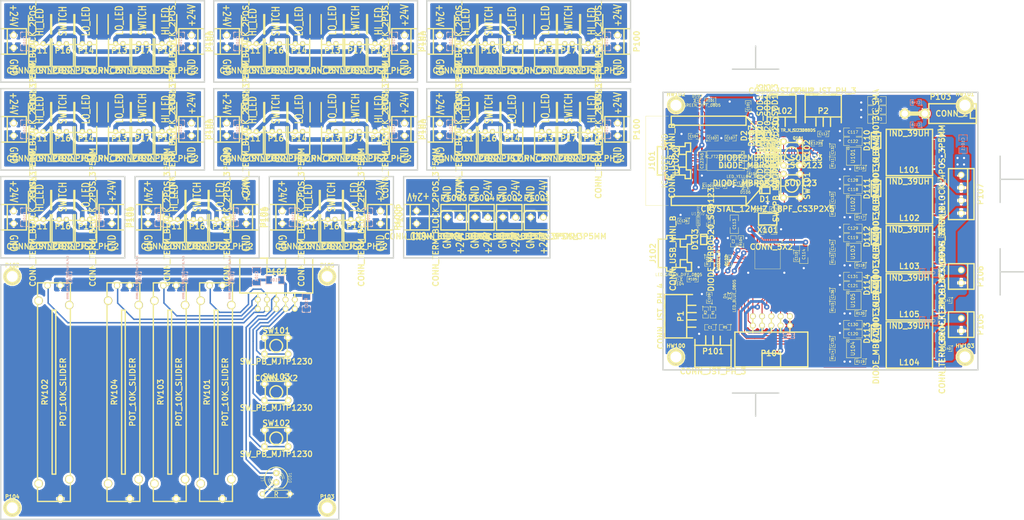
<source format=kicad_pcb>
(kicad_pcb (version 3) (host pcbnew "(2013-mar-13)-testing")
  (title_block (date "27 mar 2013"))
  (layers (15 Front signal hide) (0 Back signal) (18 B.Paste user) (19 F.Paste user) (20 B.SilkS user) (21 F.SilkS user) (22 B.Mask user) (23 F.Mask user) (28 Edge.Cuts user))
  (net 0 "")
  (net 1 +24V)
  (net 2 +3.3V)
  (net 3 +5V)
  (net 4 /AD1)
  (net 5 /AD2)
  (net 6 /AD3)
  (net 7 /AD4)
  (net 8 /BLU_DIM)
  (net 9 /BLU_FS)
  (net 10 /BLU_IADJ)
  (net 11 /BLU_OUT)
  (net 12 /BLU_SW)
  (net 13 /BLU_VCC)
  (net 14 /BOOTSEL_RESET)
  (net 15 /BOOT_SEL)
  (net 16 /EXTRA_AD)
  (net 17 /GRN_DIM)
  (net 18 /GRN_FS)
  (net 19 /GRN_IADJ)
  (net 20 /GRN_OUT)
  (net 21 /GRN_SW)
  (net 22 /GRN_VCC)
  (net 23 /IIC_SCL)
  (net 24 /IIC_SDA)
  (net 25 /MOTION_DET)
  (net 26 /RED_DIM)
  (net 27 /RED_FS)
  (net 28 /RED_IADJ)
  (net 29 /RED_OUT)
  (net 30 /RED_SW)
  (net 31 /RED_VCC)
  (net 32 /RELAY_EN)
  (net 33 /SER_RX_LED)
  (net 34 /SER_RX_LED_R)
  (net 35 /SER_TX_LED)
  (net 36 /SER_TX_LED_R)
  (net 37 /SER_UCTOUSB)
  (net 38 /SER_USBTOUC)
  (net 39 /SER_USB_D)
  (net 40 /STRIP1_12V)
  (net 41 /STRIP2_12V)
  (net 42 /STRIP_GND)
  (net 43 /SW1)
  (net 44 /SW2)
  (net 45 /SW3)
  (net 46 /SW4)
  (net 47 /UC_D)
  (net 48 /UC_D_PU)
  (net 49 /UC_USB_CONNECT)
  (net 50 /UC_VBUS)
  (net 51 /UC_XI)
  (net 52 /UC_XO)
  (net 53 /USBTOUC_BOOT_SEL)
  (net 54 /WW2_DIM)
  (net 55 /WW2_FS)
  (net 56 /WW2_IADJ)
  (net 57 /WW2_OUT)
  (net 58 /WW2_SW)
  (net 59 /WW2_VCC)
  (net 60 /WW_DIM)
  (net 61 /WW_FS)
  (net 62 /WW_IADJ)
  (net 63 /WW_OUT)
  (net 64 /WW_SW)
  (net 65 /WW_VCC)
  (net 66 /XB_BOOT_SEL)
  (net 67 /XB_RSSI)
  (net 68 /~SER_RST)
  (net 69 /~SER_USB_D)
  (net 70 /~UC_D)
  (net 71 /~UC_RESET)
  (net 72 /~USBTOUC_RESET)
  (net 73 /~XBEETOUC_RESET)
  (net 74 GND)
  (net 75 N-0000010)
  (net 76 N-0000011)
  (net 77 N-00000118)
  (net 78 N-0000012)
  (net 79 N-0000013)
  (net 80 N-0000014)
  (net 81 N-0000016)
  (net 82 N-0000018)
  (net 83 N-0000019)
  (net 84 N-0000020)
  (net 85 N-0000021)
  (net 86 N-0000028)
  (net 87 N-0000042)
  (net 88 N-0000064)
  (net 89 N-0000065)
  (net 90 N-0000066)
  (net 91 N-000009)
  (module JST_PH_2_TH_RA (layer Front) (at 98.298 135.382 180)
    (fp_text reference P11 (at 0 4.35102 180) (layer F.SilkS) (effects (font (thickness 0.3048))))
    (fp_text value CONN_JST_PH_2 (at 0 -1.15062 180) (layer F.SilkS) (effects (font (thickness 0.3048))))
    (pad 2 thru_hole circle (at -1.00076 6.25094 180) (size 1.39954 1.39954) (drill 0.70104) (layers *.Cu *.Mask F.SilkS) (net 40 /STRIP1_12V))
    (pad 1 thru_hole circle (at 1.00076 6.25094 180) (size 1.39954 1.39954) (drill 0.70104) (layers *.Cu *.Mask F.SilkS) (net 1 +24V))
  )
  (module JST_PH_2_TH_RA (layer Front) (at 110.998 135.382 180)
    (fp_text reference P14 (at 0 4.35102 180) (layer F.SilkS) (effects (font (thickness 0.3048))))
    (fp_text value CONN_JST_PH_2 (at 0 -1.15062 180) (layer F.SilkS) (effects (font (thickness 0.3048))))
    (pad 2 thru_hole circle (at -1.00076 6.25094 180) (size 1.39954 1.39954) (drill 0.70104) (layers *.Cu *.Mask F.SilkS) (net 42 /STRIP_GND))
    (pad 1 thru_hole circle (at 1.00076 6.25094 180) (size 1.39954 1.39954) (drill 0.70104) (layers *.Cu *.Mask F.SilkS) (net 40 /STRIP1_12V))
  )
  (module JST_PH_2_TH_RA (layer Front) (at 104.648 135.382 180)
    (fp_text reference P16 (at 0 4.35102 180) (layer F.SilkS) (effects (font (thickness 0.3048))))
    (fp_text value CONN_JST_PH_2 (at 0 -1.15062 180) (layer F.SilkS) (effects (font (thickness 0.3048))))
    (pad 2 thru_hole circle (at -1.00076 6.25094 180) (size 1.39954 1.39954) (drill 0.70104) (layers *.Cu *.Mask F.SilkS) (net 74 GND))
    (pad 1 thru_hole circle (at 1.00076 6.25094 180) (size 1.39954 1.39954) (drill 0.70104) (layers *.Cu *.Mask F.SilkS) (net 42 /STRIP_GND))
  )
  (module CONN_TERM_BLOCK_2POS_3P5MM (layer Front) (at 91.186 128.524 90)
    (fp_text reference P101 (at 0 -5.25018 90) (layer F.SilkS) (effects (font (thickness 0.3048))))
    (fp_text value CONN_TERM_BLOCK_2POS_3P5MM (at 0 5.25018 90) (layer F.SilkS) (effects (font (thickness 0.3048))))
    (pad 1 thru_hole circle (at 1.75006 0 90) (size 1.80086 1.80086) (drill 1.19888) (layers *.Cu *.Mask F.SilkS) (net 1 +24V))
    (pad 2 thru_hole circle (at -1.75006 0 90) (size 1.80086 1.80086) (drill 1.19888) (layers *.Cu *.Mask F.SilkS) (net 74 GND))
  )
  (module CONN_TERM_BLOCK_2POS_3P5MM (layer Front) (at 118.11 128.524 270)
    (fp_text reference P100 (at 0 -5.25018 270) (layer F.SilkS) (effects (font (thickness 0.3048))))
    (fp_text value CONN_TERM_BLOCK_2POS_3P5MM (at 0 5.25018 270) (layer F.SilkS) (effects (font (thickness 0.3048))))
    (pad 1 thru_hole circle (at 1.75006 0 270) (size 1.80086 1.80086) (drill 1.19888) (layers *.Cu *.Mask F.SilkS) (net 74 GND))
    (pad 2 thru_hole circle (at -1.75006 0 270) (size 1.80086 1.80086) (drill 1.19888) (layers *.Cu *.Mask F.SilkS) (net 1 +24V))
  )
  (module SM1206 (layer Back) (at 94.234 128.524 270)
    (fp_text reference C101 (at 0 0 270) (layer B.SilkS) (effects (font (size 0.762 0.762) (thickness 0.127)) (justify mirror)))
    (fp_text value CAP_2P2UF_10P_50V_X5R_1206 hide)
    (pad 1 smd rect (at -1.651 0 270) (size 1.524 2.032) (layers Back B.Paste B.Mask) (net 1 +24V))
    (pad 2 smd rect (at 1.651 0 270) (size 1.524 2.032) (layers Back B.Paste B.Mask) (net 74 GND))
  )
  (module SM1206 (layer Back) (at 114.808 128.524 270)
    (fp_text reference C102 (at 0 0 270) (layer B.SilkS) (effects (font (size 0.762 0.762) (thickness 0.127)) (justify mirror)))
    (fp_text value CAP_2P2UF_10P_50V_X5R_1206 hide)
    (pad 1 smd rect (at -1.651 0 270) (size 1.524 2.032) (layers Back B.Paste B.Mask) (net 1 +24V))
    (pad 2 smd rect (at 1.651 0 270) (size 1.524 2.032) (layers Back B.Paste B.Mask) (net 74 GND))
  )
  (module JST_PH_2_TH_RA (layer Front) (at 61.468 135.382 180)
    (fp_text reference P11 (at 0 4.35102 180) (layer F.SilkS) (effects (font (thickness 0.3048))))
    (fp_text value CONN_JST_PH_2 (at 0 -1.15062 180) (layer F.SilkS) (effects (font (thickness 0.3048))))
    (pad 2 thru_hole circle (at -1.00076 6.25094 180) (size 1.39954 1.39954) (drill 0.70104) (layers *.Cu *.Mask F.SilkS) (net 40 /STRIP1_12V))
    (pad 1 thru_hole circle (at 1.00076 6.25094 180) (size 1.39954 1.39954) (drill 0.70104) (layers *.Cu *.Mask F.SilkS) (net 1 +24V))
  )
  (module JST_PH_2_TH_RA (layer Front) (at 74.168 135.382 180)
    (fp_text reference P14 (at 0 4.35102 180) (layer F.SilkS) (effects (font (thickness 0.3048))))
    (fp_text value CONN_JST_PH_2 (at 0 -1.15062 180) (layer F.SilkS) (effects (font (thickness 0.3048))))
    (pad 2 thru_hole circle (at -1.00076 6.25094 180) (size 1.39954 1.39954) (drill 0.70104) (layers *.Cu *.Mask F.SilkS) (net 42 /STRIP_GND))
    (pad 1 thru_hole circle (at 1.00076 6.25094 180) (size 1.39954 1.39954) (drill 0.70104) (layers *.Cu *.Mask F.SilkS) (net 40 /STRIP1_12V))
  )
  (module JST_PH_2_TH_RA (layer Front) (at 67.818 135.382 180)
    (fp_text reference P16 (at 0 4.35102 180) (layer F.SilkS) (effects (font (thickness 0.3048))))
    (fp_text value CONN_JST_PH_2 (at 0 -1.15062 180) (layer F.SilkS) (effects (font (thickness 0.3048))))
    (pad 2 thru_hole circle (at -1.00076 6.25094 180) (size 1.39954 1.39954) (drill 0.70104) (layers *.Cu *.Mask F.SilkS) (net 74 GND))
    (pad 1 thru_hole circle (at 1.00076 6.25094 180) (size 1.39954 1.39954) (drill 0.70104) (layers *.Cu *.Mask F.SilkS) (net 42 /STRIP_GND))
  )
  (module CONN_TERM_BLOCK_2POS_3P5MM (layer Front) (at 54.356 128.524 90)
    (fp_text reference P101 (at 0 -5.25018 90) (layer F.SilkS) (effects (font (thickness 0.3048))))
    (fp_text value CONN_TERM_BLOCK_2POS_3P5MM (at 0 5.25018 90) (layer F.SilkS) (effects (font (thickness 0.3048))))
    (pad 1 thru_hole circle (at 1.75006 0 90) (size 1.80086 1.80086) (drill 1.19888) (layers *.Cu *.Mask F.SilkS) (net 1 +24V))
    (pad 2 thru_hole circle (at -1.75006 0 90) (size 1.80086 1.80086) (drill 1.19888) (layers *.Cu *.Mask F.SilkS) (net 74 GND))
  )
  (module CONN_TERM_BLOCK_2POS_3P5MM (layer Front) (at 81.28 128.524 270)
    (fp_text reference P100 (at 0 -5.25018 270) (layer F.SilkS) (effects (font (thickness 0.3048))))
    (fp_text value CONN_TERM_BLOCK_2POS_3P5MM (at 0 5.25018 270) (layer F.SilkS) (effects (font (thickness 0.3048))))
    (pad 1 thru_hole circle (at 1.75006 0 270) (size 1.80086 1.80086) (drill 1.19888) (layers *.Cu *.Mask F.SilkS) (net 74 GND))
    (pad 2 thru_hole circle (at -1.75006 0 270) (size 1.80086 1.80086) (drill 1.19888) (layers *.Cu *.Mask F.SilkS) (net 1 +24V))
  )
  (module SM1206 (layer Back) (at 57.404 128.524 270)
    (fp_text reference C101 (at 0 0 270) (layer B.SilkS) (effects (font (size 0.762 0.762) (thickness 0.127)) (justify mirror)))
    (fp_text value CAP_2P2UF_10P_50V_X5R_1206 hide)
    (pad 1 smd rect (at -1.651 0 270) (size 1.524 2.032) (layers Back B.Paste B.Mask) (net 1 +24V))
    (pad 2 smd rect (at 1.651 0 270) (size 1.524 2.032) (layers Back B.Paste B.Mask) (net 74 GND))
  )
  (module SM1206 (layer Back) (at 77.978 128.524 270)
    (fp_text reference C102 (at 0 0 270) (layer B.SilkS) (effects (font (size 0.762 0.762) (thickness 0.127)) (justify mirror)))
    (fp_text value CAP_2P2UF_10P_50V_X5R_1206 hide)
    (pad 1 smd rect (at -1.651 0 270) (size 1.524 2.032) (layers Back B.Paste B.Mask) (net 1 +24V))
    (pad 2 smd rect (at 1.651 0 270) (size 1.524 2.032) (layers Back B.Paste B.Mask) (net 74 GND))
  )
  (module JST_PH_2_TH_RA (layer Front) (at 52.832 111.252 180)
    (fp_text reference P17 (at 0 4.35102 180) (layer F.SilkS) (effects (font (thickness 0.3048))))
    (fp_text value CONN_JST_PH_2 (at 0 -1.15062 180) (layer F.SilkS) (effects (font (thickness 0.3048))))
    (pad 2 thru_hole circle (at -1.00076 6.25094 180) (size 1.39954 1.39954) (drill 0.70104) (layers *.Cu *.Mask F.SilkS) (net 74 GND))
    (pad 1 thru_hole circle (at 1.00076 6.25094 180) (size 1.39954 1.39954) (drill 0.70104) (layers *.Cu *.Mask F.SilkS) (net 42 /STRIP_GND))
  )
  (module JST_PH_2_TH_RA (layer Front) (at 59.182 111.252 180)
    (fp_text reference P10 (at 0 4.35102 180) (layer F.SilkS) (effects (font (thickness 0.3048))))
    (fp_text value CONN_JST_PH_2 (at 0 -1.15062 180) (layer F.SilkS) (effects (font (thickness 0.3048))))
    (pad 2 thru_hole circle (at -1.00076 6.25094 180) (size 1.39954 1.39954) (drill 0.70104) (layers *.Cu *.Mask F.SilkS) (net 41 /STRIP2_12V))
    (pad 1 thru_hole circle (at 1.00076 6.25094 180) (size 1.39954 1.39954) (drill 0.70104) (layers *.Cu *.Mask F.SilkS) (net 1 +24V))
  )
  (module JST_PH_2_TH_RA (layer Front) (at 24.638 111.252 180)
    (fp_text reference P11 (at 0 4.35102 180) (layer F.SilkS) (effects (font (thickness 0.3048))))
    (fp_text value CONN_JST_PH_2 (at 0 -1.15062 180) (layer F.SilkS) (effects (font (thickness 0.3048))))
    (pad 2 thru_hole circle (at -1.00076 6.25094 180) (size 1.39954 1.39954) (drill 0.70104) (layers *.Cu *.Mask F.SilkS) (net 40 /STRIP1_12V))
    (pad 1 thru_hole circle (at 1.00076 6.25094 180) (size 1.39954 1.39954) (drill 0.70104) (layers *.Cu *.Mask F.SilkS) (net 1 +24V))
  )
  (module JST_PH_2_TH_RA (layer Front) (at 46.482 111.252 180)
    (fp_text reference P13 (at 0 4.35102 180) (layer F.SilkS) (effects (font (thickness 0.3048))))
    (fp_text value CONN_JST_PH_2 (at 0 -1.15062 180) (layer F.SilkS) (effects (font (thickness 0.3048))))
    (pad 2 thru_hole circle (at -1.00076 6.25094 180) (size 1.39954 1.39954) (drill 0.70104) (layers *.Cu *.Mask F.SilkS) (net 42 /STRIP_GND))
    (pad 1 thru_hole circle (at 1.00076 6.25094 180) (size 1.39954 1.39954) (drill 0.70104) (layers *.Cu *.Mask F.SilkS) (net 41 /STRIP2_12V))
  )
  (module JST_PH_2_TH_RA (layer Front) (at 37.338 111.252 180)
    (fp_text reference P14 (at 0 4.35102 180) (layer F.SilkS) (effects (font (thickness 0.3048))))
    (fp_text value CONN_JST_PH_2 (at 0 -1.15062 180) (layer F.SilkS) (effects (font (thickness 0.3048))))
    (pad 2 thru_hole circle (at -1.00076 6.25094 180) (size 1.39954 1.39954) (drill 0.70104) (layers *.Cu *.Mask F.SilkS) (net 42 /STRIP_GND))
    (pad 1 thru_hole circle (at 1.00076 6.25094 180) (size 1.39954 1.39954) (drill 0.70104) (layers *.Cu *.Mask F.SilkS) (net 40 /STRIP1_12V))
  )
  (module JST_PH_2_TH_RA (layer Front) (at 30.988 111.252 180)
    (fp_text reference P16 (at 0 4.35102 180) (layer F.SilkS) (effects (font (thickness 0.3048))))
    (fp_text value CONN_JST_PH_2 (at 0 -1.15062 180) (layer F.SilkS) (effects (font (thickness 0.3048))))
    (pad 2 thru_hole circle (at -1.00076 6.25094 180) (size 1.39954 1.39954) (drill 0.70104) (layers *.Cu *.Mask F.SilkS) (net 74 GND))
    (pad 1 thru_hole circle (at 1.00076 6.25094 180) (size 1.39954 1.39954) (drill 0.70104) (layers *.Cu *.Mask F.SilkS) (net 42 /STRIP_GND))
  )
  (module CONN_TERM_BLOCK_2POS_3P5MM (layer Front) (at 17.526 104.394 90)
    (fp_text reference P101 (at 0 -5.25018 90) (layer F.SilkS) (effects (font (thickness 0.3048))))
    (fp_text value CONN_TERM_BLOCK_2POS_3P5MM (at 0 5.25018 90) (layer F.SilkS) (effects (font (thickness 0.3048))))
    (pad 1 thru_hole circle (at 1.75006 0 90) (size 1.80086 1.80086) (drill 1.19888) (layers *.Cu *.Mask F.SilkS) (net 1 +24V))
    (pad 2 thru_hole circle (at -1.75006 0 90) (size 1.80086 1.80086) (drill 1.19888) (layers *.Cu *.Mask F.SilkS) (net 74 GND))
  )
  (module CONN_TERM_BLOCK_2POS_3P5MM (layer Front) (at 66.294 104.394 270)
    (fp_text reference P100 (at 0 -5.25018 270) (layer F.SilkS) (effects (font (thickness 0.3048))))
    (fp_text value CONN_TERM_BLOCK_2POS_3P5MM (at 0 5.25018 270) (layer F.SilkS) (effects (font (thickness 0.3048))))
    (pad 1 thru_hole circle (at 1.75006 0 270) (size 1.80086 1.80086) (drill 1.19888) (layers *.Cu *.Mask F.SilkS) (net 74 GND))
    (pad 2 thru_hole circle (at -1.75006 0 270) (size 1.80086 1.80086) (drill 1.19888) (layers *.Cu *.Mask F.SilkS) (net 1 +24V))
  )
  (module SM1206 (layer Back) (at 20.574 104.394 270)
    (fp_text reference C101 (at 0 0 270) (layer B.SilkS) (effects (font (size 0.762 0.762) (thickness 0.127)) (justify mirror)))
    (fp_text value CAP_2P2UF_10P_50V_X5R_1206 hide)
    (pad 1 smd rect (at -1.651 0 270) (size 1.524 2.032) (layers Back B.Paste B.Mask) (net 1 +24V))
    (pad 2 smd rect (at 1.651 0 270) (size 1.524 2.032) (layers Back B.Paste B.Mask) (net 74 GND))
  )
  (module SM1206 (layer Back) (at 63.246 104.394 270)
    (fp_text reference C102 (at 0 0 270) (layer B.SilkS) (effects (font (size 0.762 0.762) (thickness 0.127)) (justify mirror)))
    (fp_text value CAP_2P2UF_10P_50V_X5R_1206 hide)
    (pad 1 smd rect (at -1.651 0 270) (size 1.524 2.032) (layers Back B.Paste B.Mask) (net 1 +24V))
    (pad 2 smd rect (at 1.651 0 270) (size 1.524 2.032) (layers Back B.Paste B.Mask) (net 74 GND))
  )
  (module SM1206 (layer Back) (at 121.666 104.394 270)
    (fp_text reference C102 (at 0 0 270) (layer B.SilkS) (effects (font (size 0.762 0.762) (thickness 0.127)) (justify mirror)))
    (fp_text value CAP_2P2UF_10P_50V_X5R_1206 hide)
    (pad 1 smd rect (at -1.651 0 270) (size 1.524 2.032) (layers Back B.Paste B.Mask) (net 1 +24V))
    (pad 2 smd rect (at 1.651 0 270) (size 1.524 2.032) (layers Back B.Paste B.Mask) (net 74 GND))
  )
  (module SM1206 (layer Back) (at 78.994 104.394 270)
    (fp_text reference C101 (at 0 0 270) (layer B.SilkS) (effects (font (size 0.762 0.762) (thickness 0.127)) (justify mirror)))
    (fp_text value CAP_2P2UF_10P_50V_X5R_1206 hide)
    (pad 1 smd rect (at -1.651 0 270) (size 1.524 2.032) (layers Back B.Paste B.Mask) (net 1 +24V))
    (pad 2 smd rect (at 1.651 0 270) (size 1.524 2.032) (layers Back B.Paste B.Mask) (net 74 GND))
  )
  (module CONN_TERM_BLOCK_2POS_3P5MM (layer Front) (at 124.714 104.394 270)
    (fp_text reference P100 (at 0 -5.25018 270) (layer F.SilkS) (effects (font (thickness 0.3048))))
    (fp_text value CONN_TERM_BLOCK_2POS_3P5MM (at 0 5.25018 270) (layer F.SilkS) (effects (font (thickness 0.3048))))
    (pad 1 thru_hole circle (at 1.75006 0 270) (size 1.80086 1.80086) (drill 1.19888) (layers *.Cu *.Mask F.SilkS) (net 74 GND))
    (pad 2 thru_hole circle (at -1.75006 0 270) (size 1.80086 1.80086) (drill 1.19888) (layers *.Cu *.Mask F.SilkS) (net 1 +24V))
  )
  (module CONN_TERM_BLOCK_2POS_3P5MM (layer Front) (at 75.946 104.394 90)
    (fp_text reference P101 (at 0 -5.25018 90) (layer F.SilkS) (effects (font (thickness 0.3048))))
    (fp_text value CONN_TERM_BLOCK_2POS_3P5MM (at 0 5.25018 90) (layer F.SilkS) (effects (font (thickness 0.3048))))
    (pad 1 thru_hole circle (at 1.75006 0 90) (size 1.80086 1.80086) (drill 1.19888) (layers *.Cu *.Mask F.SilkS) (net 1 +24V))
    (pad 2 thru_hole circle (at -1.75006 0 90) (size 1.80086 1.80086) (drill 1.19888) (layers *.Cu *.Mask F.SilkS) (net 74 GND))
  )
  (module JST_PH_2_TH_RA (layer Front) (at 89.408 111.252 180)
    (fp_text reference P16 (at 0 4.35102 180) (layer F.SilkS) (effects (font (thickness 0.3048))))
    (fp_text value CONN_JST_PH_2 (at 0 -1.15062 180) (layer F.SilkS) (effects (font (thickness 0.3048))))
    (pad 2 thru_hole circle (at -1.00076 6.25094 180) (size 1.39954 1.39954) (drill 0.70104) (layers *.Cu *.Mask F.SilkS) (net 74 GND))
    (pad 1 thru_hole circle (at 1.00076 6.25094 180) (size 1.39954 1.39954) (drill 0.70104) (layers *.Cu *.Mask F.SilkS) (net 42 /STRIP_GND))
  )
  (module JST_PH_2_TH_RA (layer Front) (at 95.758 111.252 180)
    (fp_text reference P14 (at 0 4.35102 180) (layer F.SilkS) (effects (font (thickness 0.3048))))
    (fp_text value CONN_JST_PH_2 (at 0 -1.15062 180) (layer F.SilkS) (effects (font (thickness 0.3048))))
    (pad 2 thru_hole circle (at -1.00076 6.25094 180) (size 1.39954 1.39954) (drill 0.70104) (layers *.Cu *.Mask F.SilkS) (net 42 /STRIP_GND))
    (pad 1 thru_hole circle (at 1.00076 6.25094 180) (size 1.39954 1.39954) (drill 0.70104) (layers *.Cu *.Mask F.SilkS) (net 40 /STRIP1_12V))
  )
  (module JST_PH_2_TH_RA (layer Front) (at 104.902 111.252 180)
    (fp_text reference P13 (at 0 4.35102 180) (layer F.SilkS) (effects (font (thickness 0.3048))))
    (fp_text value CONN_JST_PH_2 (at 0 -1.15062 180) (layer F.SilkS) (effects (font (thickness 0.3048))))
    (pad 2 thru_hole circle (at -1.00076 6.25094 180) (size 1.39954 1.39954) (drill 0.70104) (layers *.Cu *.Mask F.SilkS) (net 42 /STRIP_GND))
    (pad 1 thru_hole circle (at 1.00076 6.25094 180) (size 1.39954 1.39954) (drill 0.70104) (layers *.Cu *.Mask F.SilkS) (net 41 /STRIP2_12V))
  )
  (module JST_PH_2_TH_RA (layer Front) (at 83.058 111.252 180)
    (fp_text reference P11 (at 0 4.35102 180) (layer F.SilkS) (effects (font (thickness 0.3048))))
    (fp_text value CONN_JST_PH_2 (at 0 -1.15062 180) (layer F.SilkS) (effects (font (thickness 0.3048))))
    (pad 2 thru_hole circle (at -1.00076 6.25094 180) (size 1.39954 1.39954) (drill 0.70104) (layers *.Cu *.Mask F.SilkS) (net 40 /STRIP1_12V))
    (pad 1 thru_hole circle (at 1.00076 6.25094 180) (size 1.39954 1.39954) (drill 0.70104) (layers *.Cu *.Mask F.SilkS) (net 1 +24V))
  )
  (module JST_PH_2_TH_RA (layer Front) (at 117.602 111.252 180)
    (fp_text reference P10 (at 0 4.35102 180) (layer F.SilkS) (effects (font (thickness 0.3048))))
    (fp_text value CONN_JST_PH_2 (at 0 -1.15062 180) (layer F.SilkS) (effects (font (thickness 0.3048))))
    (pad 2 thru_hole circle (at -1.00076 6.25094 180) (size 1.39954 1.39954) (drill 0.70104) (layers *.Cu *.Mask F.SilkS) (net 41 /STRIP2_12V))
    (pad 1 thru_hole circle (at 1.00076 6.25094 180) (size 1.39954 1.39954) (drill 0.70104) (layers *.Cu *.Mask F.SilkS) (net 1 +24V))
  )
  (module JST_PH_2_TH_RA (layer Front) (at 111.252 111.252 180)
    (fp_text reference P17 (at 0 4.35102 180) (layer F.SilkS) (effects (font (thickness 0.3048))))
    (fp_text value CONN_JST_PH_2 (at 0 -1.15062 180) (layer F.SilkS) (effects (font (thickness 0.3048))))
    (pad 2 thru_hole circle (at -1.00076 6.25094 180) (size 1.39954 1.39954) (drill 0.70104) (layers *.Cu *.Mask F.SilkS) (net 74 GND))
    (pad 1 thru_hole circle (at 1.00076 6.25094 180) (size 1.39954 1.39954) (drill 0.70104) (layers *.Cu *.Mask F.SilkS) (net 42 /STRIP_GND))
  )
  (module JST_PH_2_TH_RA (layer Front) (at 169.672 111.252 180)
    (fp_text reference P17 (at 0 4.35102 180) (layer F.SilkS) (effects (font (thickness 0.3048))))
    (fp_text value CONN_JST_PH_2 (at 0 -1.15062 180) (layer F.SilkS) (effects (font (thickness 0.3048))))
    (pad 2 thru_hole circle (at -1.00076 6.25094 180) (size 1.39954 1.39954) (drill 0.70104) (layers *.Cu *.Mask F.SilkS) (net 74 GND))
    (pad 1 thru_hole circle (at 1.00076 6.25094 180) (size 1.39954 1.39954) (drill 0.70104) (layers *.Cu *.Mask F.SilkS) (net 42 /STRIP_GND))
  )
  (module JST_PH_2_TH_RA (layer Front) (at 176.022 111.252 180)
    (fp_text reference P10 (at 0 4.35102 180) (layer F.SilkS) (effects (font (thickness 0.3048))))
    (fp_text value CONN_JST_PH_2 (at 0 -1.15062 180) (layer F.SilkS) (effects (font (thickness 0.3048))))
    (pad 2 thru_hole circle (at -1.00076 6.25094 180) (size 1.39954 1.39954) (drill 0.70104) (layers *.Cu *.Mask F.SilkS) (net 41 /STRIP2_12V))
    (pad 1 thru_hole circle (at 1.00076 6.25094 180) (size 1.39954 1.39954) (drill 0.70104) (layers *.Cu *.Mask F.SilkS) (net 1 +24V))
  )
  (module JST_PH_2_TH_RA (layer Front) (at 141.478 111.252 180)
    (fp_text reference P11 (at 0 4.35102 180) (layer F.SilkS) (effects (font (thickness 0.3048))))
    (fp_text value CONN_JST_PH_2 (at 0 -1.15062 180) (layer F.SilkS) (effects (font (thickness 0.3048))))
    (pad 2 thru_hole circle (at -1.00076 6.25094 180) (size 1.39954 1.39954) (drill 0.70104) (layers *.Cu *.Mask F.SilkS) (net 40 /STRIP1_12V))
    (pad 1 thru_hole circle (at 1.00076 6.25094 180) (size 1.39954 1.39954) (drill 0.70104) (layers *.Cu *.Mask F.SilkS) (net 1 +24V))
  )
  (module JST_PH_2_TH_RA (layer Front) (at 163.322 111.252 180)
    (fp_text reference P13 (at 0 4.35102 180) (layer F.SilkS) (effects (font (thickness 0.3048))))
    (fp_text value CONN_JST_PH_2 (at 0 -1.15062 180) (layer F.SilkS) (effects (font (thickness 0.3048))))
    (pad 2 thru_hole circle (at -1.00076 6.25094 180) (size 1.39954 1.39954) (drill 0.70104) (layers *.Cu *.Mask F.SilkS) (net 42 /STRIP_GND))
    (pad 1 thru_hole circle (at 1.00076 6.25094 180) (size 1.39954 1.39954) (drill 0.70104) (layers *.Cu *.Mask F.SilkS) (net 41 /STRIP2_12V))
  )
  (module JST_PH_2_TH_RA (layer Front) (at 154.178 111.252 180)
    (fp_text reference P14 (at 0 4.35102 180) (layer F.SilkS) (effects (font (thickness 0.3048))))
    (fp_text value CONN_JST_PH_2 (at 0 -1.15062 180) (layer F.SilkS) (effects (font (thickness 0.3048))))
    (pad 2 thru_hole circle (at -1.00076 6.25094 180) (size 1.39954 1.39954) (drill 0.70104) (layers *.Cu *.Mask F.SilkS) (net 42 /STRIP_GND))
    (pad 1 thru_hole circle (at 1.00076 6.25094 180) (size 1.39954 1.39954) (drill 0.70104) (layers *.Cu *.Mask F.SilkS) (net 40 /STRIP1_12V))
  )
  (module JST_PH_2_TH_RA (layer Front) (at 147.828 111.252 180)
    (fp_text reference P16 (at 0 4.35102 180) (layer F.SilkS) (effects (font (thickness 0.3048))))
    (fp_text value CONN_JST_PH_2 (at 0 -1.15062 180) (layer F.SilkS) (effects (font (thickness 0.3048))))
    (pad 2 thru_hole circle (at -1.00076 6.25094 180) (size 1.39954 1.39954) (drill 0.70104) (layers *.Cu *.Mask F.SilkS) (net 74 GND))
    (pad 1 thru_hole circle (at 1.00076 6.25094 180) (size 1.39954 1.39954) (drill 0.70104) (layers *.Cu *.Mask F.SilkS) (net 42 /STRIP_GND))
  )
  (module CONN_TERM_BLOCK_2POS_3P5MM (layer Front) (at 134.366 104.394 90)
    (fp_text reference P101 (at 0 -5.25018 90) (layer F.SilkS) (effects (font (thickness 0.3048))))
    (fp_text value CONN_TERM_BLOCK_2POS_3P5MM (at 0 5.25018 90) (layer F.SilkS) (effects (font (thickness 0.3048))))
    (pad 1 thru_hole circle (at 1.75006 0 90) (size 1.80086 1.80086) (drill 1.19888) (layers *.Cu *.Mask F.SilkS) (net 1 +24V))
    (pad 2 thru_hole circle (at -1.75006 0 90) (size 1.80086 1.80086) (drill 1.19888) (layers *.Cu *.Mask F.SilkS) (net 74 GND))
  )
  (module CONN_TERM_BLOCK_2POS_3P5MM (layer Front) (at 183.134 104.394 270)
    (fp_text reference P100 (at 0 -5.25018 270) (layer F.SilkS) (effects (font (thickness 0.3048))))
    (fp_text value CONN_TERM_BLOCK_2POS_3P5MM (at 0 5.25018 270) (layer F.SilkS) (effects (font (thickness 0.3048))))
    (pad 1 thru_hole circle (at 1.75006 0 270) (size 1.80086 1.80086) (drill 1.19888) (layers *.Cu *.Mask F.SilkS) (net 74 GND))
    (pad 2 thru_hole circle (at -1.75006 0 270) (size 1.80086 1.80086) (drill 1.19888) (layers *.Cu *.Mask F.SilkS) (net 1 +24V))
  )
  (module SM1206 (layer Back) (at 137.414 104.394 270)
    (fp_text reference C101 (at 0 0 270) (layer B.SilkS) (effects (font (size 0.762 0.762) (thickness 0.127)) (justify mirror)))
    (fp_text value CAP_2P2UF_10P_50V_X5R_1206 hide)
    (pad 1 smd rect (at -1.651 0 270) (size 1.524 2.032) (layers Back B.Paste B.Mask) (net 1 +24V))
    (pad 2 smd rect (at 1.651 0 270) (size 1.524 2.032) (layers Back B.Paste B.Mask) (net 74 GND))
  )
  (module SM1206 (layer Back) (at 180.086 104.394 270)
    (fp_text reference C102 (at 0 0 270) (layer B.SilkS) (effects (font (size 0.762 0.762) (thickness 0.127)) (justify mirror)))
    (fp_text value CAP_2P2UF_10P_50V_X5R_1206 hide)
    (pad 1 smd rect (at -1.651 0 270) (size 1.524 2.032) (layers Back B.Paste B.Mask) (net 1 +24V))
    (pad 2 smd rect (at 1.651 0 270) (size 1.524 2.032) (layers Back B.Paste B.Mask) (net 74 GND))
  )
  (module SM1206 (layer Back) (at 180.086 80.264 270)
    (fp_text reference C102 (at 0 0 270) (layer B.SilkS) (effects (font (size 0.762 0.762) (thickness 0.127)) (justify mirror)))
    (fp_text value CAP_2P2UF_10P_50V_X5R_1206 hide)
    (pad 1 smd rect (at -1.651 0 270) (size 1.524 2.032) (layers Back B.Paste B.Mask) (net 1 +24V))
    (pad 2 smd rect (at 1.651 0 270) (size 1.524 2.032) (layers Back B.Paste B.Mask) (net 74 GND))
  )
  (module SM1206 (layer Back) (at 137.414 80.264 270)
    (fp_text reference C101 (at 0 0 270) (layer B.SilkS) (effects (font (size 0.762 0.762) (thickness 0.127)) (justify mirror)))
    (fp_text value CAP_2P2UF_10P_50V_X5R_1206 hide)
    (pad 1 smd rect (at -1.651 0 270) (size 1.524 2.032) (layers Back B.Paste B.Mask) (net 1 +24V))
    (pad 2 smd rect (at 1.651 0 270) (size 1.524 2.032) (layers Back B.Paste B.Mask) (net 74 GND))
  )
  (module CONN_TERM_BLOCK_2POS_3P5MM (layer Front) (at 183.134 80.264 270)
    (fp_text reference P100 (at 0 -5.25018 270) (layer F.SilkS) (effects (font (thickness 0.3048))))
    (fp_text value CONN_TERM_BLOCK_2POS_3P5MM (at 0 5.25018 270) (layer F.SilkS) (effects (font (thickness 0.3048))))
    (pad 1 thru_hole circle (at 1.75006 0 270) (size 1.80086 1.80086) (drill 1.19888) (layers *.Cu *.Mask F.SilkS) (net 74 GND))
    (pad 2 thru_hole circle (at -1.75006 0 270) (size 1.80086 1.80086) (drill 1.19888) (layers *.Cu *.Mask F.SilkS) (net 1 +24V))
  )
  (module CONN_TERM_BLOCK_2POS_3P5MM (layer Front) (at 134.366 80.264 90)
    (fp_text reference P101 (at 0 -5.25018 90) (layer F.SilkS) (effects (font (thickness 0.3048))))
    (fp_text value CONN_TERM_BLOCK_2POS_3P5MM (at 0 5.25018 90) (layer F.SilkS) (effects (font (thickness 0.3048))))
    (pad 1 thru_hole circle (at 1.75006 0 90) (size 1.80086 1.80086) (drill 1.19888) (layers *.Cu *.Mask F.SilkS) (net 1 +24V))
    (pad 2 thru_hole circle (at -1.75006 0 90) (size 1.80086 1.80086) (drill 1.19888) (layers *.Cu *.Mask F.SilkS) (net 74 GND))
  )
  (module JST_PH_2_TH_RA (layer Front) (at 147.828 87.122 180)
    (fp_text reference P16 (at 0 4.35102 180) (layer F.SilkS) (effects (font (thickness 0.3048))))
    (fp_text value CONN_JST_PH_2 (at 0 -1.15062 180) (layer F.SilkS) (effects (font (thickness 0.3048))))
    (pad 2 thru_hole circle (at -1.00076 6.25094 180) (size 1.39954 1.39954) (drill 0.70104) (layers *.Cu *.Mask F.SilkS) (net 74 GND))
    (pad 1 thru_hole circle (at 1.00076 6.25094 180) (size 1.39954 1.39954) (drill 0.70104) (layers *.Cu *.Mask F.SilkS) (net 42 /STRIP_GND))
  )
  (module JST_PH_2_TH_RA (layer Front) (at 154.178 87.122 180)
    (fp_text reference P14 (at 0 4.35102 180) (layer F.SilkS) (effects (font (thickness 0.3048))))
    (fp_text value CONN_JST_PH_2 (at 0 -1.15062 180) (layer F.SilkS) (effects (font (thickness 0.3048))))
    (pad 2 thru_hole circle (at -1.00076 6.25094 180) (size 1.39954 1.39954) (drill 0.70104) (layers *.Cu *.Mask F.SilkS) (net 42 /STRIP_GND))
    (pad 1 thru_hole circle (at 1.00076 6.25094 180) (size 1.39954 1.39954) (drill 0.70104) (layers *.Cu *.Mask F.SilkS) (net 40 /STRIP1_12V))
  )
  (module JST_PH_2_TH_RA (layer Front) (at 163.322 87.122 180)
    (fp_text reference P13 (at 0 4.35102 180) (layer F.SilkS) (effects (font (thickness 0.3048))))
    (fp_text value CONN_JST_PH_2 (at 0 -1.15062 180) (layer F.SilkS) (effects (font (thickness 0.3048))))
    (pad 2 thru_hole circle (at -1.00076 6.25094 180) (size 1.39954 1.39954) (drill 0.70104) (layers *.Cu *.Mask F.SilkS) (net 42 /STRIP_GND))
    (pad 1 thru_hole circle (at 1.00076 6.25094 180) (size 1.39954 1.39954) (drill 0.70104) (layers *.Cu *.Mask F.SilkS) (net 41 /STRIP2_12V))
  )
  (module JST_PH_2_TH_RA (layer Front) (at 141.478 87.122 180)
    (fp_text reference P11 (at 0 4.35102 180) (layer F.SilkS) (effects (font (thickness 0.3048))))
    (fp_text value CONN_JST_PH_2 (at 0 -1.15062 180) (layer F.SilkS) (effects (font (thickness 0.3048))))
    (pad 2 thru_hole circle (at -1.00076 6.25094 180) (size 1.39954 1.39954) (drill 0.70104) (layers *.Cu *.Mask F.SilkS) (net 40 /STRIP1_12V))
    (pad 1 thru_hole circle (at 1.00076 6.25094 180) (size 1.39954 1.39954) (drill 0.70104) (layers *.Cu *.Mask F.SilkS) (net 1 +24V))
  )
  (module JST_PH_2_TH_RA (layer Front) (at 176.022 87.122 180)
    (fp_text reference P10 (at 0 4.35102 180) (layer F.SilkS) (effects (font (thickness 0.3048))))
    (fp_text value CONN_JST_PH_2 (at 0 -1.15062 180) (layer F.SilkS) (effects (font (thickness 0.3048))))
    (pad 2 thru_hole circle (at -1.00076 6.25094 180) (size 1.39954 1.39954) (drill 0.70104) (layers *.Cu *.Mask F.SilkS) (net 41 /STRIP2_12V))
    (pad 1 thru_hole circle (at 1.00076 6.25094 180) (size 1.39954 1.39954) (drill 0.70104) (layers *.Cu *.Mask F.SilkS) (net 1 +24V))
  )
  (module JST_PH_2_TH_RA (layer Front) (at 169.672 87.122 180)
    (fp_text reference P17 (at 0 4.35102 180) (layer F.SilkS) (effects (font (thickness 0.3048))))
    (fp_text value CONN_JST_PH_2 (at 0 -1.15062 180) (layer F.SilkS) (effects (font (thickness 0.3048))))
    (pad 2 thru_hole circle (at -1.00076 6.25094 180) (size 1.39954 1.39954) (drill 0.70104) (layers *.Cu *.Mask F.SilkS) (net 74 GND))
    (pad 1 thru_hole circle (at 1.00076 6.25094 180) (size 1.39954 1.39954) (drill 0.70104) (layers *.Cu *.Mask F.SilkS) (net 42 /STRIP_GND))
  )
  (module JST_PH_2_TH_RA (layer Front) (at 111.252 87.122 180)
    (fp_text reference P17 (at 0 4.35102 180) (layer F.SilkS) (effects (font (thickness 0.3048))))
    (fp_text value CONN_JST_PH_2 (at 0 -1.15062 180) (layer F.SilkS) (effects (font (thickness 0.3048))))
    (pad 2 thru_hole circle (at -1.00076 6.25094 180) (size 1.39954 1.39954) (drill 0.70104) (layers *.Cu *.Mask F.SilkS) (net 74 GND))
    (pad 1 thru_hole circle (at 1.00076 6.25094 180) (size 1.39954 1.39954) (drill 0.70104) (layers *.Cu *.Mask F.SilkS) (net 42 /STRIP_GND))
  )
  (module JST_PH_2_TH_RA (layer Front) (at 117.602 87.122 180)
    (fp_text reference P10 (at 0 4.35102 180) (layer F.SilkS) (effects (font (thickness 0.3048))))
    (fp_text value CONN_JST_PH_2 (at 0 -1.15062 180) (layer F.SilkS) (effects (font (thickness 0.3048))))
    (pad 2 thru_hole circle (at -1.00076 6.25094 180) (size 1.39954 1.39954) (drill 0.70104) (layers *.Cu *.Mask F.SilkS) (net 41 /STRIP2_12V))
    (pad 1 thru_hole circle (at 1.00076 6.25094 180) (size 1.39954 1.39954) (drill 0.70104) (layers *.Cu *.Mask F.SilkS) (net 1 +24V))
  )
  (module JST_PH_2_TH_RA (layer Front) (at 83.058 87.122 180)
    (fp_text reference P11 (at 0 4.35102 180) (layer F.SilkS) (effects (font (thickness 0.3048))))
    (fp_text value CONN_JST_PH_2 (at 0 -1.15062 180) (layer F.SilkS) (effects (font (thickness 0.3048))))
    (pad 2 thru_hole circle (at -1.00076 6.25094 180) (size 1.39954 1.39954) (drill 0.70104) (layers *.Cu *.Mask F.SilkS) (net 40 /STRIP1_12V))
    (pad 1 thru_hole circle (at 1.00076 6.25094 180) (size 1.39954 1.39954) (drill 0.70104) (layers *.Cu *.Mask F.SilkS) (net 1 +24V))
  )
  (module JST_PH_2_TH_RA (layer Front) (at 104.902 87.122 180)
    (fp_text reference P13 (at 0 4.35102 180) (layer F.SilkS) (effects (font (thickness 0.3048))))
    (fp_text value CONN_JST_PH_2 (at 0 -1.15062 180) (layer F.SilkS) (effects (font (thickness 0.3048))))
    (pad 2 thru_hole circle (at -1.00076 6.25094 180) (size 1.39954 1.39954) (drill 0.70104) (layers *.Cu *.Mask F.SilkS) (net 42 /STRIP_GND))
    (pad 1 thru_hole circle (at 1.00076 6.25094 180) (size 1.39954 1.39954) (drill 0.70104) (layers *.Cu *.Mask F.SilkS) (net 41 /STRIP2_12V))
  )
  (module JST_PH_2_TH_RA (layer Front) (at 95.758 87.122 180)
    (fp_text reference P14 (at 0 4.35102 180) (layer F.SilkS) (effects (font (thickness 0.3048))))
    (fp_text value CONN_JST_PH_2 (at 0 -1.15062 180) (layer F.SilkS) (effects (font (thickness 0.3048))))
    (pad 2 thru_hole circle (at -1.00076 6.25094 180) (size 1.39954 1.39954) (drill 0.70104) (layers *.Cu *.Mask F.SilkS) (net 42 /STRIP_GND))
    (pad 1 thru_hole circle (at 1.00076 6.25094 180) (size 1.39954 1.39954) (drill 0.70104) (layers *.Cu *.Mask F.SilkS) (net 40 /STRIP1_12V))
  )
  (module JST_PH_2_TH_RA (layer Front) (at 89.408 87.122 180)
    (fp_text reference P16 (at 0 4.35102 180) (layer F.SilkS) (effects (font (thickness 0.3048))))
    (fp_text value CONN_JST_PH_2 (at 0 -1.15062 180) (layer F.SilkS) (effects (font (thickness 0.3048))))
    (pad 2 thru_hole circle (at -1.00076 6.25094 180) (size 1.39954 1.39954) (drill 0.70104) (layers *.Cu *.Mask F.SilkS) (net 74 GND))
    (pad 1 thru_hole circle (at 1.00076 6.25094 180) (size 1.39954 1.39954) (drill 0.70104) (layers *.Cu *.Mask F.SilkS) (net 42 /STRIP_GND))
  )
  (module CONN_TERM_BLOCK_2POS_3P5MM (layer Front) (at 75.946 80.264 90)
    (fp_text reference P101 (at 0 -5.25018 90) (layer F.SilkS) (effects (font (thickness 0.3048))))
    (fp_text value CONN_TERM_BLOCK_2POS_3P5MM (at 0 5.25018 90) (layer F.SilkS) (effects (font (thickness 0.3048))))
    (pad 1 thru_hole circle (at 1.75006 0 90) (size 1.80086 1.80086) (drill 1.19888) (layers *.Cu *.Mask F.SilkS) (net 1 +24V))
    (pad 2 thru_hole circle (at -1.75006 0 90) (size 1.80086 1.80086) (drill 1.19888) (layers *.Cu *.Mask F.SilkS) (net 74 GND))
  )
  (module CONN_TERM_BLOCK_2POS_3P5MM (layer Front) (at 124.714 80.264 270)
    (fp_text reference P100 (at 0 -5.25018 270) (layer F.SilkS) (effects (font (thickness 0.3048))))
    (fp_text value CONN_TERM_BLOCK_2POS_3P5MM (at 0 5.25018 270) (layer F.SilkS) (effects (font (thickness 0.3048))))
    (pad 1 thru_hole circle (at 1.75006 0 270) (size 1.80086 1.80086) (drill 1.19888) (layers *.Cu *.Mask F.SilkS) (net 74 GND))
    (pad 2 thru_hole circle (at -1.75006 0 270) (size 1.80086 1.80086) (drill 1.19888) (layers *.Cu *.Mask F.SilkS) (net 1 +24V))
  )
  (module SM1206 (layer Back) (at 78.994 80.264 270)
    (fp_text reference C101 (at 0 0 270) (layer B.SilkS) (effects (font (size 0.762 0.762) (thickness 0.127)) (justify mirror)))
    (fp_text value CAP_2P2UF_10P_50V_X5R_1206 hide)
    (pad 1 smd rect (at -1.651 0 270) (size 1.524 2.032) (layers Back B.Paste B.Mask) (net 1 +24V))
    (pad 2 smd rect (at 1.651 0 270) (size 1.524 2.032) (layers Back B.Paste B.Mask) (net 74 GND))
  )
  (module SM1206 (layer Back) (at 121.666 80.264 270)
    (fp_text reference C102 (at 0 0 270) (layer B.SilkS) (effects (font (size 0.762 0.762) (thickness 0.127)) (justify mirror)))
    (fp_text value CAP_2P2UF_10P_50V_X5R_1206 hide)
    (pad 1 smd rect (at -1.651 0 270) (size 1.524 2.032) (layers Back B.Paste B.Mask) (net 1 +24V))
    (pad 2 smd rect (at 1.651 0 270) (size 1.524 2.032) (layers Back B.Paste B.Mask) (net 74 GND))
  )
  (module SM1206 (layer Back) (at 41.148 128.524 270)
    (fp_text reference C102 (at 0 0 270) (layer B.SilkS) (effects (font (size 0.762 0.762) (thickness 0.127)) (justify mirror)))
    (fp_text value CAP_2P2UF_10P_50V_X5R_1206 hide)
    (pad 1 smd rect (at -1.651 0 270) (size 1.524 2.032) (layers Back B.Paste B.Mask) (net 1 +24V))
    (pad 2 smd rect (at 1.651 0 270) (size 1.524 2.032) (layers Back B.Paste B.Mask) (net 74 GND))
  )
  (module SM1206 (layer Back) (at 20.574 128.524 270)
    (fp_text reference C101 (at 0 0 270) (layer B.SilkS) (effects (font (size 0.762 0.762) (thickness 0.127)) (justify mirror)))
    (fp_text value CAP_2P2UF_10P_50V_X5R_1206 hide)
    (pad 1 smd rect (at -1.651 0 270) (size 1.524 2.032) (layers Back B.Paste B.Mask) (net 1 +24V))
    (pad 2 smd rect (at 1.651 0 270) (size 1.524 2.032) (layers Back B.Paste B.Mask) (net 74 GND))
  )
  (module CONN_TERM_BLOCK_2POS_3P5MM (layer Front) (at 44.45 128.524 270)
    (fp_text reference P100 (at 0 -5.25018 270) (layer F.SilkS) (effects (font (thickness 0.3048))))
    (fp_text value CONN_TERM_BLOCK_2POS_3P5MM (at 0 5.25018 270) (layer F.SilkS) (effects (font (thickness 0.3048))))
    (pad 1 thru_hole circle (at 1.75006 0 270) (size 1.80086 1.80086) (drill 1.19888) (layers *.Cu *.Mask F.SilkS) (net 74 GND))
    (pad 2 thru_hole circle (at -1.75006 0 270) (size 1.80086 1.80086) (drill 1.19888) (layers *.Cu *.Mask F.SilkS) (net 1 +24V))
  )
  (module CONN_TERM_BLOCK_2POS_3P5MM (layer Front) (at 17.526 128.524 90)
    (fp_text reference P101 (at 0 -5.25018 90) (layer F.SilkS) (effects (font (thickness 0.3048))))
    (fp_text value CONN_TERM_BLOCK_2POS_3P5MM (at 0 5.25018 90) (layer F.SilkS) (effects (font (thickness 0.3048))))
    (pad 1 thru_hole circle (at 1.75006 0 90) (size 1.80086 1.80086) (drill 1.19888) (layers *.Cu *.Mask F.SilkS) (net 1 +24V))
    (pad 2 thru_hole circle (at -1.75006 0 90) (size 1.80086 1.80086) (drill 1.19888) (layers *.Cu *.Mask F.SilkS) (net 74 GND))
  )
  (module JST_PH_2_TH_RA (layer Front) (at 30.988 135.382 180)
    (fp_text reference P16 (at 0 4.35102 180) (layer F.SilkS) (effects (font (thickness 0.3048))))
    (fp_text value CONN_JST_PH_2 (at 0 -1.15062 180) (layer F.SilkS) (effects (font (thickness 0.3048))))
    (pad 2 thru_hole circle (at -1.00076 6.25094 180) (size 1.39954 1.39954) (drill 0.70104) (layers *.Cu *.Mask F.SilkS) (net 74 GND))
    (pad 1 thru_hole circle (at 1.00076 6.25094 180) (size 1.39954 1.39954) (drill 0.70104) (layers *.Cu *.Mask F.SilkS) (net 42 /STRIP_GND))
  )
  (module JST_PH_2_TH_RA (layer Front) (at 37.338 135.382 180)
    (fp_text reference P14 (at 0 4.35102 180) (layer F.SilkS) (effects (font (thickness 0.3048))))
    (fp_text value CONN_JST_PH_2 (at 0 -1.15062 180) (layer F.SilkS) (effects (font (thickness 0.3048))))
    (pad 2 thru_hole circle (at -1.00076 6.25094 180) (size 1.39954 1.39954) (drill 0.70104) (layers *.Cu *.Mask F.SilkS) (net 42 /STRIP_GND))
    (pad 1 thru_hole circle (at 1.00076 6.25094 180) (size 1.39954 1.39954) (drill 0.70104) (layers *.Cu *.Mask F.SilkS) (net 40 /STRIP1_12V))
  )
  (module JST_PH_2_TH_RA (layer Front) (at 24.638 135.382 180)
    (fp_text reference P11 (at 0 4.35102 180) (layer F.SilkS) (effects (font (thickness 0.3048))))
    (fp_text value CONN_JST_PH_2 (at 0 -1.15062 180) (layer F.SilkS) (effects (font (thickness 0.3048))))
    (pad 2 thru_hole circle (at -1.00076 6.25094 180) (size 1.39954 1.39954) (drill 0.70104) (layers *.Cu *.Mask F.SilkS) (net 40 /STRIP1_12V))
    (pad 1 thru_hole circle (at 1.00076 6.25094 180) (size 1.39954 1.39954) (drill 0.70104) (layers *.Cu *.Mask F.SilkS) (net 1 +24V))
  )
  (module SM1206 (layer Back) (at 63.246 80.264 270)
    (fp_text reference C102 (at 0 0 270) (layer B.SilkS) (effects (font (size 0.762 0.762) (thickness 0.127)) (justify mirror)))
    (fp_text value CAP_2P2UF_10P_50V_X5R_1206 hide)
    (pad 1 smd rect (at -1.651 0 270) (size 1.524 2.032) (layers Back B.Paste B.Mask) (net 1 +24V))
    (pad 2 smd rect (at 1.651 0 270) (size 1.524 2.032) (layers Back B.Paste B.Mask) (net 74 GND))
  )
  (module SM1206 (layer Back) (at 20.574 80.264 270)
    (fp_text reference C101 (at 0 0 270) (layer B.SilkS) (effects (font (size 0.762 0.762) (thickness 0.127)) (justify mirror)))
    (fp_text value CAP_2P2UF_10P_50V_X5R_1206 hide)
    (pad 1 smd rect (at -1.651 0 270) (size 1.524 2.032) (layers Back B.Paste B.Mask) (net 1 +24V))
    (pad 2 smd rect (at 1.651 0 270) (size 1.524 2.032) (layers Back B.Paste B.Mask) (net 74 GND))
  )
  (module CONN_TERM_BLOCK_2POS_3P5MM (layer Front) (at 66.294 80.264 270)
    (fp_text reference P100 (at 0 -5.25018 270) (layer F.SilkS) (effects (font (thickness 0.3048))))
    (fp_text value CONN_TERM_BLOCK_2POS_3P5MM (at 0 5.25018 270) (layer F.SilkS) (effects (font (thickness 0.3048))))
    (pad 1 thru_hole circle (at 1.75006 0 270) (size 1.80086 1.80086) (drill 1.19888) (layers *.Cu *.Mask F.SilkS) (net 74 GND))
    (pad 2 thru_hole circle (at -1.75006 0 270) (size 1.80086 1.80086) (drill 1.19888) (layers *.Cu *.Mask F.SilkS) (net 1 +24V))
  )
  (module CONN_TERM_BLOCK_2POS_3P5MM (layer Front) (at 17.526 80.264 90)
    (fp_text reference P101 (at 0 -5.25018 90) (layer F.SilkS) (effects (font (thickness 0.3048))))
    (fp_text value CONN_TERM_BLOCK_2POS_3P5MM (at 0 5.25018 90) (layer F.SilkS) (effects (font (thickness 0.3048))))
    (pad 1 thru_hole circle (at 1.75006 0 90) (size 1.80086 1.80086) (drill 1.19888) (layers *.Cu *.Mask F.SilkS) (net 1 +24V))
    (pad 2 thru_hole circle (at -1.75006 0 90) (size 1.80086 1.80086) (drill 1.19888) (layers *.Cu *.Mask F.SilkS) (net 74 GND))
  )
  (module JST_PH_2_TH_RA (layer Front) (at 30.988 87.122 180)
    (fp_text reference P16 (at 0 4.35102 180) (layer F.SilkS) (effects (font (thickness 0.3048))))
    (fp_text value CONN_JST_PH_2 (at 0 -1.15062 180) (layer F.SilkS) (effects (font (thickness 0.3048))))
    (pad 2 thru_hole circle (at -1.00076 6.25094 180) (size 1.39954 1.39954) (drill 0.70104) (layers *.Cu *.Mask F.SilkS) (net 74 GND))
    (pad 1 thru_hole circle (at 1.00076 6.25094 180) (size 1.39954 1.39954) (drill 0.70104) (layers *.Cu *.Mask F.SilkS) (net 42 /STRIP_GND))
  )
  (module JST_PH_2_TH_RA (layer Front) (at 37.338 87.122 180)
    (fp_text reference P14 (at 0 4.35102 180) (layer F.SilkS) (effects (font (thickness 0.3048))))
    (fp_text value CONN_JST_PH_2 (at 0 -1.15062 180) (layer F.SilkS) (effects (font (thickness 0.3048))))
    (pad 2 thru_hole circle (at -1.00076 6.25094 180) (size 1.39954 1.39954) (drill 0.70104) (layers *.Cu *.Mask F.SilkS) (net 42 /STRIP_GND))
    (pad 1 thru_hole circle (at 1.00076 6.25094 180) (size 1.39954 1.39954) (drill 0.70104) (layers *.Cu *.Mask F.SilkS) (net 40 /STRIP1_12V))
  )
  (module JST_PH_2_TH_RA (layer Front) (at 46.482 87.122 180)
    (fp_text reference P13 (at 0 4.35102 180) (layer F.SilkS) (effects (font (thickness 0.3048))))
    (fp_text value CONN_JST_PH_2 (at 0 -1.15062 180) (layer F.SilkS) (effects (font (thickness 0.3048))))
    (pad 2 thru_hole circle (at -1.00076 6.25094 180) (size 1.39954 1.39954) (drill 0.70104) (layers *.Cu *.Mask F.SilkS) (net 42 /STRIP_GND))
    (pad 1 thru_hole circle (at 1.00076 6.25094 180) (size 1.39954 1.39954) (drill 0.70104) (layers *.Cu *.Mask F.SilkS) (net 41 /STRIP2_12V))
  )
  (module JST_PH_2_TH_RA (layer Front) (at 24.638 87.122 180)
    (fp_text reference P11 (at 0 4.35102 180) (layer F.SilkS) (effects (font (thickness 0.3048))))
    (fp_text value CONN_JST_PH_2 (at 0 -1.15062 180) (layer F.SilkS) (effects (font (thickness 0.3048))))
    (pad 2 thru_hole circle (at -1.00076 6.25094 180) (size 1.39954 1.39954) (drill 0.70104) (layers *.Cu *.Mask F.SilkS) (net 40 /STRIP1_12V))
    (pad 1 thru_hole circle (at 1.00076 6.25094 180) (size 1.39954 1.39954) (drill 0.70104) (layers *.Cu *.Mask F.SilkS) (net 1 +24V))
  )
  (module JST_PH_2_TH_RA (layer Front) (at 59.182 87.122 180)
    (fp_text reference P10 (at 0 4.35102 180) (layer F.SilkS) (effects (font (thickness 0.3048))))
    (fp_text value CONN_JST_PH_2 (at 0 -1.15062 180) (layer F.SilkS) (effects (font (thickness 0.3048))))
    (pad 2 thru_hole circle (at -1.00076 6.25094 180) (size 1.39954 1.39954) (drill 0.70104) (layers *.Cu *.Mask F.SilkS) (net 41 /STRIP2_12V))
    (pad 1 thru_hole circle (at 1.00076 6.25094 180) (size 1.39954 1.39954) (drill 0.70104) (layers *.Cu *.Mask F.SilkS) (net 1 +24V))
  )
  (module JST_PH_2_TH_RA (layer Front) (at 52.832 87.122 180)
    (fp_text reference P17 (at 0 4.35102 180) (layer F.SilkS) (effects (font (thickness 0.3048))))
    (fp_text value CONN_JST_PH_2 (at 0 -1.15062 180) (layer F.SilkS) (effects (font (thickness 0.3048))))
    (pad 2 thru_hole circle (at -1.00076 6.25094 180) (size 1.39954 1.39954) (drill 0.70104) (layers *.Cu *.Mask F.SilkS) (net 74 GND))
    (pad 1 thru_hole circle (at 1.00076 6.25094 180) (size 1.39954 1.39954) (drill 0.70104) (layers *.Cu *.Mask F.SilkS) (net 42 /STRIP_GND))
  )
  (module CONN_TERM_BLOCK_2POS_3P5MM (layer Front) (at 161.036 128.524)
    (fp_text reference P1001 (at 0 -5.25018) (layer F.SilkS) (effects (font (thickness 0.3048))))
    (fp_text value CONN_TERM_BLOCK_2POS_3P5MM (at 0 5.25018) (layer F.SilkS) (effects (font (thickness 0.3048))))
    (pad 1 thru_hole circle (at 1.75006 0) (size 1.80086 1.80086) (drill 1.19888) (layers *.Cu *.Mask F.SilkS) (net 1 +24V))
    (pad 2 thru_hole circle (at -1.75006 0) (size 1.80086 1.80086) (drill 1.19888) (layers *.Cu *.Mask F.SilkS) (net 74 GND))
  )
  (module CONN_TERM_BLOCK_2POS_3P5MM (layer Front) (at 153.416 128.524)
    (fp_text reference P1002 (at 0 -5.25018) (layer F.SilkS) (effects (font (thickness 0.3048))))
    (fp_text value CONN_TERM_BLOCK_2POS_3P5MM (at 0 5.25018) (layer F.SilkS) (effects (font (thickness 0.3048))))
    (pad 1 thru_hole circle (at 1.75006 0) (size 1.80086 1.80086) (drill 1.19888) (layers *.Cu *.Mask F.SilkS) (net 1 +24V))
    (pad 2 thru_hole circle (at -1.75006 0) (size 1.80086 1.80086) (drill 1.19888) (layers *.Cu *.Mask F.SilkS) (net 74 GND))
  )
  (module CONN_TERM_BLOCK_2POS_3P5MM (layer Front) (at 138.176 128.524)
    (fp_text reference P1003 (at 0 -5.25018) (layer F.SilkS) (effects (font (thickness 0.3048))))
    (fp_text value CONN_TERM_BLOCK_2POS_3P5MM (at 0 5.25018) (layer F.SilkS) (effects (font (thickness 0.3048))))
    (pad 1 thru_hole circle (at 1.75006 0) (size 1.80086 1.80086) (drill 1.19888) (layers *.Cu *.Mask F.SilkS) (net 1 +24V))
    (pad 2 thru_hole circle (at -1.75006 0) (size 1.80086 1.80086) (drill 1.19888) (layers *.Cu *.Mask F.SilkS) (net 74 GND))
  )
  (module CONN_TERM_BLOCK_2POS_3P5MM (layer Front) (at 145.796 128.524)
    (fp_text reference P1004 (at 0 -5.25018) (layer F.SilkS) (effects (font (thickness 0.3048))))
    (fp_text value CONN_TERM_BLOCK_2POS_3P5MM (at 0 5.25018) (layer F.SilkS) (effects (font (thickness 0.3048))))
    (pad 1 thru_hole circle (at 1.75006 0) (size 1.80086 1.80086) (drill 1.19888) (layers *.Cu *.Mask F.SilkS) (net 1 +24V))
    (pad 2 thru_hole circle (at -1.75006 0) (size 1.80086 1.80086) (drill 1.19888) (layers *.Cu *.Mask F.SilkS) (net 74 GND))
  )
  (module CONN_TERM_BLOCK_2POS_3P5MM (layer Front) (at 128.016 128.524 90)
    (fp_text reference P1005 (at 0 -5.25018 90) (layer F.SilkS) (effects (font (thickness 0.3048))))
    (fp_text value CONN_TERM_BLOCK_2POS_3P5MM (at 0 5.25018 90) (layer F.SilkS) (effects (font (thickness 0.3048))))
    (pad 1 thru_hole circle (at 1.75006 0 90) (size 1.80086 1.80086) (drill 1.19888) (layers *.Cu *.Mask F.SilkS) (net 1 +24V))
    (pad 2 thru_hole circle (at -1.75006 0 90) (size 1.80086 1.80086) (drill 1.19888) (layers *.Cu *.Mask F.SilkS) (net 74 GND))
  )
  (module TACT_SW_TH_6x6 (layer Front) (at 89.535 163.83)
    (fp_text reference SW101 (at 0 -4.20116) (layer F.SilkS) (effects (font (thickness 0.3048))))
    (fp_text value SW_PB_MJTP1230 (at 0 4.30022) (layer F.SilkS) (effects (font (thickness 0.3048))))
    (pad 1 thru_hole circle (at 3.2512 -2.25044) (size 1.78816 1.78816) (drill 1.00076) (layers *.Cu *.Mask F.SilkS) (net 74 GND))
    (pad 1 thru_hole circle (at -3.2512 -2.25044) (size 1.78816 1.78816) (drill 1.00076) (layers *.Cu *.Mask F.SilkS) (net 74 GND))
    (pad 2 thru_hole circle (at -3.2512 2.25044) (size 1.78816 1.78816) (drill 1.00076) (layers *.Cu *.Mask F.SilkS) (net 46 /SW4))
    (pad 2 thru_hole circle (at 3.2512 2.25044) (size 1.78816 1.78816) (drill 1.00076) (layers *.Cu *.Mask F.SilkS) (net 46 /SW4))
  )
  (module TACT_SW_TH_6x6 (layer Front) (at 89.535 189.23)
    (fp_text reference SW102 (at 0 -4.20116) (layer F.SilkS) (effects (font (thickness 0.3048))))
    (fp_text value SW_PB_MJTP1230 (at 0 4.30022) (layer F.SilkS) (effects (font (thickness 0.3048))))
    (pad 1 thru_hole circle (at 3.2512 -2.25044) (size 1.78816 1.78816) (drill 1.00076) (layers *.Cu *.Mask F.SilkS) (net 74 GND))
    (pad 1 thru_hole circle (at -3.2512 -2.25044) (size 1.78816 1.78816) (drill 1.00076) (layers *.Cu *.Mask F.SilkS) (net 74 GND))
    (pad 2 thru_hole circle (at -3.2512 2.25044) (size 1.78816 1.78816) (drill 1.00076) (layers *.Cu *.Mask F.SilkS) (net 45 /SW3))
    (pad 2 thru_hole circle (at 3.2512 2.25044) (size 1.78816 1.78816) (drill 1.00076) (layers *.Cu *.Mask F.SilkS) (net 45 /SW3))
  )
  (module TACT_SW_TH_6x6 (layer Front) (at 89.535 176.53)
    (fp_text reference SW103 (at 0 -4.20116) (layer F.SilkS) (effects (font (thickness 0.3048))))
    (fp_text value SW_PB_MJTP1230 (at 0 4.30022) (layer F.SilkS) (effects (font (thickness 0.3048))))
    (pad 1 thru_hole circle (at 3.2512 -2.25044) (size 1.78816 1.78816) (drill 1.00076) (layers *.Cu *.Mask F.SilkS) (net 74 GND))
    (pad 1 thru_hole circle (at -3.2512 -2.25044) (size 1.78816 1.78816) (drill 1.00076) (layers *.Cu *.Mask F.SilkS) (net 74 GND))
    (pad 2 thru_hole circle (at -3.2512 2.25044) (size 1.78816 1.78816) (drill 1.00076) (layers *.Cu *.Mask F.SilkS) (net 43 /SW1))
    (pad 2 thru_hole circle (at 3.2512 2.25044) (size 1.78816 1.78816) (drill 1.00076) (layers *.Cu *.Mask F.SilkS) (net 43 /SW1))
  )
  (module SM1206 (layer Back) (at 97.79 152.0825 270)
    (fp_text reference R102 (at 0 0 270) (layer B.SilkS) (effects (font (size 0.762 0.762) (thickness 0.127)) (justify mirror)))
    (fp_text value RES_0_0P_1V4_1206 hide)
    (pad 1 smd rect (at -1.651 0 270) (size 1.524 2.032) (layers Back B.Paste B.Mask) (net 81 N-0000016))
    (pad 2 smd rect (at 1.651 0 270) (size 1.524 2.032) (layers Back B.Paste B.Mask) (net 74 GND))
  )
  (module SM1206 (layer Back) (at 89.2175 145.7325)
    (fp_text reference R101 (at 0 0) (layer B.SilkS) (effects (font (size 0.762 0.762) (thickness 0.127)) (justify mirror)))
    (fp_text value RES_0_0P_1V4_1206 hide)
    (pad 1 smd rect (at -1.651 0) (size 1.524 2.032) (layers Back B.Paste B.Mask) (net 2 +3.3V))
    (pad 2 smd rect (at 1.651 0) (size 1.524 2.032) (layers Back B.Paste B.Mask) (net 91 N-000009))
  )
  (module SM1206 (layer Back) (at 84.1375 144.78 90)
    (fp_text reference C101 (at 0 0 90) (layer B.SilkS) (effects (font (size 0.762 0.762) (thickness 0.127)) (justify mirror)))
    (fp_text value CAP_22UF_20P_10V_X5R_1206 hide)
    (pad 1 smd rect (at -1.651 0 90) (size 1.524 2.032) (layers Back B.Paste B.Mask) (net 2 +3.3V))
    (pad 2 smd rect (at 1.651 0 90) (size 1.524 2.032) (layers Back B.Paste B.Mask) (net 74 GND))
  )
  (module SM0805 (layer Back) (at 77.1525 145.0975 90)
    (fp_text reference C102 (at 0 0.3175 90) (layer B.SilkS) (effects (font (size 0.50038 0.50038) (thickness 0.10922)) (justify mirror)))
    (fp_text value CAP_0P1UF_10P_50V_X7R_0805 (at 0 -0.381 90) (layer B.SilkS) (effects (font (size 0.50038 0.50038) (thickness 0.10922)) (justify mirror)))
    (pad 1 smd rect (at -0.9525 0 90) (size 0.889 1.397) (layers Back B.Paste B.Mask) (net 2 +3.3V))
    (pad 2 smd rect (at 0.9525 0 90) (size 0.889 1.397) (layers Back B.Paste B.Mask) (net 74 GND))
  )
  (module SM0805 (layer Back) (at 32.7025 145.0975 90)
    (fp_text reference C104 (at 0 0.3175 90) (layer B.SilkS) (effects (font (size 0.50038 0.50038) (thickness 0.10922)) (justify mirror)))
    (fp_text value CAP_0P1UF_10P_50V_X7R_0805 (at 0 -0.381 90) (layer B.SilkS) (effects (font (size 0.50038 0.50038) (thickness 0.10922)) (justify mirror)))
    (pad 1 smd rect (at -0.9525 0 90) (size 0.889 1.397) (layers Back B.Paste B.Mask) (net 2 +3.3V))
    (pad 2 smd rect (at 0.9525 0 90) (size 0.889 1.397) (layers Back B.Paste B.Mask) (net 74 GND))
  )
  (module SM0805 (layer Back) (at 64.4525 145.0975 90)
    (fp_text reference C105 (at 0 0.3175 90) (layer B.SilkS) (effects (font (size 0.50038 0.50038) (thickness 0.10922)) (justify mirror)))
    (fp_text value CAP_0P1UF_10P_50V_X7R_0805 (at 0 -0.381 90) (layer B.SilkS) (effects (font (size 0.50038 0.50038) (thickness 0.10922)) (justify mirror)))
    (pad 1 smd rect (at -0.9525 0 90) (size 0.889 1.397) (layers Back B.Paste B.Mask) (net 2 +3.3V))
    (pad 2 smd rect (at 0.9525 0 90) (size 0.889 1.397) (layers Back B.Paste B.Mask) (net 74 GND))
  )
  (module SM0805 (layer Back) (at 51.7525 145.0975 90)
    (fp_text reference C103 (at 0 0.3175 90) (layer B.SilkS) (effects (font (size 0.50038 0.50038) (thickness 0.10922)) (justify mirror)))
    (fp_text value CAP_0P1UF_10P_50V_X7R_0805 (at 0 -0.381 90) (layer B.SilkS) (effects (font (size 0.50038 0.50038) (thickness 0.10922)) (justify mirror)))
    (pad 1 smd rect (at -0.9525 0 90) (size 0.889 1.397) (layers Back B.Paste B.Mask) (net 2 +3.3V))
    (pad 2 smd rect (at 0.9525 0 90) (size 0.889 1.397) (layers Back B.Paste B.Mask) (net 74 GND))
  )
  (module POT_PTA43 (layer Front) (at 73.025 176.53 270)
    (fp_text reference RV101 (at 0 2.49936 270) (layer F.SilkS) (effects (font (thickness 0.3048))))
    (fp_text value POT_10K_SLIDER (at 0 -2.49936 270) (layer F.SilkS) (effects (font (thickness 0.3048))))
    (pad 1 thru_hole circle (at -29.25064 -1.75006 270) (size 1.69926 1.69926) (drill 1.19888) (layers *.Cu *.Mask F.SilkS) (net 2 +3.3V))
    (pad 2 thru_hole circle (at -29.25064 1.75006 270) (size 1.69926 1.69926) (drill 1.19888) (layers *.Cu *.Mask F.SilkS) (net 82 N-0000018))
    (pad "" thru_hole circle (at -23.89886 -4.20116 270) (size 2.30124 2.30124) (drill 1.69926) (layers *.Cu *.Mask F.SilkS))
    (pad "" thru_hole circle (at 23.89886 -4.20116 270) (size 2.30124 2.30124) (drill 1.69926) (layers *.Cu *.Mask F.SilkS))
    (pad "" thru_hole circle (at -25.10028 4.20116 270) (size 2.30124 2.30124) (drill 1.69926) (layers *.Cu *.Mask F.SilkS))
    (pad "" thru_hole circle (at 25.10028 4.20116 270) (size 2.30124 2.30124) (drill 1.69926) (layers *.Cu *.Mask F.SilkS))
    (pad 3 thru_hole circle (at 29.25064 -1.75006 270) (size 1.89992 1.89992) (drill 1.19888) (layers *.Cu *.Mask F.SilkS) (net 74 GND))
  )
  (module POT_PTA43 (layer Front) (at 28.575 176.53 270)
    (fp_text reference RV102 (at 0 2.49936 270) (layer F.SilkS) (effects (font (thickness 0.3048))))
    (fp_text value POT_10K_SLIDER (at 0 -2.49936 270) (layer F.SilkS) (effects (font (thickness 0.3048))))
    (pad 1 thru_hole circle (at -29.25064 -1.75006 270) (size 1.69926 1.69926) (drill 1.19888) (layers *.Cu *.Mask F.SilkS) (net 2 +3.3V))
    (pad 2 thru_hole circle (at -29.25064 1.75006 270) (size 1.69926 1.69926) (drill 1.19888) (layers *.Cu *.Mask F.SilkS) (net 83 N-0000019))
    (pad "" thru_hole circle (at -23.89886 -4.20116 270) (size 2.30124 2.30124) (drill 1.69926) (layers *.Cu *.Mask F.SilkS))
    (pad "" thru_hole circle (at 23.89886 -4.20116 270) (size 2.30124 2.30124) (drill 1.69926) (layers *.Cu *.Mask F.SilkS))
    (pad "" thru_hole circle (at -25.10028 4.20116 270) (size 2.30124 2.30124) (drill 1.69926) (layers *.Cu *.Mask F.SilkS))
    (pad "" thru_hole circle (at 25.10028 4.20116 270) (size 2.30124 2.30124) (drill 1.69926) (layers *.Cu *.Mask F.SilkS))
    (pad 3 thru_hole circle (at 29.25064 -1.75006 270) (size 1.89992 1.89992) (drill 1.19888) (layers *.Cu *.Mask F.SilkS) (net 74 GND))
  )
  (module POT_PTA43 (layer Front) (at 60.325 176.53 270)
    (fp_text reference RV103 (at 0 2.49936 270) (layer F.SilkS) (effects (font (thickness 0.3048))))
    (fp_text value POT_10K_SLIDER (at 0 -2.49936 270) (layer F.SilkS) (effects (font (thickness 0.3048))))
    (pad 1 thru_hole circle (at -29.25064 -1.75006 270) (size 1.69926 1.69926) (drill 1.19888) (layers *.Cu *.Mask F.SilkS) (net 2 +3.3V))
    (pad 2 thru_hole circle (at -29.25064 1.75006 270) (size 1.69926 1.69926) (drill 1.19888) (layers *.Cu *.Mask F.SilkS) (net 84 N-0000020))
    (pad "" thru_hole circle (at -23.89886 -4.20116 270) (size 2.30124 2.30124) (drill 1.69926) (layers *.Cu *.Mask F.SilkS))
    (pad "" thru_hole circle (at 23.89886 -4.20116 270) (size 2.30124 2.30124) (drill 1.69926) (layers *.Cu *.Mask F.SilkS))
    (pad "" thru_hole circle (at -25.10028 4.20116 270) (size 2.30124 2.30124) (drill 1.69926) (layers *.Cu *.Mask F.SilkS))
    (pad "" thru_hole circle (at 25.10028 4.20116 270) (size 2.30124 2.30124) (drill 1.69926) (layers *.Cu *.Mask F.SilkS))
    (pad 3 thru_hole circle (at 29.25064 -1.75006 270) (size 1.89992 1.89992) (drill 1.19888) (layers *.Cu *.Mask F.SilkS) (net 74 GND))
  )
  (module POT_PTA43 (layer Front) (at 47.625 176.53 270)
    (fp_text reference RV104 (at 0 2.49936 270) (layer F.SilkS) (effects (font (thickness 0.3048))))
    (fp_text value POT_10K_SLIDER (at 0 -2.49936 270) (layer F.SilkS) (effects (font (thickness 0.3048))))
    (pad 1 thru_hole circle (at -29.25064 -1.75006 270) (size 1.69926 1.69926) (drill 1.19888) (layers *.Cu *.Mask F.SilkS) (net 2 +3.3V))
    (pad 2 thru_hole circle (at -29.25064 1.75006 270) (size 1.69926 1.69926) (drill 1.19888) (layers *.Cu *.Mask F.SilkS) (net 85 N-0000021))
    (pad "" thru_hole circle (at -23.89886 -4.20116 270) (size 2.30124 2.30124) (drill 1.69926) (layers *.Cu *.Mask F.SilkS))
    (pad "" thru_hole circle (at 23.89886 -4.20116 270) (size 2.30124 2.30124) (drill 1.69926) (layers *.Cu *.Mask F.SilkS))
    (pad "" thru_hole circle (at -25.10028 4.20116 270) (size 2.30124 2.30124) (drill 1.69926) (layers *.Cu *.Mask F.SilkS))
    (pad "" thru_hole circle (at 25.10028 4.20116 270) (size 2.30124 2.30124) (drill 1.69926) (layers *.Cu *.Mask F.SilkS))
    (pad 3 thru_hole circle (at 29.25064 -1.75006 270) (size 1.89992 1.89992) (drill 1.19888) (layers *.Cu *.Mask F.SilkS) (net 74 GND))
  )
  (module HDR_2x5_RA_IDC (layer Front) (at 89.535 152.4 180)
    (fp_text reference P101 (at 0 8.89 180) (layer F.SilkS) (effects (font (thickness 0.3048))))
    (fp_text value CONN_5X2 (at 0 -20.32 180) (layer F.SilkS) (effects (font (thickness 0.3048))))
    (pad 1 thru_hole circle (at 5.08 -1.27 180) (size 1.6002 1.6002) (drill 1.02108) (layers *.Cu *.Mask F.SilkS) (net 5 /AD2))
    (pad 2 thru_hole circle (at 5.08 1.27 180) (size 1.6002 1.6002) (drill 1.02108) (layers *.Cu *.Mask F.SilkS) (net 4 /AD1))
    (pad 3 thru_hole circle (at 2.54 -1.27 180) (size 1.6002 1.6002) (drill 1.02108) (layers *.Cu *.Mask F.SilkS) (net 7 /AD4))
    (pad 4 thru_hole circle (at 2.54 1.27 180) (size 1.6002 1.6002) (drill 1.02108) (layers *.Cu *.Mask F.SilkS) (net 6 /AD3))
    (pad 5 thru_hole circle (at 0 -1.27 180) (size 1.6002 1.6002) (drill 1.02108) (layers *.Cu *.Mask F.SilkS) (net 45 /SW3))
    (pad 6 thru_hole circle (at 0 1.27 180) (size 1.6002 1.6002) (drill 1.02108) (layers *.Cu *.Mask F.SilkS) (net 44 /SW2))
    (pad 7 thru_hole circle (at -2.54 -1.27 180) (size 1.6002 1.6002) (drill 1.02108) (layers *.Cu *.Mask F.SilkS) (net 43 /SW1))
    (pad 8 thru_hole circle (at -2.54 1.27 180) (size 1.6002 1.6002) (drill 1.02108) (layers *.Cu *.Mask F.SilkS) (net 91 N-000009))
    (pad 9 thru_hole circle (at -5.08 -1.27 180) (size 1.6002 1.6002) (drill 1.02108) (layers *.Cu *.Mask F.SilkS) (net 46 /SW4))
    (pad 10 thru_hole circle (at -5.08 1.27 180) (size 1.6002 1.6002) (drill 1.02108) (layers *.Cu *.Mask F.SilkS) (net 81 N-0000016))
  )
  (module R3 (layer Front) (at 89.535 204.47)
    (fp_text reference R103 hide)
    (fp_text value R (at 0 0.127) (layer F.SilkS) (effects (font (size 1.397 1.27) (thickness 0.2032))))
    (pad 1 thru_hole circle (at -3.81 0) (size 1.397 1.397) (drill 0.8128) (layers *.Cu *.Mask F.SilkS) (net 75 N-0000010))
    (pad 2 thru_hole circle (at 3.81 0) (size 1.397 1.397) (drill 0.8128) (layers *.Cu *.Mask F.SilkS) (net 74 GND))
  )
  (module LED-5MM (layer Front) (at 89.535 200.025 270)
    (fp_text reference D101 (at 0 -3.81 270) (layer F.SilkS) (effects (font (size 0.762 0.762) (thickness 0.0889))))
    (fp_text value LED (at 0 3.81 270) (layer F.SilkS) (effects (font (size 0.762 0.762) (thickness 0.0889))))
    (pad 1 thru_hole circle (at -1.27 0 270) (size 1.6764 1.6764) (drill 0.8128) (layers *.Cu *.Mask F.SilkS) (net 44 /SW2))
    (pad 2 thru_hole circle (at 1.27 0 270) (size 1.6764 1.6764) (drill 0.8128) (layers *.Cu *.Mask F.SilkS) (net 75 N-0000010))
  )
  (module 1pin (layer Front) (at 17.145 144.78)
    (fp_text reference P102 (at 0 -3.048) (layer F.SilkS) (effects (font (size 1.016 1.016) (thickness 0.254))))
    (fp_text value CONN_1 hide)
    (pad 1 thru_hole circle (at 0 0) (size 4.064 4.064) (drill 3.048) (layers *.Cu *.Mask F.SilkS) (net 76 N-0000011))
  )
  (module 1pin (layer Front) (at 103.505 208.28)
    (fp_text reference P103 (at 0 -3.048) (layer F.SilkS) (effects (font (size 1.016 1.016) (thickness 0.254))))
    (fp_text value CONN_1 hide)
    (pad 1 thru_hole circle (at 0 0) (size 4.064 4.064) (drill 3.048) (layers *.Cu *.Mask F.SilkS) (net 78 N-0000012))
  )
  (module 1pin (layer Front) (at 17.145 208.28)
    (fp_text reference P104 (at 0 -3.048) (layer F.SilkS) (effects (font (size 1.016 1.016) (thickness 0.254))))
    (fp_text value CONN_1 hide)
    (pad 1 thru_hole circle (at 0 0) (size 4.064 4.064) (drill 3.048) (layers *.Cu *.Mask F.SilkS) (net 79 N-0000013))
  )
  (module 1pin (layer Front) (at 103.505 144.78)
    (fp_text reference P105 (at 0 -3.048) (layer F.SilkS) (effects (font (size 1.016 1.016) (thickness 0.254))))
    (fp_text value CONN_1 hide)
    (pad 1 thru_hole circle (at 0 0) (size 4.064 4.064) (drill 3.048) (layers *.Cu *.Mask F.SilkS) (net 80 N-0000014))
  )
  (module SM0805 (layer Front) (at 208.28 129.54 270)
    (fp_text reference C127 (at 0 0 270) (layer F.SilkS) (effects (font (size 0.635 0.635) (thickness 0.127))))
    (fp_text value CAP_1UF_10P_25V_X7R_0805 hide)
    (pad 1 smd rect (at -0.9525 0 270) (size 0.889 1.397) (layers Front F.Paste F.Mask) (net 2 +3.3V))
    (pad 2 smd rect (at 0.9525 0 270) (size 0.889 1.397) (layers Front F.Paste F.Mask) (net 74 GND))
  )
  (module SM0805 (layer Front) (at 201.168 129.54 180)
    (fp_text reference C126 (at 0 0 180) (layer F.SilkS) (effects (font (size 0.635 0.635) (thickness 0.127))))
    (fp_text value CAP_1UF_10P_25V_X7R_0805 hide)
    (pad 1 smd rect (at -0.9525 0 180) (size 0.889 1.397) (layers Front F.Paste F.Mask) (net 3 +5V))
    (pad 2 smd rect (at 0.9525 0 180) (size 0.889 1.397) (layers Front F.Paste F.Mask) (net 74 GND))
  )
  (module CRYSTAL_3P2X5 (layer Front) (at 224.282 129.032)
    (fp_text reference X101 (at 0 2.99974) (layer F.SilkS) (effects (font (thickness 0.3048))))
    (fp_text value CRYSTAL_12MHZ_18PF_CS3P2X5 (at 0 -2.79908) (layer F.SilkS) (effects (font (thickness 0.3048))))
    (pad 1 smd rect (at 1.99898 0) (size 1.99898 2.4003) (layers Front F.Paste F.Mask) (net 51 /UC_XI))
    (pad 2 smd rect (at -1.99898 0) (size 1.99898 2.4003) (layers Front F.Paste F.Mask) (net 52 /UC_XO))
  )
  (module SM0805 (layer Front) (at 226.314 126.365 180)
    (fp_text reference C125 (at 0 0 180) (layer F.SilkS) (effects (font (size 0.635 0.635) (thickness 0.127))))
    (fp_text value CAP_39PF_5P_50V_NP0_0805 hide)
    (pad 1 smd rect (at -0.9525 0 180) (size 0.889 1.397) (layers Front F.Paste F.Mask) (net 51 /UC_XI))
    (pad 2 smd rect (at 0.9525 0 180) (size 0.889 1.397) (layers Front F.Paste F.Mask) (net 74 GND))
  )
  (module SM0805 (layer Front) (at 222.25 126.365)
    (fp_text reference C124 (at 0 0) (layer F.SilkS) (effects (font (size 0.635 0.635) (thickness 0.127))))
    (fp_text value CAP_39PF_5P_50V_NP0_0805 hide)
    (pad 1 smd rect (at -0.9525 0) (size 0.889 1.397) (layers Front F.Paste F.Mask) (net 52 /UC_XO))
    (pad 2 smd rect (at 0.9525 0) (size 0.889 1.397) (layers Front F.Paste F.Mask) (net 74 GND))
  )
  (module SM0805 (layer Front) (at 225.044 118.618)
    (fp_text reference C123 (at 0 0) (layer F.SilkS) (effects (font (size 0.635 0.635) (thickness 0.127))))
    (fp_text value CAP_0P1UF_10P_50V_X7R_0805 hide)
    (pad 1 smd rect (at -0.9525 0) (size 0.889 1.397) (layers Front F.Paste F.Mask) (net 2 +3.3V))
    (pad 2 smd rect (at 0.9525 0) (size 0.889 1.397) (layers Front F.Paste F.Mask) (net 15 /BOOT_SEL))
  )
  (module SM0805 (layer Front) (at 225.044 116.586)
    (fp_text reference R110 (at 0 0) (layer F.SilkS) (effects (font (size 0.635 0.635) (thickness 0.127))))
    (fp_text value RES_4P7K_1P_1V8W_0805 hide)
    (pad 1 smd rect (at -0.9525 0) (size 0.889 1.397) (layers Front F.Paste F.Mask) (net 2 +3.3V))
    (pad 2 smd rect (at 0.9525 0) (size 0.889 1.397) (layers Front F.Paste F.Mask) (net 15 /BOOT_SEL))
  )
  (module SM0805 (layer Front) (at 208.28 150.622 90)
    (fp_text reference C109 (at 0 0 90) (layer F.SilkS) (effects (font (size 0.635 0.635) (thickness 0.127))))
    (fp_text value CAP_1UF_10P_25V_X7R_0805 hide)
    (pad 1 smd rect (at -0.9525 0 90) (size 0.889 1.397) (layers Front F.Paste F.Mask) (net 2 +3.3V))
    (pad 2 smd rect (at 0.9525 0 90) (size 0.889 1.397) (layers Front F.Paste F.Mask) (net 74 GND))
  )
  (module SM0805 (layer Front) (at 232.156 139.192 270)
    (fp_text reference C110 (at 0 0 270) (layer F.SilkS) (effects (font (size 0.635 0.635) (thickness 0.127))))
    (fp_text value CAP_1UF_10P_25V_X7R_0805 hide)
    (pad 1 smd rect (at -0.9525 0 270) (size 0.889 1.397) (layers Front F.Paste F.Mask) (net 2 +3.3V))
    (pad 2 smd rect (at 0.9525 0 270) (size 0.889 1.397) (layers Front F.Paste F.Mask) (net 74 GND))
  )
  (module SM0805 (layer Front) (at 239.522 105.664 180)
    (fp_text reference C112 (at 0 0 180) (layer F.SilkS) (effects (font (size 0.635 0.635) (thickness 0.127))))
    (fp_text value CAP_0P1UF_10P_50V_X7R_0805 hide)
    (pad 1 smd rect (at -0.9525 0 180) (size 0.889 1.397) (layers Front F.Paste F.Mask) (net 2 +3.3V))
    (pad 2 smd rect (at 0.9525 0 180) (size 0.889 1.397) (layers Front F.Paste F.Mask) (net 74 GND))
  )
  (module SM0805 (layer Front) (at 211.582 119.888 180)
    (fp_text reference R106 (at 0 0 180) (layer F.SilkS) (effects (font (size 0.635 0.635) (thickness 0.127))))
    (fp_text value RES_4P7K_1P_1V8W_0805 hide)
    (pad 1 smd rect (at -0.9525 0 180) (size 0.889 1.397) (layers Front F.Paste F.Mask) (net 68 /~SER_RST))
    (pad 2 smd rect (at 0.9525 0 180) (size 0.889 1.397) (layers Front F.Paste F.Mask) (net 74 GND))
  )
  (module SM0805 (layer Front) (at 216.916 135.128 90)
    (fp_text reference R104 (at 0 0 90) (layer F.SilkS) (effects (font (size 0.635 0.635) (thickness 0.127))))
    (fp_text value RES_100K_1P_1V8W_0805 hide)
    (pad 1 smd rect (at -0.9525 0 90) (size 0.889 1.397) (layers Front F.Paste F.Mask) (net 50 /UC_VBUS))
    (pad 2 smd rect (at 0.9525 0 90) (size 0.889 1.397) (layers Front F.Paste F.Mask) (net 74 GND))
  )
  (module SM0805 (layer Front) (at 207.772 140.462 270)
    (fp_text reference R103 (at 0 0 270) (layer F.SilkS) (effects (font (size 0.635 0.635) (thickness 0.127))))
    (fp_text value RES_1P5K_1P_1V8W_0805 hide)
    (pad 1 smd rect (at -0.9525 0 270) (size 0.889 1.397) (layers Front F.Paste F.Mask) (net 47 /UC_D))
    (pad 2 smd rect (at 0.9525 0 270) (size 0.889 1.397) (layers Front F.Paste F.Mask) (net 48 /UC_D_PU))
  )
  (module SM0805 (layer Front) (at 203.708 145.542 180)
    (fp_text reference R105 (at 0 0 180) (layer F.SilkS) (effects (font (size 0.635 0.635) (thickness 0.127))))
    (fp_text value RES_330_1P_1V8W_0805 hide)
    (pad 1 smd rect (at -0.9525 0 180) (size 0.889 1.397) (layers Front F.Paste F.Mask) (net 48 /UC_D_PU))
    (pad 2 smd rect (at 0.9525 0 180) (size 0.889 1.397) (layers Front F.Paste F.Mask) (net 88 N-0000064))
  )
  (module SM0805 (layer Front) (at 213.614 140.462 270)
    (fp_text reference R107 (at 0 0 270) (layer F.SilkS) (effects (font (size 0.635 0.635) (thickness 0.127))))
    (fp_text value RES_4P7K_1P_1V8W_0805 hide)
    (pad 1 smd rect (at -0.9525 0 270) (size 0.889 1.397) (layers Front F.Paste F.Mask) (net 2 +3.3V))
    (pad 2 smd rect (at 0.9525 0 270) (size 0.889 1.397) (layers Front F.Paste F.Mask) (net 49 /UC_USB_CONNECT))
  )
  (module SM0805 (layer Front) (at 220.218 116.586)
    (fp_text reference R108 (at 0 0) (layer F.SilkS) (effects (font (size 0.635 0.635) (thickness 0.127))))
    (fp_text value RES_330_1P_1V8W_0805 hide)
    (pad 1 smd rect (at -0.9525 0) (size 0.889 1.397) (layers Front F.Paste F.Mask) (net 36 /SER_TX_LED_R))
    (pad 2 smd rect (at 0.9525 0) (size 0.889 1.397) (layers Front F.Paste F.Mask) (net 2 +3.3V))
  )
  (module SM0805 (layer Front) (at 220.218 114.554)
    (fp_text reference R109 (at 0 0) (layer F.SilkS) (effects (font (size 0.635 0.635) (thickness 0.127))))
    (fp_text value RES_330_1P_1V8W_0805 hide)
    (pad 1 smd rect (at -0.9525 0) (size 0.889 1.397) (layers Front F.Paste F.Mask) (net 34 /SER_RX_LED_R))
    (pad 2 smd rect (at 0.9525 0) (size 0.889 1.397) (layers Front F.Paste F.Mask) (net 2 +3.3V))
  )
  (module SM0805 (layer Front) (at 225.044 114.554)
    (fp_text reference R102 (at 0 0) (layer F.SilkS) (effects (font (size 0.635 0.635) (thickness 0.127))))
    (fp_text value RES_4P7K_1P_1V8W_0805 hide)
    (pad 1 smd rect (at -0.9525 0) (size 0.889 1.397) (layers Front F.Paste F.Mask) (net 2 +3.3V))
    (pad 2 smd rect (at 0.9525 0) (size 0.889 1.397) (layers Front F.Paste F.Mask) (net 71 /~UC_RESET))
  )
  (module SM0805 (layer Front) (at 218.948 98.044 90)
    (fp_text reference C101 (at 0 0 90) (layer F.SilkS) (effects (font (size 0.635 0.635) (thickness 0.127))))
    (fp_text value CAP_0P1UF_10P_50V_X7R_0805 hide)
    (pad 1 smd rect (at -0.9525 0 90) (size 0.889 1.397) (layers Front F.Paste F.Mask) (net 2 +3.3V))
    (pad 2 smd rect (at 0.9525 0 90) (size 0.889 1.397) (layers Front F.Paste F.Mask) (net 74 GND))
  )
  (module SM0805 (layer Front) (at 208.534 96.52)
    (fp_text reference R101 (at 0 0) (layer F.SilkS) (effects (font (size 0.635 0.635) (thickness 0.127))))
    (fp_text value RES_330_1P_1V8W_0805 hide)
    (pad 1 smd rect (at -0.9525 0) (size 0.889 1.397) (layers Front F.Paste F.Mask) (net 90 N-0000066))
    (pad 2 smd rect (at 0.9525 0) (size 0.889 1.397) (layers Front F.Paste F.Mask) (net 74 GND))
  )
  (module SM0805 (layer Front) (at 209.169 106.807)
    (fp_text reference C102 (at 0 0) (layer F.SilkS) (effects (font (size 0.635 0.635) (thickness 0.127))))
    (fp_text value CAP_1UF_10P_25V_X7R_0805 hide)
    (pad 1 smd rect (at -0.9525 0) (size 0.889 1.397) (layers Front F.Paste F.Mask) (net 3 +5V))
    (pad 2 smd rect (at 0.9525 0) (size 0.889 1.397) (layers Front F.Paste F.Mask) (net 74 GND))
  )
  (module SM0805 (layer Front) (at 204.089 106.299 180)
    (fp_text reference C104 (at 0 0 180) (layer F.SilkS) (effects (font (size 0.635 0.635) (thickness 0.127))))
    (fp_text value CAP_0P1UF_10P_50V_X7R_0805 hide)
    (pad 1 smd rect (at -0.9525 0 180) (size 0.889 1.397) (layers Front F.Paste F.Mask) (net 3 +5V))
    (pad 2 smd rect (at 0.9525 0 180) (size 0.889 1.397) (layers Front F.Paste F.Mask) (net 74 GND))
  )
  (module SM0805 (layer Front) (at 214.122 106.807 180)
    (fp_text reference C107 (at 0 0 180) (layer F.SilkS) (effects (font (size 0.635 0.635) (thickness 0.127))))
    (fp_text value CAP_0P1UF_10P_50V_X7R_0805 hide)
    (pad 1 smd rect (at -0.9525 0 180) (size 0.889 1.397) (layers Front F.Paste F.Mask) (net 2 +3.3V))
    (pad 2 smd rect (at 0.9525 0 180) (size 0.889 1.397) (layers Front F.Paste F.Mask) (net 74 GND))
  )
  (module SOT23GDS (layer Front) (at 210.82 140.462 270)
    (fp_text reference Q102 (at 0 -2.159 270) (layer F.SilkS) (effects (font (size 0.762 0.762) (thickness 0.2032))))
    (fp_text value MOSFET_P (at 0 0 270) (layer F.SilkS) (effects (font (size 0.762 0.762) (thickness 0.2032))))
    (pad S smd rect (at -0.889 -1.016 270) (size 0.9144 0.9144) (layers Front F.Paste F.Mask) (net 2 +3.3V))
    (pad G smd rect (at 0.889 -1.016 270) (size 0.9144 0.9144) (layers Front F.Paste F.Mask) (net 49 /UC_USB_CONNECT))
    (pad D smd rect (at 0 1.016 270) (size 0.9144 0.9144) (layers Front F.Paste F.Mask) (net 48 /UC_D_PU))
  )
  (module 1pin (layer Front) (at 199.136 166.878)
    (fp_text reference HW100 (at 0 -3.048) (layer F.SilkS) (effects (font (size 1.016 1.016) (thickness 0.254))))
    (fp_text value CONN_1 hide)
    (pad 1 thru_hole circle (at 0 0) (size 4.064 4.064) (drill 3.048) (layers *.Cu *.Mask F.SilkS))
  )
  (module 1pin (layer Front) (at 278.384 97.79)
    (fp_text reference HW101 (at 0 -3.048) (layer F.SilkS) (effects (font (size 1.016 1.016) (thickness 0.254))))
    (fp_text value CONN_1 hide)
    (pad 1 thru_hole circle (at 0 0) (size 4.064 4.064) (drill 3.048) (layers *.Cu *.Mask F.SilkS))
  )
  (module 1pin (layer Front) (at 199.136 97.79)
    (fp_text reference HW102 (at 0 -3.048) (layer F.SilkS) (effects (font (size 1.016 1.016) (thickness 0.254))))
    (fp_text value CONN_1 hide)
    (pad 1 thru_hole circle (at 0 0) (size 4.064 4.064) (drill 3.048) (layers *.Cu *.Mask F.SilkS))
  )
  (module 1pin (layer Front) (at 278.384 166.878)
    (fp_text reference HW103 (at 0 -3.048) (layer F.SilkS) (effects (font (size 1.016 1.016) (thickness 0.254))))
    (fp_text value CONN_1 hide)
    (pad 1 thru_hole circle (at 0 0) (size 4.064 4.064) (drill 3.048) (layers *.Cu *.Mask F.SilkS))
  )
  (module SM0805 (layer Front) (at 209.296 154.686 270)
    (fp_text reference R1 (at 0 0 270) (layer F.SilkS) (effects (font (size 0.635 0.635) (thickness 0.127))))
    (fp_text value RES_1K_1P_1V8W_0805 hide)
    (pad 1 smd rect (at -0.9525 0 270) (size 0.889 1.397) (layers Front F.Paste F.Mask) (net 2 +3.3V))
    (pad 2 smd rect (at 0.9525 0 270) (size 0.889 1.397) (layers Front F.Paste F.Mask) (net 24 /IIC_SDA))
  )
  (module SM0805 (layer Front) (at 207.264 154.686 270)
    (fp_text reference R2 (at 0 0 270) (layer F.SilkS) (effects (font (size 0.635 0.635) (thickness 0.127))))
    (fp_text value RES_1K_1P_1V8W_0805 hide)
    (pad 1 smd rect (at -0.9525 0 270) (size 0.889 1.397) (layers Front F.Paste F.Mask) (net 2 +3.3V))
    (pad 2 smd rect (at 0.9525 0 270) (size 0.889 1.397) (layers Front F.Paste F.Mask) (net 23 /IIC_SCL))
  )
  (module SM0805 (layer Front) (at 208.534 158.75 180)
    (fp_text reference C1 (at 0 0 180) (layer F.SilkS) (effects (font (size 0.635 0.635) (thickness 0.127))))
    (fp_text value CAP_0P1UF_10P_50V_X7R_0805 hide)
    (pad 1 smd rect (at -0.9525 0 180) (size 0.889 1.397) (layers Front F.Paste F.Mask) (net 2 +3.3V))
    (pad 2 smd rect (at 0.9525 0 180) (size 0.889 1.397) (layers Front F.Paste F.Mask) (net 74 GND))
  )
  (module SM0805 (layer Front) (at 214.884 135.128 90)
    (fp_text reference C2 (at 0 0 90) (layer F.SilkS) (effects (font (size 0.635 0.635) (thickness 0.127))))
    (fp_text value CAP_1UF_10P_25V_X7R_0805 hide)
    (pad 1 smd rect (at -0.9525 0 90) (size 0.889 1.397) (layers Front F.Paste F.Mask) (net 50 /UC_VBUS))
    (pad 2 smd rect (at 0.9525 0 90) (size 0.889 1.397) (layers Front F.Paste F.Mask) (net 74 GND))
  )
  (module CONN_USB_MINI_B (layer Front) (at 194.31 138.43 270)
    (fp_text reference J102 (at 0 1.50114 270) (layer F.SilkS) (effects (font (thickness 0.3048))))
    (fp_text value CONN_USB_MINI_B (at 0 -4.0005 270) (layer F.SilkS) (effects (font (thickness 0.3048))))
    (pad 6 smd rect (at -4.20116 -8.39978 90) (size 2.49936 2.19964) (layers Front F.Paste F.Mask) (net 74 GND))
    (pad 6 smd rect (at -4.20116 -3.0988 270) (size 2.49936 2.19964) (layers Front F.Paste F.Mask) (net 74 GND))
    (pad 6 smd rect (at 4.20116 -8.39978 270) (size 2.49936 2.19964) (layers Front F.Paste F.Mask) (net 74 GND))
    (pad 6 smd rect (at 4.20116 -3.0988 270) (size 2.49936 2.19964) (layers Front F.Paste F.Mask) (net 74 GND))
    (pad 1 smd rect (at -1.6002 -8.65124 270) (size 0.50038 1.99898) (layers Front F.Paste F.Mask) (net 50 /UC_VBUS))
    (pad 2 smd rect (at -0.8001 -8.65124 270) (size 0.50038 1.99898) (layers Front F.Paste F.Mask) (net 70 /~UC_D))
    (pad 3 smd rect (at 0 -8.65124 270) (size 0.50038 1.99898) (layers Front F.Paste F.Mask) (net 47 /UC_D))
    (pad 4 smd rect (at 0.8001 -8.65124 270) (size 0.50038 1.99898) (layers Front F.Paste F.Mask))
    (pad 5 smd rect (at 1.6002 -8.65124 270) (size 0.50038 1.99898) (layers Front F.Paste F.Mask) (net 74 GND))
  )
  (module CONN_USB_MINI_B (layer Front) (at 194.056 113.03 270)
    (fp_text reference J101 (at 0 1.50114 270) (layer F.SilkS) (effects (font (thickness 0.3048))))
    (fp_text value CONN_USB_MINI_B (at 0 -4.0005 270) (layer F.SilkS) (effects (font (thickness 0.3048))))
    (pad 6 smd rect (at -4.20116 -8.39978 90) (size 2.49936 2.19964) (layers Front F.Paste F.Mask) (net 74 GND))
    (pad 6 smd rect (at -4.20116 -3.0988 270) (size 2.49936 2.19964) (layers Front F.Paste F.Mask) (net 74 GND))
    (pad 6 smd rect (at 4.20116 -8.39978 270) (size 2.49936 2.19964) (layers Front F.Paste F.Mask) (net 74 GND))
    (pad 6 smd rect (at 4.20116 -3.0988 270) (size 2.49936 2.19964) (layers Front F.Paste F.Mask) (net 74 GND))
    (pad 1 smd rect (at -1.6002 -8.65124 270) (size 0.50038 1.99898) (layers Front F.Paste F.Mask) (net 3 +5V))
    (pad 2 smd rect (at -0.8001 -8.65124 270) (size 0.50038 1.99898) (layers Front F.Paste F.Mask) (net 69 /~SER_USB_D))
    (pad 3 smd rect (at 0 -8.65124 270) (size 0.50038 1.99898) (layers Front F.Paste F.Mask) (net 39 /SER_USB_D))
    (pad 4 smd rect (at 0.8001 -8.65124 270) (size 0.50038 1.99898) (layers Front F.Paste F.Mask))
    (pad 5 smd rect (at 1.6002 -8.65124 270) (size 0.50038 1.99898) (layers Front F.Paste F.Mask) (net 74 GND))
  )
  (module SM0805 (layer Front) (at 212.598 158.75 180)
    (fp_text reference R5 (at 0 0 180) (layer F.SilkS) (effects (font (size 0.635 0.635) (thickness 0.127))))
    (fp_text value RES_330_1P_1V8W_0805 hide)
    (pad 1 smd rect (at -0.9525 0 180) (size 0.889 1.397) (layers Front F.Paste F.Mask) (net 89 N-0000065))
    (pad 2 smd rect (at 0.9525 0 180) (size 0.889 1.397) (layers Front F.Paste F.Mask) (net 2 +3.3V))
  )
  (module SM1206 (layer Front) (at 224.282 132.08)
    (fp_text reference C111 (at 0 0) (layer F.SilkS) (effects (font (size 0.762 0.762) (thickness 0.127))))
    (fp_text value CAP_22UF_20P_10V_X5R_1206 hide)
    (pad 1 smd rect (at -1.651 0) (size 1.524 2.032) (layers Front F.Paste F.Mask) (net 2 +3.3V))
    (pad 2 smd rect (at 1.651 0) (size 1.524 2.032) (layers Front F.Paste F.Mask) (net 74 GND))
  )
  (module SM1206 (layer Front) (at 215.138 130.429 270)
    (fp_text reference C113 (at 0 0 270) (layer F.SilkS) (effects (font (size 0.762 0.762) (thickness 0.127))))
    (fp_text value CAP_22UF_20P_10V_X5R_1206 hide)
    (pad 1 smd rect (at -1.651 0 270) (size 1.524 2.032) (layers Front F.Paste F.Mask) (net 2 +3.3V))
    (pad 2 smd rect (at 1.651 0 270) (size 1.524 2.032) (layers Front F.Paste F.Mask) (net 74 GND))
  )
  (module SM1206 (layer Front) (at 234.188 138.684 270)
    (fp_text reference C114 (at 0 0 270) (layer F.SilkS) (effects (font (size 0.762 0.762) (thickness 0.127))))
    (fp_text value CAP_22UF_20P_10V_X5R_1206 hide)
    (pad 1 smd rect (at -1.651 0 270) (size 1.524 2.032) (layers Front F.Paste F.Mask) (net 2 +3.3V))
    (pad 2 smd rect (at 1.651 0 270) (size 1.524 2.032) (layers Front F.Paste F.Mask) (net 74 GND))
  )
  (module JST_PH_3 (layer Front) (at 239.522 94.996)
    (fp_text reference P2 (at 0 4.35102) (layer F.SilkS) (effects (font (thickness 0.3048))))
    (fp_text value CONN_JST_PH_3 (at 0 -1.15062) (layer F.SilkS) (effects (font (thickness 0.3048))))
    (pad "" smd rect (at -4.35102 1.50114) (size 1.50114 3.40106) (layers Front F.Paste F.Mask))
    (pad "" smd rect (at 4.35102 1.50114) (size 1.50114 3.40106) (layers Front F.Paste F.Mask))
    (pad 2 smd rect (at 0 7.24916) (size 1.00076 3.50012) (layers Front F.Paste F.Mask) (net 16 /EXTRA_AD))
    (pad 1 smd rect (at 1.99898 7.24916) (size 1.00076 3.50012) (layers Front F.Paste F.Mask) (net 2 +3.3V))
    (pad 3 smd rect (at -1.99898 7.24916) (size 1.00076 3.50012) (layers Front F.Paste F.Mask) (net 74 GND))
  )
  (module SM0805 (layer Front) (at 208.026 119.888)
    (fp_text reference C1001 (at 0 0) (layer F.SilkS) (effects (font (size 0.635 0.635) (thickness 0.127))))
    (fp_text value CAP_0P1UF_10P_50V_X7R_0805 hide)
    (pad 1 smd rect (at -0.9525 0) (size 0.889 1.397) (layers Front F.Paste F.Mask) (net 86 N-0000028))
    (pad 2 smd rect (at 0.9525 0) (size 0.889 1.397) (layers Front F.Paste F.Mask) (net 74 GND))
  )
  (module XBEE_SMD (layer Front) (at 197.104 113.03 270)
    (fp_text reference U1020 (at 0 -1.99898 270) (layer F.SilkS) (effects (font (thickness 0.3048))))
    (fp_text value IC_XBEE_SMD (at 0 1.00076 270) (layer F.SilkS) (effects (font (thickness 0.3048))))
    (pad 10 smd rect (at -9.4996 -1.99898 270) (size 1.69926 0.8509) (layers Front F.Paste F.Mask) (net 74 GND))
    (pad 8 smd rect (at -9.4996 -5.99948 270) (size 1.69926 0.8509) (layers Front F.Paste F.Mask))
    (pad 6 smd rect (at -9.4996 -9.99998 270) (size 1.69926 0.8509) (layers Front F.Paste F.Mask) (net 67 /XB_RSSI))
    (pad 4 smd rect (at -9.4996 -14.00048 270) (size 1.69926 0.8509) (layers Front F.Paste F.Mask))
    (pad 2 smd rect (at -9.4996 -18.00098 270) (size 1.69926 0.8509) (layers Front F.Paste F.Mask) (net 38 /SER_USBTOUC))
    (pad 9 smd rect (at -12.49934 -4.0005 270) (size 1.69926 0.8509) (layers Front F.Paste F.Mask) (net 73 /~XBEETOUC_RESET))
    (pad 7 smd rect (at -12.49934 -8.001 270) (size 1.69926 0.8509) (layers Front F.Paste F.Mask))
    (pad 5 smd rect (at -12.49934 -11.99896 270) (size 1.69926 0.8509) (layers Front F.Paste F.Mask))
    (pad 3 smd rect (at -12.49934 -15.99946 270) (size 1.69926 0.8509) (layers Front F.Paste F.Mask) (net 37 /SER_UCTOUSB))
    (pad 1 smd rect (at -12.49934 -19.99996 270) (size 1.69926 0.8509) (layers Front F.Paste F.Mask) (net 2 +3.3V))
    (pad 11 smd rect (at 12.49934 -1.99898 270) (size 1.69926 0.8509) (layers Front F.Paste F.Mask))
    (pad 13 smd rect (at 12.49934 -5.99948 270) (size 1.69926 0.8509) (layers Front F.Paste F.Mask))
    (pad 15 smd rect (at 12.49934 -9.99998 270) (size 1.69926 0.8509) (layers Front F.Paste F.Mask))
    (pad 17 smd rect (at 12.49934 -14.00048 270) (size 1.69926 0.8509) (layers Front F.Paste F.Mask))
    (pad 19 smd rect (at 12.49934 -18.00098 270) (size 1.69926 0.8509) (layers Front F.Paste F.Mask))
    (pad 12 smd rect (at 9.4996 -4.0005 270) (size 1.69926 0.8509) (layers Front F.Paste F.Mask))
    (pad 14 smd rect (at 9.4996 -8.001 270) (size 1.69926 0.8509) (layers Front F.Paste F.Mask))
    (pad 16 smd rect (at 9.4996 -11.99896 270) (size 1.69926 0.8509) (layers Front F.Paste F.Mask) (net 66 /XB_BOOT_SEL))
    (pad 18 smd rect (at 9.4996 -15.99946 270) (size 1.69926 0.8509) (layers Front F.Paste F.Mask))
    (pad 20 smd rect (at 9.4996 -19.99996 270) (size 1.69926 0.8509) (layers Front F.Paste F.Mask))
  )
  (module SOT23 (layer Front) (at 205.232 129.54 90)
    (fp_text reference U1050 (at 1.99898 -0.09906 180) (layer F.SilkS) (effects (font (size 0.762 0.762) (thickness 0.0762))))
    (fp_text value IC_MCP1700T33_SOT23 (at 0.0635 0 90) (layer F.SilkS) (effects (font (size 0.50038 0.50038) (thickness 0.0762))))
    (pad 3 smd rect (at 0 -1.09982 90) (size 0.8001 1.00076) (layers Front F.Paste F.Mask) (net 3 +5V))
    (pad 2 smd rect (at 0.9525 1.09982 90) (size 0.8001 1.00076) (layers Front F.Paste F.Mask) (net 2 +3.3V))
    (pad 1 smd rect (at -0.9525 1.09982 90) (size 0.8001 1.00076) (layers Front F.Paste F.Mask) (net 74 GND))
  )
  (module led_blue_0805 (layer Front) (at 213.868 150.114 90)
    (fp_text reference D4 (at 0 -1.27 90) (layer F.SilkS) (effects (font (size 0.762 0.762) (thickness 0.127))))
    (fp_text value LED_BLUE_0805 (at 0 1.27 90) (layer F.SilkS) (effects (font (size 0.762 0.762) (thickness 0.127))))
    (pad 1 smd rect (at -1.04902 0 90) (size 1.19888 1.19888) (layers Front F.Paste F.Mask) (net 89 N-0000065))
    (pad 2 smd rect (at 1.04902 0 90) (size 1.19888 1.19888) (layers Front F.Paste F.Mask) (net 77 N-00000118))
  )
  (module led_yellow_0805 (layer Front) (at 218.186 118.618 180)
    (fp_text reference D105 (at 0 -1.27 180) (layer F.SilkS) (effects (font (size 0.762 0.762) (thickness 0.127))))
    (fp_text value LED_YELLOW_0805 (at 0 1.27 180) (layer F.SilkS) (effects (font (size 0.762 0.762) (thickness 0.127))))
    (pad 1 smd rect (at -1.04902 0 180) (size 1.19888 1.19888) (layers Front F.Paste F.Mask) (net 36 /SER_TX_LED_R))
    (pad 2 smd rect (at 1.04902 0 180) (size 1.19888 1.19888) (layers Front F.Paste F.Mask) (net 35 /SER_TX_LED))
  )
  (module led_yellow_0805 (layer Front) (at 218.186 120.396 180)
    (fp_text reference D106 (at 0 -1.27 180) (layer F.SilkS) (effects (font (size 0.762 0.762) (thickness 0.127))))
    (fp_text value LED_YELLOW_0805 (at 0 1.27 180) (layer F.SilkS) (effects (font (size 0.762 0.762) (thickness 0.127))))
    (pad 1 smd rect (at -1.04902 0 180) (size 1.19888 1.19888) (layers Front F.Paste F.Mask) (net 34 /SER_RX_LED_R))
    (pad 2 smd rect (at 1.04902 0 180) (size 1.19888 1.19888) (layers Front F.Paste F.Mask) (net 33 /SER_RX_LED))
  )
  (module led_green_0805 (layer Front) (at 199.898 145.542 180)
    (fp_text reference D104 (at 0 -1.27 180) (layer F.SilkS) (effects (font (size 0.762 0.762) (thickness 0.127))))
    (fp_text value LED_GREEN_DIFF_0805 (at 0 1.27 180) (layer F.SilkS) (effects (font (size 0.762 0.762) (thickness 0.127))))
    (pad 1 smd rect (at -1.04902 0 180) (size 1.19888 1.19888) (layers Front F.Paste F.Mask) (net 88 N-0000064))
    (pad 2 smd rect (at 1.04902 0 180) (size 1.19888 1.19888) (layers Front F.Paste F.Mask) (net 74 GND))
  )
  (module led_green_0805 (layer Front) (at 204.978 96.52)
    (fp_text reference D102 (at 0 -1.27) (layer F.SilkS) (effects (font (size 0.762 0.762) (thickness 0.127))))
    (fp_text value LED_GREEN_DIFF_0805 (at 0 1.27) (layer F.SilkS) (effects (font (size 0.762 0.762) (thickness 0.127))))
    (pad 1 smd rect (at -1.04902 0) (size 1.19888 1.19888) (layers Front F.Paste F.Mask) (net 67 /XB_RSSI))
    (pad 2 smd rect (at 1.04902 0) (size 1.19888 1.19888) (layers Front F.Paste F.Mask) (net 90 N-0000066))
  )
  (module SOD123 (layer Front) (at 225.044 110.236 180)
    (fp_text reference D108 (at 0 2.4003 180) (layer F.SilkS) (effects (font (thickness 0.3048))))
    (fp_text value DIODE_MBR0520_SOD123 (at 0 -1.99898 180) (layer F.SilkS) (effects (font (thickness 0.3048))))
    (pad 1 smd rect (at 1.5748 0 180) (size 0.89916 0.94996) (layers Front F.Paste F.Mask) (net 15 /BOOT_SEL))
    (pad 2 smd rect (at -1.5748 0 180) (size 0.89916 0.94996) (layers Front F.Paste F.Mask) (net 14 /BOOTSEL_RESET))
  )
  (module SOD123 (layer Front) (at 225.044 112.268 180)
    (fp_text reference D109 (at 0 2.4003 180) (layer F.SilkS) (effects (font (thickness 0.3048))))
    (fp_text value DIODE_MBR0520_SOD123 (at 0 -1.99898 180) (layer F.SilkS) (effects (font (thickness 0.3048))))
    (pad 1 smd rect (at 1.5748 0 180) (size 0.89916 0.94996) (layers Front F.Paste F.Mask) (net 71 /~UC_RESET))
    (pad 2 smd rect (at -1.5748 0 180) (size 0.89916 0.94996) (layers Front F.Paste F.Mask) (net 14 /BOOTSEL_RESET))
  )
  (module SOD123 (layer Front) (at 206.756 134.62 270)
    (fp_text reference D103 (at 0 2.4003 270) (layer F.SilkS) (effects (font (thickness 0.3048))))
    (fp_text value DIODE_MBR0520_SOD123 (at 0 -1.99898 270) (layer F.SilkS) (effects (font (thickness 0.3048))))
    (pad 1 smd rect (at 1.5748 0 270) (size 0.89916 0.94996) (layers Front F.Paste F.Mask) (net 50 /UC_VBUS))
    (pad 2 smd rect (at -1.5748 0 270) (size 0.89916 0.94996) (layers Front F.Paste F.Mask) (net 3 +5V))
  )
  (module SOD123 (layer Front) (at 222.25 106.172 270)
    (fp_text reference D107 (at 0 2.4003 270) (layer F.SilkS) (effects (font (thickness 0.3048))))
    (fp_text value DIODE_MBR0520_SOD123 (at 0 -1.99898 270) (layer F.SilkS) (effects (font (thickness 0.3048))))
    (pad 1 smd rect (at 1.5748 0 270) (size 0.89916 0.94996) (layers Front F.Paste F.Mask) (net 71 /~UC_RESET))
    (pad 2 smd rect (at -1.5748 0 270) (size 0.89916 0.94996) (layers Front F.Paste F.Mask) (net 72 /~USBTOUC_RESET))
  )
  (module SOD123 (layer Front) (at 224.282 106.172 270)
    (fp_text reference D101 (at 0 2.4003 270) (layer F.SilkS) (effects (font (thickness 0.3048))))
    (fp_text value DIODE_MBR0520_SOD123 (at 0 -1.99898 270) (layer F.SilkS) (effects (font (thickness 0.3048))))
    (pad 1 smd rect (at 1.5748 0 270) (size 0.89916 0.94996) (layers Front F.Paste F.Mask) (net 71 /~UC_RESET))
    (pad 2 smd rect (at -1.5748 0 270) (size 0.89916 0.94996) (layers Front F.Paste F.Mask) (net 73 /~XBEETOUC_RESET))
  )
  (module SOD123 (layer Front) (at 223.52 121.158)
    (fp_text reference D1 (at 0 2.4003) (layer F.SilkS) (effects (font (thickness 0.3048))))
    (fp_text value DIODE_MBR0520_SOD123 (at 0 -1.99898) (layer F.SilkS) (effects (font (thickness 0.3048))))
    (pad 1 smd rect (at 1.5748 0) (size 0.89916 0.94996) (layers Front F.Paste F.Mask) (net 15 /BOOT_SEL))
    (pad 2 smd rect (at -1.5748 0) (size 0.89916 0.94996) (layers Front F.Paste F.Mask) (net 66 /XB_BOOT_SEL))
  )
  (module SOD123 (layer Front) (at 220.218 106.172 270)
    (fp_text reference D2 (at 0 2.4003 270) (layer F.SilkS) (effects (font (thickness 0.3048))))
    (fp_text value DIODE_MBR0520_SOD123 (at 0 -1.99898 270) (layer F.SilkS) (effects (font (thickness 0.3048))))
    (pad 1 smd rect (at 1.5748 0 270) (size 0.89916 0.94996) (layers Front F.Paste F.Mask) (net 15 /BOOT_SEL))
    (pad 2 smd rect (at -1.5748 0 270) (size 0.89916 0.94996) (layers Front F.Paste F.Mask) (net 53 /USBTOUC_BOOT_SEL))
  )
  (module SM0805 (layer Back) (at 230.124 161.036)
    (fp_text reference C1234 (at 0 0) (layer B.SilkS) (effects (font (size 0.635 0.635) (thickness 0.127)) (justify mirror)))
    (fp_text value CAP_0P1UF_10P_50V_X7R_0805 hide)
    (pad 1 smd rect (at -0.9525 0) (size 0.889 1.397) (layers Back B.Paste B.Mask) (net 2 +3.3V))
    (pad 2 smd rect (at 0.9525 0) (size 0.889 1.397) (layers Back B.Paste B.Mask) (net 74 GND))
  )
  (module SM0805 (layer Front) (at 237.744 108.204 180)
    (fp_text reference C1235 (at 0 0 180) (layer F.SilkS) (effects (font (size 0.635 0.635) (thickness 0.127))))
    (fp_text value CAP_0P1UF_10P_50V_X7R_0805 hide)
    (pad 1 smd rect (at -0.9525 0 180) (size 0.889 1.397) (layers Front F.Paste F.Mask) (net 2 +3.3V))
    (pad 2 smd rect (at 0.9525 0 180) (size 0.889 1.397) (layers Front F.Paste F.Mask) (net 74 GND))
  )
  (module SM1206 (layer Front) (at 206.248 113.03 270)
    (fp_text reference C12345 (at 0 0 270) (layer F.SilkS) (effects (font (size 0.762 0.762) (thickness 0.127))))
    (fp_text value CAP_22UF_20P_10V_X5R_1206 hide)
    (pad 1 smd rect (at -1.651 0 270) (size 1.524 2.032) (layers Front F.Paste F.Mask) (net 3 +5V))
    (pad 2 smd rect (at 1.651 0 270) (size 1.524 2.032) (layers Front F.Paste F.Mask) (net 74 GND))
  )
  (module JST_PH_4 (layer Front) (at 196.088 155.702 90)
    (fp_text reference P1 (at 0 4.35102 90) (layer F.SilkS) (effects (font (thickness 0.3048))))
    (fp_text value CONN_JST_PH_4 (at 0 -1.15062 90) (layer F.SilkS) (effects (font (thickness 0.3048))))
    (pad "" smd rect (at -5.35178 1.50114 90) (size 1.50114 3.40106) (layers Front F.Paste F.Mask))
    (pad "" smd rect (at 5.34924 1.50114 90) (size 1.50114 3.40106) (layers Front F.Paste F.Mask))
    (pad 2 smd rect (at 1.00076 7.24916 90) (size 1.00076 3.50012) (layers Front F.Paste F.Mask) (net 23 /IIC_SCL))
    (pad 1 smd rect (at 2.99974 7.24916 90) (size 1.00076 3.50012) (layers Front F.Paste F.Mask) (net 2 +3.3V))
    (pad 3 smd rect (at -1.00076 7.24916 90) (size 1.00076 3.50012) (layers Front F.Paste F.Mask) (net 24 /IIC_SDA))
    (pad 4 smd rect (at -2.99974 7.24916 90) (size 1.00076 3.50012) (layers Front F.Paste F.Mask) (net 74 GND))
  )
  (module TACT_SW_TH_6x6 (layer Front) (at 230.886 110.998 270)
    (fp_text reference SW102 (at 0 -4.20116 270) (layer F.SilkS) (effects (font (thickness 0.3048))))
    (fp_text value SW_PB_MJTP1230 (at 0 4.30022 270) (layer F.SilkS) (effects (font (thickness 0.3048))))
    (pad 1 thru_hole circle (at 3.2512 -2.25044 270) (size 1.78816 1.78816) (drill 1.00076) (layers *.Cu *.Mask F.SilkS) (net 74 GND))
    (pad 1 thru_hole circle (at -3.2512 -2.25044 270) (size 1.78816 1.78816) (drill 1.00076) (layers *.Cu *.Mask F.SilkS) (net 74 GND))
    (pad 2 thru_hole circle (at -3.2512 2.25044 270) (size 1.78816 1.78816) (drill 1.00076) (layers *.Cu *.Mask F.SilkS) (net 14 /BOOTSEL_RESET))
    (pad 2 thru_hole circle (at 3.2512 2.25044 270) (size 1.78816 1.78816) (drill 1.00076) (layers *.Cu *.Mask F.SilkS) (net 14 /BOOTSEL_RESET))
  )
  (module TACT_SW_TH_6x6 (layer Front) (at 230.886 119.888 270)
    (fp_text reference SW101 (at 0 -4.20116 270) (layer F.SilkS) (effects (font (thickness 0.3048))))
    (fp_text value SW_PB_MJTP1230 (at 0 4.30022 270) (layer F.SilkS) (effects (font (thickness 0.3048))))
    (pad 1 thru_hole circle (at 3.2512 -2.25044 270) (size 1.78816 1.78816) (drill 1.00076) (layers *.Cu *.Mask F.SilkS) (net 74 GND))
    (pad 1 thru_hole circle (at -3.2512 -2.25044 270) (size 1.78816 1.78816) (drill 1.00076) (layers *.Cu *.Mask F.SilkS) (net 74 GND))
    (pad 2 thru_hole circle (at -3.2512 2.25044 270) (size 1.78816 1.78816) (drill 1.00076) (layers *.Cu *.Mask F.SilkS) (net 71 /~UC_RESET))
    (pad 2 thru_hole circle (at 3.2512 2.25044 270) (size 1.78816 1.78816) (drill 1.00076) (layers *.Cu *.Mask F.SilkS) (net 71 /~UC_RESET))
  )
  (module SSOP28 (layer Front) (at 212.852 113.03 180)
    (fp_text reference U1010 (at 0.127 -1.524 180) (layer F.SilkS) (effects (font (size 0.762 0.762) (thickness 0.127))))
    (fp_text value IC_FT232RL_SSOP28 (at 0 1.143 180) (layer F.SilkS) (effects (font (size 0.762 0.762) (thickness 0.127))))
    (pad 1 smd rect (at -4.191 3.556 180) (size 0.4064 1.27) (layers Front F.Paste F.Mask) (net 38 /SER_USBTOUC))
    (pad 2 smd rect (at -3.556 3.556 180) (size 0.4064 1.27) (layers Front F.Paste F.Mask) (net 72 /~USBTOUC_RESET))
    (pad 3 smd rect (at -2.8956 3.556 180) (size 0.4064 1.27) (layers Front F.Paste F.Mask) (net 53 /USBTOUC_BOOT_SEL))
    (pad 4 smd rect (at -2.2352 3.556 180) (size 0.4064 1.27) (layers Front F.Paste F.Mask) (net 2 +3.3V))
    (pad 5 smd rect (at -1.6002 3.556 180) (size 0.4064 1.27) (layers Front F.Paste F.Mask) (net 37 /SER_UCTOUSB))
    (pad 6 smd rect (at -0.9398 3.556 180) (size 0.4064 1.27) (layers Front F.Paste F.Mask))
    (pad 7 smd rect (at -0.2794 3.556 180) (size 0.4064 1.27) (layers Front F.Paste F.Mask) (net 74 GND))
    (pad 8 smd rect (at 0.3556 3.556 180) (size 0.4064 1.27) (layers Front F.Paste F.Mask))
    (pad 9 smd rect (at 1.016 3.556 180) (size 0.4064 1.27) (layers Front F.Paste F.Mask))
    (pad 10 smd rect (at 1.651 3.556 180) (size 0.4064 1.27) (layers Front F.Paste F.Mask))
    (pad 11 smd rect (at 2.3114 3.556 180) (size 0.4064 1.27) (layers Front F.Paste F.Mask))
    (pad 12 smd rect (at 2.9718 3.556 180) (size 0.4064 1.27) (layers Front F.Paste F.Mask))
    (pad 13 smd rect (at 3.6068 3.556 180) (size 0.4064 1.27) (layers Front F.Paste F.Mask))
    (pad 14 smd rect (at 4.2672 3.556 180) (size 0.4064 1.27) (layers Front F.Paste F.Mask))
    (pad 15 smd rect (at 4.2672 -3.556 180) (size 0.4064 1.27) (layers Front F.Paste F.Mask) (net 39 /SER_USB_D))
    (pad 16 smd rect (at 3.6068 -3.556 180) (size 0.4064 1.27) (layers Front F.Paste F.Mask) (net 69 /~SER_USB_D))
    (pad 17 smd rect (at 2.9972 -3.556 180) (size 0.4064 1.27) (layers Front F.Paste F.Mask) (net 86 N-0000028))
    (pad 18 smd rect (at 2.3114 -3.556 180) (size 0.4064 1.27) (layers Front F.Paste F.Mask) (net 74 GND))
    (pad 19 smd rect (at 1.651 -3.556 180) (size 0.4064 1.27) (layers Front F.Paste F.Mask) (net 68 /~SER_RST))
    (pad 20 smd rect (at 1.016 -3.556 180) (size 0.4064 1.27) (layers Front F.Paste F.Mask) (net 3 +5V))
    (pad 21 smd rect (at 0.3556 -3.556 180) (size 0.4064 1.27) (layers Front F.Paste F.Mask) (net 74 GND))
    (pad 22 smd rect (at -0.2794 -3.556 180) (size 0.4064 1.27) (layers Front F.Paste F.Mask) (net 33 /SER_RX_LED))
    (pad 23 smd rect (at -0.9398 -3.556 180) (size 0.4064 1.27) (layers Front F.Paste F.Mask) (net 35 /SER_TX_LED))
    (pad 24 smd rect (at -1.6002 -3.556 180) (size 0.4064 1.27) (layers Front F.Paste F.Mask))
    (pad 25 smd rect (at -2.2352 -3.556 180) (size 0.4064 1.27) (layers Front F.Paste F.Mask) (net 74 GND))
    (pad 26 smd rect (at -2.8956 -3.556 180) (size 0.4064 1.27) (layers Front F.Paste F.Mask) (net 74 GND))
    (pad 27 smd rect (at -3.556 -3.556 180) (size 0.4064 1.27) (layers Front F.Paste F.Mask))
    (pad 28 smd rect (at -4.191 -3.556 180) (size 0.4064 1.27) (layers Front F.Paste F.Mask))
  )
  (module LQFP48_new (layer Front) (at 224.282 139.192 270)
    (fp_text reference U1000)
    (fp_text value IC_LPC1343_LQFP48 hide)
    (pad 44 smd rect (at -0.7493 -4.42468 270) (size 0.2794 1.50114) (layers Front F.Paste F.Mask) (net 2 +3.3V))
    (pad 43 smd rect (at -0.24892 -4.42468 270) (size 0.2794 1.50114) (layers Front F.Paste F.Mask))
    (pad 37 smd rect (at 2.80924 -4.42468 270) (size 0.4191 1.50114) (layers Front F.Paste F.Mask) (net 45 /SW3))
    (pad 38 smd rect (at 2.25044 -4.42468 270) (size 0.2794 1.50114) (layers Front F.Paste F.Mask) (net 43 /SW1))
    (pad 39 smd rect (at 1.75006 -4.42468 270) (size 0.2794 1.50114) (layers Front F.Paste F.Mask) (net 46 /SW4))
    (pad 40 smd rect (at 1.24968 -4.42468 270) (size 0.2794 1.50114) (layers Front F.Paste F.Mask) (net 26 /RED_DIM))
    (pad 41 smd rect (at 0.7493 -4.42468 270) (size 0.2794 1.50114) (layers Front F.Paste F.Mask) (net 74 GND))
    (pad 42 smd rect (at 0.24892 -4.42468 270) (size 0.2794 1.50114) (layers Front F.Paste F.Mask) (net 16 /EXTRA_AD))
    (pad 45 smd rect (at -1.24968 -4.42468 270) (size 0.2794 1.50114) (layers Front F.Paste F.Mask) (net 32 /RELAY_EN))
    (pad 46 smd rect (at -1.75006 -4.42468 270) (size 0.2794 1.50114) (layers Front F.Paste F.Mask) (net 38 /SER_USBTOUC))
    (pad 47 smd rect (at -2.25044 -4.42468 270) (size 0.2794 1.50114) (layers Front F.Paste F.Mask) (net 37 /SER_UCTOUSB))
    (pad 48 smd rect (at -2.80924 -4.42468 270) (size 0.4191 1.50114) (layers Front F.Paste F.Mask))
    (pad 13 smd rect (at -2.80924 4.42468 270) (size 0.4191 1.50114) (layers Front F.Paste F.Mask))
    (pad 14 smd rect (at -2.25044 4.42468 270) (size 0.2794 1.50114) (layers Front F.Paste F.Mask) (net 50 /UC_VBUS))
    (pad 15 smd rect (at -1.75006 4.42468 270) (size 0.2794 1.50114) (layers Front F.Paste F.Mask) (net 23 /IIC_SCL))
    (pad 16 smd rect (at -1.24968 4.42468 270) (size 0.2794 1.50114) (layers Front F.Paste F.Mask) (net 24 /IIC_SDA))
    (pad 17 smd rect (at -0.7493 4.42468 270) (size 0.2794 1.50114) (layers Front F.Paste F.Mask))
    (pad 18 smd rect (at -0.24892 4.42468 270) (size 0.2794 1.50114) (layers Front F.Paste F.Mask))
    (pad 19 smd rect (at 0.24892 4.42468 270) (size 0.2794 1.50114) (layers Front F.Paste F.Mask) (net 70 /~UC_D))
    (pad 20 smd rect (at 0.7493 4.42468 270) (size 0.2794 1.50114) (layers Front F.Paste F.Mask) (net 47 /UC_D))
    (pad 21 smd rect (at 1.24968 4.42468 270) (size 0.2794 1.50114) (layers Front F.Paste F.Mask))
    (pad 22 smd rect (at 1.75006 4.42468 270) (size 0.2794 1.50114) (layers Front F.Paste F.Mask) (net 49 /UC_USB_CONNECT))
    (pad 23 smd rect (at 2.25044 4.42468 270) (size 0.2794 1.50114) (layers Front F.Paste F.Mask))
    (pad 24 smd rect (at 2.80924 4.42468 270) (size 0.4191 1.50114) (layers Front F.Paste F.Mask) (net 25 /MOTION_DET))
    (pad 1 smd rect (at -4.42468 -2.80924) (size 0.4191 1.50114) (layers Front F.Paste F.Mask))
    (pad 2 smd rect (at -4.42468 -2.25044) (size 0.2794 1.50114) (layers Front F.Paste F.Mask))
    (pad 3 smd rect (at -4.42468 -1.75006) (size 0.2794 1.50114) (layers Front F.Paste F.Mask) (net 71 /~UC_RESET))
    (pad 6 smd rect (at -4.42468 -0.24892) (size 0.2794 1.50114) (layers Front F.Paste F.Mask) (net 51 /UC_XI))
    (pad 7 smd rect (at -4.42468 0.24892) (size 0.2794 1.50114) (layers Front F.Paste F.Mask) (net 52 /UC_XO))
    (pad 8 smd rect (at -4.42468 0.7493) (size 0.2794 1.50114) (layers Front F.Paste F.Mask) (net 2 +3.3V))
    (pad 9 smd rect (at -4.42468 1.24968) (size 0.2794 1.50114) (layers Front F.Paste F.Mask))
    (pad 10 smd rect (at -4.42468 1.75006) (size 0.2794 1.50114) (layers Front F.Paste F.Mask))
    (pad 11 smd rect (at -4.42468 2.25044) (size 0.2794 1.50114) (layers Front F.Paste F.Mask))
    (pad 12 smd rect (at -4.42468 2.80924) (size 0.4191 1.50114) (layers Front F.Paste F.Mask))
    (pad 4 smd rect (at -4.42468 -1.24968) (size 0.2794 1.50114) (layers Front F.Paste F.Mask) (net 15 /BOOT_SEL))
    (pad 5 smd rect (at -4.42468 -0.7493) (size 0.2794 1.50114) (layers Front F.Paste F.Mask) (net 74 GND))
    (pad 25 smd rect (at 4.42468 2.80924) (size 0.4191 1.50114) (layers Front F.Paste F.Mask) (net 77 N-00000118))
    (pad 26 smd rect (at 4.42468 2.25044) (size 0.2794 1.50114) (layers Front F.Paste F.Mask))
    (pad 27 smd rect (at 4.42468 1.75006) (size 0.2794 1.50114) (layers Front F.Paste F.Mask) (net 60 /WW_DIM))
    (pad 28 smd rect (at 4.42468 1.24968) (size 0.2794 1.50114) (layers Front F.Paste F.Mask) (net 54 /WW2_DIM))
    (pad 29 smd rect (at 4.42468 0.7493) (size 0.2794 1.50114) (layers Front F.Paste F.Mask) (net 8 /BLU_DIM))
    (pad 30 smd rect (at 4.42468 0.24892) (size 0.2794 1.50114) (layers Front F.Paste F.Mask) (net 17 /GRN_DIM))
    (pad 31 smd rect (at 4.42468 -0.24892) (size 0.2794 1.50114) (layers Front F.Paste F.Mask))
    (pad 32 smd rect (at 4.42468 -0.7493) (size 0.2794 1.50114) (layers Front F.Paste F.Mask) (net 4 /AD1))
    (pad 33 smd rect (at 4.42468 -1.24968) (size 0.2794 1.50114) (layers Front F.Paste F.Mask) (net 5 /AD2))
    (pad 34 smd rect (at 4.42468 -1.75006) (size 0.2794 1.50114) (layers Front F.Paste F.Mask) (net 6 /AD3))
    (pad 35 smd rect (at 4.42468 -2.25044) (size 0.2794 1.50114) (layers Front F.Paste F.Mask) (net 7 /AD4))
    (pad 36 smd rect (at 4.42468 -2.80924) (size 0.4191 1.50114) (layers Front F.Paste F.Mask) (net 44 /SW2))
  )
  (module SRR1208 (layer Front) (at 263.144 110.744 180)
    (fp_text reference L101 (at 0.0127 -4.7879 180) (layer F.SilkS) (effects (font (thickness 0.3048))))
    (fp_text value IND_39UH (at 0.0127 5.2324 180) (layer F.SilkS) (effects (font (thickness 0.3048))))
    (pad 2 smd rect (at 5.00126 0 180) (size 4.0005 7.00024) (layers Front F.Paste F.Mask) (net 30 /RED_SW))
    (pad 1 smd rect (at -5.00126 0 180) (size 4.0005 7.00024) (layers Front F.Paste F.Mask) (net 29 /RED_OUT))
  )
  (module SRR1208 (layer Front) (at 263.144 163.576 180)
    (fp_text reference L104 (at 0.0127 -4.7879 180) (layer F.SilkS) (effects (font (thickness 0.3048))))
    (fp_text value IND_39UH (at 0.0127 5.2324 180) (layer F.SilkS) (effects (font (thickness 0.3048))))
    (pad 2 smd rect (at 5.00126 0 180) (size 4.0005 7.00024) (layers Front F.Paste F.Mask) (net 64 /WW_SW))
    (pad 1 smd rect (at -5.00126 0 180) (size 4.0005 7.00024) (layers Front F.Paste F.Mask) (net 63 /WW_OUT))
  )
  (module SRR1208 (layer Front) (at 263.144 123.952 180)
    (fp_text reference L102 (at 0.0127 -4.7879 180) (layer F.SilkS) (effects (font (thickness 0.3048))))
    (fp_text value IND_39UH (at 0.0127 5.2324 180) (layer F.SilkS) (effects (font (thickness 0.3048))))
    (pad 2 smd rect (at 5.00126 0 180) (size 4.0005 7.00024) (layers Front F.Paste F.Mask) (net 21 /GRN_SW))
    (pad 1 smd rect (at -5.00126 0 180) (size 4.0005 7.00024) (layers Front F.Paste F.Mask) (net 20 /GRN_OUT))
  )
  (module SRR1208 (layer Front) (at 263.144 150.368 180)
    (fp_text reference L105 (at 0.0127 -4.7879 180) (layer F.SilkS) (effects (font (thickness 0.3048))))
    (fp_text value IND_39UH (at 0.0127 5.2324 180) (layer F.SilkS) (effects (font (thickness 0.3048))))
    (pad 2 smd rect (at 5.00126 0 180) (size 4.0005 7.00024) (layers Front F.Paste F.Mask) (net 58 /WW2_SW))
    (pad 1 smd rect (at -5.00126 0 180) (size 4.0005 7.00024) (layers Front F.Paste F.Mask) (net 57 /WW2_OUT))
  )
  (module SRR1208 (layer Front) (at 263.144 137.16 180)
    (fp_text reference L103 (at 0.0127 -4.7879 180) (layer F.SilkS) (effects (font (thickness 0.3048))))
    (fp_text value IND_39UH (at 0.0127 5.2324 180) (layer F.SilkS) (effects (font (thickness 0.3048))))
    (pad 2 smd rect (at 5.00126 0 180) (size 4.0005 7.00024) (layers Front F.Paste F.Mask) (net 12 /BLU_SW))
    (pad 1 smd rect (at -5.00126 0 180) (size 4.0005 7.00024) (layers Front F.Paste F.Mask) (net 11 /BLU_OUT))
  )
  (module SOT23GDS (layer Front) (at 232.664 104.648 180)
    (fp_text reference Q101 (at 0 -2.159 180) (layer F.SilkS) (effects (font (size 0.762 0.762) (thickness 0.2032))))
    (fp_text value TR_N_SI2308BDS (at 0 0 180) (layer F.SilkS) (effects (font (size 0.762 0.762) (thickness 0.2032))))
    (pad S smd rect (at -0.889 -1.016 180) (size 0.9144 0.9144) (layers Front F.Paste F.Mask) (net 74 GND))
    (pad G smd rect (at 0.889 -1.016 180) (size 0.9144 0.9144) (layers Front F.Paste F.Mask) (net 32 /RELAY_EN))
    (pad D smd rect (at 0 1.016 180) (size 0.9144 0.9144) (layers Front F.Paste F.Mask) (net 87 N-0000042))
  )
  (module SM1206 (layer Front) (at 247.65 160.528 180)
    (fp_text reference C120 (at 0 0 180) (layer F.SilkS) (effects (font (size 0.762 0.762) (thickness 0.127))))
    (fp_text value CAP_2P2UF_10P_50V_X5R_1206 hide)
    (pad 1 smd rect (at -1.651 0 180) (size 1.524 2.032) (layers Front F.Paste F.Mask) (net 1 +24V))
    (pad 2 smd rect (at 1.651 0 180) (size 1.524 2.032) (layers Front F.Paste F.Mask) (net 74 GND))
  )
  (module SM1206 (layer Front) (at 254.254 101.6 180)
    (fp_text reference C103 (at 0 0 180) (layer F.SilkS) (effects (font (size 0.762 0.762) (thickness 0.127))))
    (fp_text value CAP_2P2UF_10P_50V_X5R_1206 hide)
    (pad 1 smd rect (at -1.651 0 180) (size 1.524 2.032) (layers Front F.Paste F.Mask) (net 1 +24V))
    (pad 2 smd rect (at 1.651 0 180) (size 1.524 2.032) (layers Front F.Paste F.Mask) (net 74 GND))
  )
  (module SM1206 (layer Front) (at 247.65 120.904 180)
    (fp_text reference C118 (at 0 0 180) (layer F.SilkS) (effects (font (size 0.762 0.762) (thickness 0.127))))
    (fp_text value CAP_2P2UF_10P_50V_X5R_1206 hide)
    (pad 1 smd rect (at -1.651 0 180) (size 1.524 2.032) (layers Front F.Paste F.Mask) (net 1 +24V))
    (pad 2 smd rect (at 1.651 0 180) (size 1.524 2.032) (layers Front F.Paste F.Mask) (net 74 GND))
  )
  (module SM1206 (layer Front) (at 247.65 118.364 180)
    (fp_text reference C128 (at 0 0 180) (layer F.SilkS) (effects (font (size 0.762 0.762) (thickness 0.127))))
    (fp_text value CAP_2P2UF_10P_50V_X5R_1206 hide)
    (pad 1 smd rect (at -1.651 0 180) (size 1.524 2.032) (layers Front F.Paste F.Mask) (net 1 +24V))
    (pad 2 smd rect (at 1.651 0 180) (size 1.524 2.032) (layers Front F.Paste F.Mask) (net 74 GND))
  )
  (module SM1206 (layer Front) (at 247.65 147.32 180)
    (fp_text reference C121 (at 0 0 180) (layer F.SilkS) (effects (font (size 0.762 0.762) (thickness 0.127))))
    (fp_text value CAP_2P2UF_10P_50V_X5R_1206 hide)
    (pad 1 smd rect (at -1.651 0 180) (size 1.524 2.032) (layers Front F.Paste F.Mask) (net 1 +24V))
    (pad 2 smd rect (at 1.651 0 180) (size 1.524 2.032) (layers Front F.Paste F.Mask) (net 74 GND))
  )
  (module SM1206 (layer Front) (at 247.65 107.696 180)
    (fp_text reference C122 (at 0 0 180) (layer F.SilkS) (effects (font (size 0.762 0.762) (thickness 0.127))))
    (fp_text value CAP_2P2UF_10P_50V_X5R_1206 hide)
    (pad 1 smd rect (at -1.651 0 180) (size 1.524 2.032) (layers Front F.Paste F.Mask) (net 1 +24V))
    (pad 2 smd rect (at 1.651 0 180) (size 1.524 2.032) (layers Front F.Paste F.Mask) (net 74 GND))
  )
  (module SM1206 (layer Front) (at 247.65 134.112 180)
    (fp_text reference C119 (at 0 0 180) (layer F.SilkS) (effects (font (size 0.762 0.762) (thickness 0.127))))
    (fp_text value CAP_2P2UF_10P_50V_X5R_1206 hide)
    (pad 1 smd rect (at -1.651 0 180) (size 1.524 2.032) (layers Front F.Paste F.Mask) (net 1 +24V))
    (pad 2 smd rect (at 1.651 0 180) (size 1.524 2.032) (layers Front F.Paste F.Mask) (net 74 GND))
  )
  (module SM1206 (layer Front) (at 247.65 131.572 180)
    (fp_text reference C129 (at 0 0 180) (layer F.SilkS) (effects (font (size 0.762 0.762) (thickness 0.127))))
    (fp_text value CAP_2P2UF_10P_50V_X5R_1206 hide)
    (pad 1 smd rect (at -1.651 0 180) (size 1.524 2.032) (layers Front F.Paste F.Mask) (net 1 +24V))
    (pad 2 smd rect (at 1.651 0 180) (size 1.524 2.032) (layers Front F.Paste F.Mask) (net 74 GND))
  )
  (module SM1206 (layer Front) (at 247.65 105.156 180)
    (fp_text reference C117 (at 0 0 180) (layer F.SilkS) (effects (font (size 0.762 0.762) (thickness 0.127))))
    (fp_text value CAP_2P2UF_10P_50V_X5R_1206 hide)
    (pad 1 smd rect (at -1.651 0 180) (size 1.524 2.032) (layers Front F.Paste F.Mask) (net 1 +24V))
    (pad 2 smd rect (at 1.651 0 180) (size 1.524 2.032) (layers Front F.Paste F.Mask) (net 74 GND))
  )
  (module SM1206 (layer Front) (at 247.65 144.78 180)
    (fp_text reference C131 (at 0 0 180) (layer F.SilkS) (effects (font (size 0.762 0.762) (thickness 0.127))))
    (fp_text value CAP_2P2UF_10P_50V_X5R_1206 hide)
    (pad 1 smd rect (at -1.651 0 180) (size 1.524 2.032) (layers Front F.Paste F.Mask) (net 1 +24V))
    (pad 2 smd rect (at 1.651 0 180) (size 1.524 2.032) (layers Front F.Paste F.Mask) (net 74 GND))
  )
  (module SM1206 (layer Front) (at 247.65 157.988 180)
    (fp_text reference C130 (at 0 0 180) (layer F.SilkS) (effects (font (size 0.762 0.762) (thickness 0.127))))
    (fp_text value CAP_2P2UF_10P_50V_X5R_1206 hide)
    (pad 1 smd rect (at -1.651 0 180) (size 1.524 2.032) (layers Front F.Paste F.Mask) (net 1 +24V))
    (pad 2 smd rect (at 1.651 0 180) (size 1.524 2.032) (layers Front F.Paste F.Mask) (net 74 GND))
  )
  (module SM0805 (layer Front) (at 242.062 149.606 270)
    (fp_text reference C136 (at 0 0 270) (layer F.SilkS) (effects (font (size 0.635 0.635) (thickness 0.127))))
    (fp_text value CAP_1UF_10P_50V_X5R_0805 hide)
    (pad 1 smd rect (at -0.9525 0 270) (size 0.889 1.397) (layers Front F.Paste F.Mask) (net 59 /WW2_VCC))
    (pad 2 smd rect (at 0.9525 0 270) (size 0.889 1.397) (layers Front F.Paste F.Mask) (net 74 GND))
  )
  (module SM0805 (layer Front) (at 273.304 151.384 180)
    (fp_text reference C141 (at 0 0 180) (layer F.SilkS) (effects (font (size 0.635 0.635) (thickness 0.127))))
    (fp_text value CAP_1UF_10P_50V_X5R_0805 hide)
    (pad 1 smd rect (at -0.9525 0 180) (size 0.889 1.397) (layers Front F.Paste F.Mask) (net 1 +24V))
    (pad 2 smd rect (at 0.9525 0 180) (size 0.889 1.397) (layers Front F.Paste F.Mask) (net 57 /WW2_OUT))
  )
  (module SM0805 (layer Front) (at 242.062 109.982 270)
    (fp_text reference C132 (at 0 0 270) (layer F.SilkS) (effects (font (size 0.635 0.635) (thickness 0.127))))
    (fp_text value CAP_1UF_10P_50V_X5R_0805 hide)
    (pad 1 smd rect (at -0.9525 0 270) (size 0.889 1.397) (layers Front F.Paste F.Mask) (net 31 /RED_VCC))
    (pad 2 smd rect (at 0.9525 0 270) (size 0.889 1.397) (layers Front F.Paste F.Mask) (net 74 GND))
  )
  (module SM0805 (layer Front) (at 242.062 113.538 270)
    (fp_text reference R111 (at 0 0 270) (layer F.SilkS) (effects (font (size 0.635 0.635) (thickness 0.127))))
    (fp_text value RES_4P42K_1P_1V8W_0805 hide)
    (pad 1 smd rect (at -0.9525 0 270) (size 0.889 1.397) (layers Front F.Paste F.Mask) (net 28 /RED_IADJ))
    (pad 2 smd rect (at 0.9525 0 270) (size 0.889 1.397) (layers Front F.Paste F.Mask) (net 74 GND))
  )
  (module SM0805 (layer Front) (at 249.682 115.062 180)
    (fp_text reference R116 (at 0 0 180) (layer F.SilkS) (effects (font (size 0.635 0.635) (thickness 0.127))))
    (fp_text value RES_80P6K_1P_1V8W_0805 hide)
    (pad 1 smd rect (at -0.9525 0 180) (size 0.889 1.397) (layers Front F.Paste F.Mask) (net 27 /RED_FS))
    (pad 2 smd rect (at 0.9525 0 180) (size 0.889 1.397) (layers Front F.Paste F.Mask) (net 74 GND))
  )
  (module SM0805 (layer Front) (at 271.78 106.172 270)
    (fp_text reference C137 (at 0 0 270) (layer F.SilkS) (effects (font (size 0.635 0.635) (thickness 0.127))))
    (fp_text value CAP_1UF_10P_50V_X5R_0805 hide)
    (pad 1 smd rect (at -0.9525 0 270) (size 0.889 1.397) (layers Front F.Paste F.Mask) (net 1 +24V))
    (pad 2 smd rect (at 0.9525 0 270) (size 0.889 1.397) (layers Front F.Paste F.Mask) (net 29 /RED_OUT))
  )
  (module SM0805 (layer Front) (at 242.062 153.162 270)
    (fp_text reference R115 (at 0 0 270) (layer F.SilkS) (effects (font (size 0.635 0.635) (thickness 0.127))))
    (fp_text value RES_4P42K_1P_1V8W_0805 hide)
    (pad 1 smd rect (at -0.9525 0 270) (size 0.889 1.397) (layers Front F.Paste F.Mask) (net 56 /WW2_IADJ))
    (pad 2 smd rect (at 0.9525 0 270) (size 0.889 1.397) (layers Front F.Paste F.Mask) (net 74 GND))
  )
  (module SM0805 (layer Front) (at 249.682 154.94 180)
    (fp_text reference R120 (at 0 0 180) (layer F.SilkS) (effects (font (size 0.635 0.635) (thickness 0.127))))
    (fp_text value RES_80P6K_1P_1V8W_0805 hide)
    (pad 1 smd rect (at -0.9525 0 180) (size 0.889 1.397) (layers Front F.Paste F.Mask) (net 55 /WW2_FS))
    (pad 2 smd rect (at 0.9525 0 180) (size 0.889 1.397) (layers Front F.Paste F.Mask) (net 74 GND))
  )
  (module SM0805 (layer Front) (at 249.682 128.524 180)
    (fp_text reference R117 (at 0 0 180) (layer F.SilkS) (effects (font (size 0.635 0.635) (thickness 0.127))))
    (fp_text value RES_80P6K_1P_1V8W_0805 hide)
    (pad 1 smd rect (at -0.9525 0 180) (size 0.889 1.397) (layers Front F.Paste F.Mask) (net 18 /GRN_FS))
    (pad 2 smd rect (at 0.9525 0 180) (size 0.889 1.397) (layers Front F.Paste F.Mask) (net 74 GND))
  )
  (module SM0805 (layer Front) (at 273.304 164.592 180)
    (fp_text reference C140 (at 0 0 180) (layer F.SilkS) (effects (font (size 0.635 0.635) (thickness 0.127))))
    (fp_text value CAP_1UF_10P_50V_X5R_0805 hide)
    (pad 1 smd rect (at -0.9525 0 180) (size 0.889 1.397) (layers Front F.Paste F.Mask) (net 1 +24V))
    (pad 2 smd rect (at 0.9525 0 180) (size 0.889 1.397) (layers Front F.Paste F.Mask) (net 63 /WW_OUT))
  )
  (module SM0805 (layer Front) (at 249.682 168.148 180)
    (fp_text reference R119 (at 0 0 180) (layer F.SilkS) (effects (font (size 0.635 0.635) (thickness 0.127))))
    (fp_text value RES_80P6K_1P_1V8W_0805 hide)
    (pad 1 smd rect (at -0.9525 0 180) (size 0.889 1.397) (layers Front F.Paste F.Mask) (net 61 /WW_FS))
    (pad 2 smd rect (at 0.9525 0 180) (size 0.889 1.397) (layers Front F.Paste F.Mask) (net 74 GND))
  )
  (module SM0805 (layer Front) (at 242.062 166.37 270)
    (fp_text reference R114 (at 0 0 270) (layer F.SilkS) (effects (font (size 0.635 0.635) (thickness 0.127))))
    (fp_text value RES_4P42K_1P_1V8W_0805 hide)
    (pad 1 smd rect (at -0.9525 0 270) (size 0.889 1.397) (layers Front F.Paste F.Mask) (net 62 /WW_IADJ))
    (pad 2 smd rect (at 0.9525 0 270) (size 0.889 1.397) (layers Front F.Paste F.Mask) (net 74 GND))
  )
  (module SM0805 (layer Front) (at 242.062 162.814 270)
    (fp_text reference C135 (at 0 0 270) (layer F.SilkS) (effects (font (size 0.635 0.635) (thickness 0.127))))
    (fp_text value CAP_1UF_10P_50V_X5R_0805 hide)
    (pad 1 smd rect (at -0.9525 0 270) (size 0.889 1.397) (layers Front F.Paste F.Mask) (net 65 /WW_VCC))
    (pad 2 smd rect (at 0.9525 0 270) (size 0.889 1.397) (layers Front F.Paste F.Mask) (net 74 GND))
  )
  (module SM0805 (layer Front) (at 271.78 132.588 270)
    (fp_text reference C139 (at 0 0 270) (layer F.SilkS) (effects (font (size 0.635 0.635) (thickness 0.127))))
    (fp_text value CAP_1UF_10P_50V_X5R_0805 hide)
    (pad 1 smd rect (at -0.9525 0 270) (size 0.889 1.397) (layers Front F.Paste F.Mask) (net 1 +24V))
    (pad 2 smd rect (at 0.9525 0 270) (size 0.889 1.397) (layers Front F.Paste F.Mask) (net 11 /BLU_OUT))
  )
  (module SM0805 (layer Front) (at 249.682 141.732 180)
    (fp_text reference R118 (at 0 0 180) (layer F.SilkS) (effects (font (size 0.635 0.635) (thickness 0.127))))
    (fp_text value RES_80P6K_1P_1V8W_0805 hide)
    (pad 1 smd rect (at -0.9525 0 180) (size 0.889 1.397) (layers Front F.Paste F.Mask) (net 9 /BLU_FS))
    (pad 2 smd rect (at 0.9525 0 180) (size 0.889 1.397) (layers Front F.Paste F.Mask) (net 74 GND))
  )
  (module SM0805 (layer Front) (at 242.062 139.954 270)
    (fp_text reference R113 (at 0 0 270) (layer F.SilkS) (effects (font (size 0.635 0.635) (thickness 0.127))))
    (fp_text value RES_4P42K_1P_1V8W_0805 hide)
    (pad 1 smd rect (at -0.9525 0 270) (size 0.889 1.397) (layers Front F.Paste F.Mask) (net 10 /BLU_IADJ))
    (pad 2 smd rect (at 0.9525 0 270) (size 0.889 1.397) (layers Front F.Paste F.Mask) (net 74 GND))
  )
  (module SM0805 (layer Front) (at 242.062 136.398 270)
    (fp_text reference C134 (at 0 0 270) (layer F.SilkS) (effects (font (size 0.635 0.635) (thickness 0.127))))
    (fp_text value CAP_1UF_10P_50V_X5R_0805 hide)
    (pad 1 smd rect (at -0.9525 0 270) (size 0.889 1.397) (layers Front F.Paste F.Mask) (net 13 /BLU_VCC))
    (pad 2 smd rect (at 0.9525 0 270) (size 0.889 1.397) (layers Front F.Paste F.Mask) (net 74 GND))
  )
  (module SM0805 (layer Back) (at 264.922 103.124 180)
    (fp_text reference C116 (at 0 0 180) (layer B.SilkS) (effects (font (size 0.635 0.635) (thickness 0.127)) (justify mirror)))
    (fp_text value CAP_0P1UF_10P_50V_X7R_0805 hide)
    (pad 1 smd rect (at -0.9525 0 180) (size 0.889 1.397) (layers Back B.Paste B.Mask) (net 1 +24V))
    (pad 2 smd rect (at 0.9525 0 180) (size 0.889 1.397) (layers Back B.Paste B.Mask) (net 74 GND))
  )
  (module SM0805 (layer Front) (at 271.78 119.38 270)
    (fp_text reference C138 (at 0 0 270) (layer F.SilkS) (effects (font (size 0.635 0.635) (thickness 0.127))))
    (fp_text value CAP_1UF_10P_50V_X5R_0805 hide)
    (pad 1 smd rect (at -0.9525 0 270) (size 0.889 1.397) (layers Front F.Paste F.Mask) (net 1 +24V))
    (pad 2 smd rect (at 0.9525 0 270) (size 0.889 1.397) (layers Front F.Paste F.Mask) (net 20 /GRN_OUT))
  )
  (module SM0805 (layer Front) (at 242.062 126.746 270)
    (fp_text reference R112 (at 0 0 270) (layer F.SilkS) (effects (font (size 0.635 0.635) (thickness 0.127))))
    (fp_text value RES_4P42K_1P_1V8W_0805 hide)
    (pad 1 smd rect (at -0.9525 0 270) (size 0.889 1.397) (layers Front F.Paste F.Mask) (net 19 /GRN_IADJ))
    (pad 2 smd rect (at 0.9525 0 270) (size 0.889 1.397) (layers Front F.Paste F.Mask) (net 74 GND))
  )
  (module SM0805 (layer Front) (at 242.062 123.19 270)
    (fp_text reference C133 (at 0 0 270) (layer F.SilkS) (effects (font (size 0.635 0.635) (thickness 0.127))))
    (fp_text value CAP_1UF_10P_50V_X5R_0805 hide)
    (pad 1 smd rect (at -0.9525 0 270) (size 0.889 1.397) (layers Front F.Paste F.Mask) (net 22 /GRN_VCC))
    (pad 2 smd rect (at 0.9525 0 270) (size 0.889 1.397) (layers Front F.Paste F.Mask) (net 74 GND))
  )
  (module JST_PH_3 (layer Front) (at 209.296 169.672 180)
    (fp_text reference P101 (at 0 4.35102 180) (layer F.SilkS) (effects (font (thickness 0.3048))))
    (fp_text value CONN_JST_PH_3 (at 0 -1.15062 180) (layer F.SilkS) (effects (font (thickness 0.3048))))
    (pad "" smd rect (at -4.35102 1.50114 180) (size 1.50114 3.40106) (layers Front F.Paste F.Mask))
    (pad "" smd rect (at 4.35102 1.50114 180) (size 1.50114 3.40106) (layers Front F.Paste F.Mask))
    (pad 2 smd rect (at 0 7.24916 180) (size 1.00076 3.50012) (layers Front F.Paste F.Mask) (net 2 +3.3V))
    (pad 1 smd rect (at 1.99898 7.24916 180) (size 1.00076 3.50012) (layers Front F.Paste F.Mask) (net 74 GND))
    (pad 3 smd rect (at -1.99898 7.24916 180) (size 1.00076 3.50012) (layers Front F.Paste F.Mask) (net 25 /MOTION_DET))
  )
  (module JST_PH_2 (layer Front) (at 228.092 94.996)
    (fp_text reference P102 (at 0 4.35102) (layer F.SilkS) (effects (font (thickness 0.3048))))
    (fp_text value CONN_JST_PH_2 (at 0 -1.15062) (layer F.SilkS) (effects (font (thickness 0.3048))))
    (pad "" smd rect (at -3.35026 1.50114) (size 1.50114 3.40106) (layers Front F.Paste F.Mask))
    (pad "" smd rect (at 3.35026 1.50114) (size 1.50114 3.40106) (layers Front F.Paste F.Mask))
    (pad 2 smd rect (at -1.00076 7.24916) (size 1.00076 3.50012) (layers Front F.Paste F.Mask) (net 3 +5V))
    (pad 1 smd rect (at 1.00076 7.24916) (size 1.00076 3.50012) (layers Front F.Paste F.Mask) (net 87 N-0000042))
  )
  (module HDR_R/A_TH_0P165IN (layer Front) (at 261.874 100.076 90)
    (fp_text reference P103 (at 4.59994 9.79932 180) (layer F.SilkS) (effects (font (thickness 0.3048))))
    (fp_text value CONN_2 (at 0 12.90066 180) (layer F.SilkS) (effects (font (thickness 0.3048))))
    (pad 1 thru_hole circle (at 0 0 90) (size 2.79908 2.79908) (drill 1.80086) (layers *.Cu *.Mask F.SilkS) (net 74 GND))
    (pad 2 thru_hole circle (at 0 5.4991 90) (size 2.79908 2.79908) (drill 1.80086) (layers *.Cu *.Mask F.SilkS) (net 1 +24V))
  )
  (module HDR_2x5_RA_IDC (layer Front) (at 225.298 156.972)
    (fp_text reference P104 (at 0 8.89) (layer F.SilkS) (effects (font (thickness 0.3048))))
    (fp_text value CONN_5X2 (at 0 -20.32) (layer F.SilkS) (effects (font (thickness 0.3048))))
    (pad 1 thru_hole circle (at 5.08 -1.27) (size 1.6002 1.6002) (drill 1.02108) (layers *.Cu *.Mask F.SilkS) (net 46 /SW4))
    (pad 2 thru_hole circle (at 5.08 1.27) (size 1.6002 1.6002) (drill 1.02108) (layers *.Cu *.Mask F.SilkS) (net 74 GND))
    (pad 3 thru_hole circle (at 2.54 -1.27) (size 1.6002 1.6002) (drill 1.02108) (layers *.Cu *.Mask F.SilkS) (net 43 /SW1))
    (pad 4 thru_hole circle (at 2.54 1.27) (size 1.6002 1.6002) (drill 1.02108) (layers *.Cu *.Mask F.SilkS) (net 2 +3.3V))
    (pad 5 thru_hole circle (at 0 -1.27) (size 1.6002 1.6002) (drill 1.02108) (layers *.Cu *.Mask F.SilkS) (net 45 /SW3))
    (pad 6 thru_hole circle (at 0 1.27) (size 1.6002 1.6002) (drill 1.02108) (layers *.Cu *.Mask F.SilkS) (net 44 /SW2))
    (pad 7 thru_hole circle (at -2.54 -1.27) (size 1.6002 1.6002) (drill 1.02108) (layers *.Cu *.Mask F.SilkS) (net 7 /AD4))
    (pad 8 thru_hole circle (at -2.54 1.27) (size 1.6002 1.6002) (drill 1.02108) (layers *.Cu *.Mask F.SilkS) (net 6 /AD3))
    (pad 9 thru_hole circle (at -5.08 -1.27) (size 1.6002 1.6002) (drill 1.02108) (layers *.Cu *.Mask F.SilkS) (net 5 /AD2))
    (pad 10 thru_hole circle (at -5.08 1.27) (size 1.6002 1.6002) (drill 1.02108) (layers *.Cu *.Mask F.SilkS) (net 4 /AD1))
  )
  (module ePSOP8 (layer Front) (at 247.904 164.592 270)
    (fp_text reference U104 (at 0 0.24892 270) (layer F.SilkS) (effects (font (size 1.016 1.016) (thickness 0.1524))))
    (fp_text value IC_LM3414_PSOP8 hide)
    (pad 1 smd rect (at -1.905 2.77876 270) (size 0.6096 1.91008) (layers Front F.Paste F.Mask) (net 65 /WW_VCC))
    (pad 2 smd rect (at -0.635 2.77876 270) (size 0.6096 1.91008) (layers Front F.Paste F.Mask) (net 74 GND))
    (pad 3 smd rect (at 0.635 2.77876 270) (size 0.6096 1.91008) (layers Front F.Paste F.Mask) (net 62 /WW_IADJ))
    (pad 4 smd rect (at 1.905 2.77876 270) (size 0.6096 1.91008) (layers Front F.Paste F.Mask) (net 74 GND))
    (pad 5 smd rect (at 1.905 -2.77876 270) (size 0.6096 1.91008) (layers Front F.Paste F.Mask) (net 61 /WW_FS))
    (pad 6 smd rect (at 0.635 -2.77876 270) (size 0.6096 1.91008) (layers Front F.Paste F.Mask) (net 60 /WW_DIM))
    (pad 7 smd rect (at -0.635 -2.77876 270) (size 0.6096 1.91008) (layers Front F.Paste F.Mask) (net 64 /WW_SW))
    (pad 8 smd rect (at -1.905 -2.77876 270) (size 0.6096 1.91008) (layers Front F.Paste F.Mask) (net 1 +24V))
    (pad 2 smd rect (at 0 0 270) (size 2.286 2.286) (layers Front F.Paste F.Mask) (net 74 GND))
  )
  (module ePSOP8 (layer Front) (at 247.904 151.384 270)
    (fp_text reference U105 (at 0 0.24892 270) (layer F.SilkS) (effects (font (size 1.016 1.016) (thickness 0.1524))))
    (fp_text value IC_LM3414_PSOP8 hide)
    (pad 1 smd rect (at -1.905 2.77876 270) (size 0.6096 1.91008) (layers Front F.Paste F.Mask) (net 59 /WW2_VCC))
    (pad 2 smd rect (at -0.635 2.77876 270) (size 0.6096 1.91008) (layers Front F.Paste F.Mask) (net 74 GND))
    (pad 3 smd rect (at 0.635 2.77876 270) (size 0.6096 1.91008) (layers Front F.Paste F.Mask) (net 56 /WW2_IADJ))
    (pad 4 smd rect (at 1.905 2.77876 270) (size 0.6096 1.91008) (layers Front F.Paste F.Mask) (net 74 GND))
    (pad 5 smd rect (at 1.905 -2.77876 270) (size 0.6096 1.91008) (layers Front F.Paste F.Mask) (net 55 /WW2_FS))
    (pad 6 smd rect (at 0.635 -2.77876 270) (size 0.6096 1.91008) (layers Front F.Paste F.Mask) (net 54 /WW2_DIM))
    (pad 7 smd rect (at -0.635 -2.77876 270) (size 0.6096 1.91008) (layers Front F.Paste F.Mask) (net 58 /WW2_SW))
    (pad 8 smd rect (at -1.905 -2.77876 270) (size 0.6096 1.91008) (layers Front F.Paste F.Mask) (net 1 +24V))
    (pad 2 smd rect (at 0 0 270) (size 2.286 2.286) (layers Front F.Paste F.Mask) (net 74 GND))
  )
  (module ePSOP8 (layer Front) (at 247.904 111.76 270)
    (fp_text reference U101 (at 0 0.24892 270) (layer F.SilkS) (effects (font (size 1.016 1.016) (thickness 0.1524))))
    (fp_text value IC_LM3414_PSOP8 hide)
    (pad 1 smd rect (at -1.905 2.77876 270) (size 0.6096 1.91008) (layers Front F.Paste F.Mask) (net 31 /RED_VCC))
    (pad 2 smd rect (at -0.635 2.77876 270) (size 0.6096 1.91008) (layers Front F.Paste F.Mask) (net 74 GND))
    (pad 3 smd rect (at 0.635 2.77876 270) (size 0.6096 1.91008) (layers Front F.Paste F.Mask) (net 28 /RED_IADJ))
    (pad 4 smd rect (at 1.905 2.77876 270) (size 0.6096 1.91008) (layers Front F.Paste F.Mask) (net 74 GND))
    (pad 5 smd rect (at 1.905 -2.77876 270) (size 0.6096 1.91008) (layers Front F.Paste F.Mask) (net 27 /RED_FS))
    (pad 6 smd rect (at 0.635 -2.77876 270) (size 0.6096 1.91008) (layers Front F.Paste F.Mask) (net 26 /RED_DIM))
    (pad 7 smd rect (at -0.635 -2.77876 270) (size 0.6096 1.91008) (layers Front F.Paste F.Mask) (net 30 /RED_SW))
    (pad 8 smd rect (at -1.905 -2.77876 270) (size 0.6096 1.91008) (layers Front F.Paste F.Mask) (net 1 +24V))
    (pad 2 smd rect (at 0 0 270) (size 2.286 2.286) (layers Front F.Paste F.Mask) (net 74 GND))
  )
  (module ePSOP8 (layer Front) (at 247.904 124.968 270)
    (fp_text reference U102 (at 0 0.24892 270) (layer F.SilkS) (effects (font (size 1.016 1.016) (thickness 0.1524))))
    (fp_text value IC_LM3414_PSOP8 hide)
    (pad 1 smd rect (at -1.905 2.77876 270) (size 0.6096 1.91008) (layers Front F.Paste F.Mask) (net 22 /GRN_VCC))
    (pad 2 smd rect (at -0.635 2.77876 270) (size 0.6096 1.91008) (layers Front F.Paste F.Mask) (net 74 GND))
    (pad 3 smd rect (at 0.635 2.77876 270) (size 0.6096 1.91008) (layers Front F.Paste F.Mask) (net 19 /GRN_IADJ))
    (pad 4 smd rect (at 1.905 2.77876 270) (size 0.6096 1.91008) (layers Front F.Paste F.Mask) (net 74 GND))
    (pad 5 smd rect (at 1.905 -2.77876 270) (size 0.6096 1.91008) (layers Front F.Paste F.Mask) (net 18 /GRN_FS))
    (pad 6 smd rect (at 0.635 -2.77876 270) (size 0.6096 1.91008) (layers Front F.Paste F.Mask) (net 17 /GRN_DIM))
    (pad 7 smd rect (at -0.635 -2.77876 270) (size 0.6096 1.91008) (layers Front F.Paste F.Mask) (net 21 /GRN_SW))
    (pad 8 smd rect (at -1.905 -2.77876 270) (size 0.6096 1.91008) (layers Front F.Paste F.Mask) (net 1 +24V))
    (pad 2 smd rect (at 0 0 270) (size 2.286 2.286) (layers Front F.Paste F.Mask) (net 74 GND))
  )
  (module ePSOP8 (layer Front) (at 247.904 138.176 270)
    (fp_text reference U103 (at 0 0.24892 270) (layer F.SilkS) (effects (font (size 1.016 1.016) (thickness 0.1524))))
    (fp_text value IC_LM3414_PSOP8 hide)
    (pad 1 smd rect (at -1.905 2.77876 270) (size 0.6096 1.91008) (layers Front F.Paste F.Mask) (net 13 /BLU_VCC))
    (pad 2 smd rect (at -0.635 2.77876 270) (size 0.6096 1.91008) (layers Front F.Paste F.Mask) (net 74 GND))
    (pad 3 smd rect (at 0.635 2.77876 270) (size 0.6096 1.91008) (layers Front F.Paste F.Mask) (net 10 /BLU_IADJ))
    (pad 4 smd rect (at 1.905 2.77876 270) (size 0.6096 1.91008) (layers Front F.Paste F.Mask) (net 74 GND))
    (pad 5 smd rect (at 1.905 -2.77876 270) (size 0.6096 1.91008) (layers Front F.Paste F.Mask) (net 9 /BLU_FS))
    (pad 6 smd rect (at 0.635 -2.77876 270) (size 0.6096 1.91008) (layers Front F.Paste F.Mask) (net 8 /BLU_DIM))
    (pad 7 smd rect (at -0.635 -2.77876 270) (size 0.6096 1.91008) (layers Front F.Paste F.Mask) (net 12 /BLU_SW))
    (pad 8 smd rect (at -1.905 -2.77876 270) (size 0.6096 1.91008) (layers Front F.Paste F.Mask) (net 1 +24V))
    (pad 2 smd rect (at 0 0 270) (size 2.286 2.286) (layers Front F.Paste F.Mask) (net 74 GND))
  )
  (module DIODE_SMA (layer Front) (at 254 147.066 270)
    (fp_text reference D114 (at 0 2.49936 270) (layer F.SilkS) (effects (font (thickness 0.3048))))
    (fp_text value DIODE_MBRA340T3G_SMA (at 0 0 270) (layer F.SilkS) (effects (font (thickness 0.3048))))
    (pad 2 smd rect (at -1.99898 0 270) (size 1.99898 1.99898) (layers Front F.Paste F.Mask) (net 1 +24V))
    (pad 1 smd rect (at 1.99898 0 270) (size 1.99898 1.99898) (layers Front F.Paste F.Mask) (net 58 /WW2_SW))
  )
  (module DIODE_SMA (layer Front) (at 254 107.442 270)
    (fp_text reference D110 (at 0 2.49936 270) (layer F.SilkS) (effects (font (thickness 0.3048))))
    (fp_text value DIODE_MBRA340T3G_SMA (at 0 0 270) (layer F.SilkS) (effects (font (thickness 0.3048))))
    (pad 2 smd rect (at -1.99898 0 270) (size 1.99898 1.99898) (layers Front F.Paste F.Mask) (net 1 +24V))
    (pad 1 smd rect (at 1.99898 0 270) (size 1.99898 1.99898) (layers Front F.Paste F.Mask) (net 30 /RED_SW))
  )
  (module DIODE_SMA (layer Front) (at 254 120.65 270)
    (fp_text reference D111 (at 0 2.49936 270) (layer F.SilkS) (effects (font (thickness 0.3048))))
    (fp_text value DIODE_MBRA340T3G_SMA (at 0 0 270) (layer F.SilkS) (effects (font (thickness 0.3048))))
    (pad 2 smd rect (at -1.99898 0 270) (size 1.99898 1.99898) (layers Front F.Paste F.Mask) (net 1 +24V))
    (pad 1 smd rect (at 1.99898 0 270) (size 1.99898 1.99898) (layers Front F.Paste F.Mask) (net 21 /GRN_SW))
  )
  (module DIODE_SMA (layer Front) (at 254 133.858 270)
    (fp_text reference D112 (at 0 2.49936 270) (layer F.SilkS) (effects (font (thickness 0.3048))))
    (fp_text value DIODE_MBRA340T3G_SMA (at 0 0 270) (layer F.SilkS) (effects (font (thickness 0.3048))))
    (pad 2 smd rect (at -1.99898 0 270) (size 1.99898 1.99898) (layers Front F.Paste F.Mask) (net 1 +24V))
    (pad 1 smd rect (at 1.99898 0 270) (size 1.99898 1.99898) (layers Front F.Paste F.Mask) (net 12 /BLU_SW))
  )
  (module DIODE_SMA (layer Front) (at 254 160.274 270)
    (fp_text reference D113 (at 0 2.49936 270) (layer F.SilkS) (effects (font (thickness 0.3048))))
    (fp_text value DIODE_MBRA340T3G_SMA (at 0 0 270) (layer F.SilkS) (effects (font (thickness 0.3048))))
    (pad 2 smd rect (at -1.99898 0 270) (size 1.99898 1.99898) (layers Front F.Paste F.Mask) (net 1 +24V))
    (pad 1 smd rect (at 1.99898 0 270) (size 1.99898 1.99898) (layers Front F.Paste F.Mask) (net 64 /WW_SW))
  )
  (module SM1206 (layer Front) (at 254.254 96.52 180)
    (fp_text reference C145 (at 0 0 180) (layer F.SilkS) (effects (font (size 0.762 0.762) (thickness 0.127))))
    (fp_text value CAP_2P2UF_10P_50V_X5R_1206 hide)
    (pad 1 smd rect (at -1.651 0 180) (size 1.524 2.032) (layers Front F.Paste F.Mask) (net 1 +24V))
    (pad 2 smd rect (at 1.651 0 180) (size 1.524 2.032) (layers Front F.Paste F.Mask) (net 74 GND))
  )
  (module SM1206 (layer Front) (at 254.254 99.06 180)
    (fp_text reference C142 (at 0 0 180) (layer F.SilkS) (effects (font (size 0.762 0.762) (thickness 0.127))))
    (fp_text value CAP_2P2UF_10P_50V_X5R_1206 hide)
    (pad 1 smd rect (at -1.651 0 180) (size 1.524 2.032) (layers Front F.Paste F.Mask) (net 1 +24V))
    (pad 2 smd rect (at 1.651 0 180) (size 1.524 2.032) (layers Front F.Paste F.Mask) (net 74 GND))
  )
  (module SM0805 (layer Back) (at 264.922 97.028 180)
    (fp_text reference C148 (at 0 0 180) (layer B.SilkS) (effects (font (size 0.635 0.635) (thickness 0.127)) (justify mirror)))
    (fp_text value CAP_0P1UF_10P_50V_X7R_0805 hide)
    (pad 1 smd rect (at -0.9525 0 180) (size 0.889 1.397) (layers Back B.Paste B.Mask) (net 1 +24V))
    (pad 2 smd rect (at 0.9525 0 180) (size 0.889 1.397) (layers Back B.Paste B.Mask) (net 74 GND))
  )
  (module SM1206 (layer Back) (at 268.478 156.972 180)
    (fp_text reference C1002 (at 0 0 180) (layer B.SilkS) (effects (font (size 0.762 0.762) (thickness 0.127)) (justify mirror)))
    (fp_text value CAP_2P2UF_10P_50V_X5R_1206 hide)
    (pad 1 smd rect (at -1.651 0 180) (size 1.524 2.032) (layers Back B.Paste B.Mask) (net 1 +24V))
    (pad 2 smd rect (at 1.651 0 180) (size 1.524 2.032) (layers Back B.Paste B.Mask) (net 74 GND))
  )
  (module SM1206 (layer Back) (at 268.478 143.764 180)
    (fp_text reference C1008 (at 0 0 180) (layer B.SilkS) (effects (font (size 0.762 0.762) (thickness 0.127)) (justify mirror)))
    (fp_text value CAP_2P2UF_10P_50V_X5R_1206 hide)
    (pad 1 smd rect (at -1.651 0 180) (size 1.524 2.032) (layers Back B.Paste B.Mask) (net 1 +24V))
    (pad 2 smd rect (at 1.651 0 180) (size 1.524 2.032) (layers Back B.Paste B.Mask) (net 74 GND))
  )
  (module SM1206 (layer Back) (at 277.876 108.458 90)
    (fp_text reference C1011 (at 0 0 90) (layer B.SilkS) (effects (font (size 0.762 0.762) (thickness 0.127)) (justify mirror)))
    (fp_text value CAP_2P2UF_10P_50V_X5R_1206 hide)
    (pad 1 smd rect (at -1.651 0 90) (size 1.524 2.032) (layers Back B.Paste B.Mask) (net 1 +24V))
    (pad 2 smd rect (at 1.651 0 90) (size 1.524 2.032) (layers Back B.Paste B.Mask) (net 74 GND))
  )
  (module CONN_TERM_BLOCK_2POS_3P5MM (layer Front) (at 277.368 157.988 270)
    (fp_text reference P105 (at 0 -5.25018 270) (layer F.SilkS) (effects (font (thickness 0.3048))))
    (fp_text value CONN_TERM_BLOCK_2POS_3P5MM (at 0 5.25018 270) (layer F.SilkS) (effects (font (thickness 0.3048))))
    (pad 1 thru_hole circle (at 1.75006 0 270) (size 1.80086 1.80086) (drill 1.19888) (layers *.Cu *.Mask F.SilkS) (net 63 /WW_OUT))
    (pad 2 thru_hole circle (at -1.75006 0 270) (size 1.80086 1.80086) (drill 1.19888) (layers *.Cu *.Mask F.SilkS) (net 1 +24V))
  )
  (module CONN_TERM_BLOCK_2POS_3P5MM (layer Front) (at 277.368 144.78 270)
    (fp_text reference P106 (at 0 -5.25018 270) (layer F.SilkS) (effects (font (thickness 0.3048))))
    (fp_text value CONN_TERM_BLOCK_2POS_3P5MM (at 0 5.25018 270) (layer F.SilkS) (effects (font (thickness 0.3048))))
    (pad 1 thru_hole circle (at 1.75006 0 270) (size 1.80086 1.80086) (drill 1.19888) (layers *.Cu *.Mask F.SilkS) (net 57 /WW2_OUT))
    (pad 2 thru_hole circle (at -1.75006 0 270) (size 1.80086 1.80086) (drill 1.19888) (layers *.Cu *.Mask F.SilkS) (net 1 +24V))
  )
  (module CONN_TERM_BLOCK_4POS_3P5MM (layer Front) (at 277.368 122.174 270)
    (fp_text reference P107 (at 0 -5.25018 270) (layer F.SilkS) (effects (font (thickness 0.3048))))
    (fp_text value CONN_TERM_BLOCK_4POS_3P5MM (at 0 5.25018 270) (layer F.SilkS) (effects (font (thickness 0.3048))))
    (pad 1 thru_hole circle (at 5.25018 0 270) (size 1.80086 1.80086) (drill 1.19888) (layers *.Cu *.Mask F.SilkS) (net 11 /BLU_OUT))
    (pad 2 thru_hole circle (at 1.75006 0 270) (size 1.80086 1.80086) (drill 1.19888) (layers *.Cu *.Mask F.SilkS) (net 20 /GRN_OUT))
    (pad 3 thru_hole circle (at -1.75006 0 270) (size 1.80086 1.80086) (drill 1.19888) (layers *.Cu *.Mask F.SilkS) (net 29 /RED_OUT))
    (pad 4 thru_hole circle (at -5.25018 0 270) (size 1.80086 1.80086) (drill 1.19888) (layers *.Cu *.Mask F.SilkS) (net 1 +24V))
  )
  (gr_line (start 95.25 126.746) (end 95.25 121.412) (angle 90) (layer F.SilkS) (width 0.381))
  (gr_line (start 114.046 126.492) (end 114.046 121.158) (angle 90) (layer F.SilkS) (width 0.381))
  (gr_text LO_LED (at 110.998 127.254 90) (layer F.SilkS) (effects (font (size 2.032 1.524) (thickness 0.3048)) (justify left)))
  (gr_text +24V (at 118.11 121.412 90) (layer F.SilkS) (effects (font (size 2.032 1.524) (thickness 0.3048))))
  (gr_text +24V (at 91.186 121.412 270) (layer F.SilkS) (effects (font (size 2.032 1.524) (thickness 0.3048))))
  (gr_text GND (at 91.186 135.636 270) (layer F.SilkS) (effects (font (size 2.032 1.524) (thickness 0.3048))))
  (gr_text GND (at 118.11 135.636 90) (layer F.SilkS) (effects (font (size 2.032 1.524) (thickness 0.3048))))
  (gr_line (start 101.6 126.492) (end 101.6 121.158) (angle 90) (layer F.SilkS) (width 0.381))
  (gr_line (start 101.346 126.492) (end 101.346 121.158) (angle 90) (layer F.SilkS) (width 0.381))
  (gr_line (start 107.696 126.492) (end 107.696 121.158) (angle 90) (layer F.SilkS) (width 0.381))
  (gr_line (start 107.95 126.492) (end 107.95 121.158) (angle 90) (layer F.SilkS) (width 0.381))
  (gr_text SWITCH (at 104.648 127.254 90) (layer F.SilkS) (effects (font (size 2.032 1.524) (thickness 0.3048)) (justify left)))
  (gr_text HI_LED (at 98.298 127.254 90) (layer F.SilkS) (effects (font (size 2.032 1.524) (thickness 0.3048)) (justify left)))
  (gr_line (start 121.666 139.7) (end 121.666 117.348) (angle 90) (layer Edge.Cuts) (width 0.381))
  (gr_line (start 87.63 139.7) (end 87.63 117.348) (angle 90) (layer Edge.Cuts) (width 0.381))
  (gr_line (start 87.63 117.348) (end 121.666 117.348) (angle 90) (layer Edge.Cuts) (width 0.381))
  (gr_line (start 121.666 139.7) (end 87.63 139.7) (angle 90) (layer Edge.Cuts) (width 0.381))
  (gr_line (start 58.42 126.746) (end 58.42 121.412) (angle 90) (layer F.SilkS) (width 0.381))
  (gr_line (start 77.216 126.492) (end 77.216 121.158) (angle 90) (layer F.SilkS) (width 0.381))
  (gr_text LO_LED (at 74.168 127.254 90) (layer F.SilkS) (effects (font (size 2.032 1.524) (thickness 0.3048)) (justify left)))
  (gr_text +24V (at 81.28 121.412 90) (layer F.SilkS) (effects (font (size 2.032 1.524) (thickness 0.3048))))
  (gr_text +24V (at 54.356 121.412 270) (layer F.SilkS) (effects (font (size 2.032 1.524) (thickness 0.3048))))
  (gr_text GND (at 54.356 135.636 270) (layer F.SilkS) (effects (font (size 2.032 1.524) (thickness 0.3048))))
  (gr_text GND (at 81.28 135.636 90) (layer F.SilkS) (effects (font (size 2.032 1.524) (thickness 0.3048))))
  (gr_line (start 64.77 126.492) (end 64.77 121.158) (angle 90) (layer F.SilkS) (width 0.381))
  (gr_line (start 64.516 126.492) (end 64.516 121.158) (angle 90) (layer F.SilkS) (width 0.381))
  (gr_line (start 70.866 126.492) (end 70.866 121.158) (angle 90) (layer F.SilkS) (width 0.381))
  (gr_line (start 71.12 126.492) (end 71.12 121.158) (angle 90) (layer F.SilkS) (width 0.381))
  (gr_text SWITCH (at 67.818 127.254 90) (layer F.SilkS) (effects (font (size 2.032 1.524) (thickness 0.3048)) (justify left)))
  (gr_text HI_LED (at 61.468 127.254 90) (layer F.SilkS) (effects (font (size 2.032 1.524) (thickness 0.3048)) (justify left)))
  (gr_line (start 84.836 139.7) (end 84.836 117.348) (angle 90) (layer Edge.Cuts) (width 0.381))
  (gr_line (start 50.8 139.7) (end 50.8 117.348) (angle 90) (layer Edge.Cuts) (width 0.381))
  (gr_line (start 50.8 117.348) (end 84.836 117.348) (angle 90) (layer Edge.Cuts) (width 0.381))
  (gr_line (start 84.836 139.7) (end 50.8 139.7) (angle 90) (layer Edge.Cuts) (width 0.381))
  (gr_line (start 62.23 102.362) (end 62.23 97.028) (angle 90) (layer F.SilkS) (width 0.381))
  (gr_line (start 43.434 102.362) (end 43.434 97.028) (angle 90) (layer F.SilkS) (width 0.381))
  (gr_line (start 21.59 102.616) (end 21.59 97.282) (angle 90) (layer F.SilkS) (width 0.381))
  (gr_line (start 56.134 102.362) (end 56.134 97.028) (angle 90) (layer F.SilkS) (width 0.381))
  (gr_line (start 40.386 102.362) (end 40.386 97.028) (angle 90) (layer F.SilkS) (width 0.381))
  (gr_text LO_LED (at 46.482 102.87 90) (layer F.SilkS) (effects (font (size 2.032 1.524) (thickness 0.3048)) (justify left)))
  (gr_text SWITCH (at 52.832 102.87 90) (layer F.SilkS) (effects (font (size 2.032 1.524) (thickness 0.3048)) (justify left)))
  (gr_text LO_LED (at 37.338 103.124 90) (layer F.SilkS) (effects (font (size 2.032 1.524) (thickness 0.3048)) (justify left)))
  (gr_text +24V (at 66.294 97.282 90) (layer F.SilkS) (effects (font (size 2.032 1.524) (thickness 0.3048))))
  (gr_text +24V (at 17.526 97.282 270) (layer F.SilkS) (effects (font (size 2.032 1.524) (thickness 0.3048))))
  (gr_text GND (at 17.526 111.506 270) (layer F.SilkS) (effects (font (size 2.032 1.524) (thickness 0.3048))))
  (gr_text GND (at 66.294 111.506 90) (layer F.SilkS) (effects (font (size 2.032 1.524) (thickness 0.3048))))
  (gr_line (start 69.85 93.218) (end 13.97 93.218) (angle 90) (layer Edge.Cuts) (width 0.381))
  (gr_line (start 69.85 115.57) (end 13.97 115.57) (angle 90) (layer Edge.Cuts) (width 0.381))
  (gr_line (start 55.88 102.362) (end 55.88 97.028) (angle 90) (layer F.SilkS) (width 0.381))
  (gr_line (start 49.53 102.362) (end 49.53 97.028) (angle 90) (layer F.SilkS) (width 0.381))
  (gr_line (start 49.784 102.362) (end 49.784 97.028) (angle 90) (layer F.SilkS) (width 0.381))
  (gr_text HI_LED (at 59.182 102.87 90) (layer F.SilkS) (effects (font (size 2.032 1.524) (thickness 0.3048)) (justify left)))
  (gr_line (start 27.94 102.362) (end 27.94 97.028) (angle 90) (layer F.SilkS) (width 0.381))
  (gr_line (start 27.686 102.362) (end 27.686 97.028) (angle 90) (layer F.SilkS) (width 0.381))
  (gr_line (start 34.036 102.362) (end 34.036 97.028) (angle 90) (layer F.SilkS) (width 0.381))
  (gr_line (start 34.29 102.362) (end 34.29 97.028) (angle 90) (layer F.SilkS) (width 0.381))
  (gr_text SWITCH (at 30.988 103.124 90) (layer F.SilkS) (effects (font (size 2.032 1.524) (thickness 0.3048)) (justify left)))
  (gr_text HI_LED (at 24.638 103.124 90) (layer F.SilkS) (effects (font (size 2.032 1.524) (thickness 0.3048)) (justify left)))
  (gr_line (start 69.85 115.57) (end 69.85 93.218) (angle 90) (layer Edge.Cuts) (width 0.381))
  (gr_line (start 13.97 115.57) (end 13.97 93.218) (angle 90) (layer Edge.Cuts) (width 0.381))
  (gr_line (start 72.39 115.57) (end 72.39 93.218) (angle 90) (layer Edge.Cuts) (width 0.381))
  (gr_line (start 128.27 115.57) (end 128.27 93.218) (angle 90) (layer Edge.Cuts) (width 0.381))
  (gr_text HI_LED (at 83.058 103.124 90) (layer F.SilkS) (effects (font (size 2.032 1.524) (thickness 0.3048)) (justify left)))
  (gr_text SWITCH (at 89.408 103.124 90) (layer F.SilkS) (effects (font (size 2.032 1.524) (thickness 0.3048)) (justify left)))
  (gr_line (start 92.71 102.362) (end 92.71 97.028) (angle 90) (layer F.SilkS) (width 0.381))
  (gr_line (start 92.456 102.362) (end 92.456 97.028) (angle 90) (layer F.SilkS) (width 0.381))
  (gr_line (start 86.106 102.362) (end 86.106 97.028) (angle 90) (layer F.SilkS) (width 0.381))
  (gr_line (start 86.36 102.362) (end 86.36 97.028) (angle 90) (layer F.SilkS) (width 0.381))
  (gr_text HI_LED (at 117.602 102.87 90) (layer F.SilkS) (effects (font (size 2.032 1.524) (thickness 0.3048)) (justify left)))
  (gr_line (start 108.204 102.362) (end 108.204 97.028) (angle 90) (layer F.SilkS) (width 0.381))
  (gr_line (start 107.95 102.362) (end 107.95 97.028) (angle 90) (layer F.SilkS) (width 0.381))
  (gr_line (start 114.3 102.362) (end 114.3 97.028) (angle 90) (layer F.SilkS) (width 0.381))
  (gr_line (start 128.27 115.57) (end 72.39 115.57) (angle 90) (layer Edge.Cuts) (width 0.381))
  (gr_line (start 128.27 93.218) (end 72.39 93.218) (angle 90) (layer Edge.Cuts) (width 0.381))
  (gr_text GND (at 124.714 111.506 90) (layer F.SilkS) (effects (font (size 2.032 1.524) (thickness 0.3048))))
  (gr_text GND (at 75.946 111.506 270) (layer F.SilkS) (effects (font (size 2.032 1.524) (thickness 0.3048))))
  (gr_text +24V (at 75.946 97.282 270) (layer F.SilkS) (effects (font (size 2.032 1.524) (thickness 0.3048))))
  (gr_text +24V (at 124.714 97.282 90) (layer F.SilkS) (effects (font (size 2.032 1.524) (thickness 0.3048))))
  (gr_text LO_LED (at 95.758 103.124 90) (layer F.SilkS) (effects (font (size 2.032 1.524) (thickness 0.3048)) (justify left)))
  (gr_text SWITCH (at 111.252 102.87 90) (layer F.SilkS) (effects (font (size 2.032 1.524) (thickness 0.3048)) (justify left)))
  (gr_text LO_LED (at 104.902 102.87 90) (layer F.SilkS) (effects (font (size 2.032 1.524) (thickness 0.3048)) (justify left)))
  (gr_line (start 98.806 102.362) (end 98.806 97.028) (angle 90) (layer F.SilkS) (width 0.381))
  (gr_line (start 114.554 102.362) (end 114.554 97.028) (angle 90) (layer F.SilkS) (width 0.381))
  (gr_line (start 80.01 102.616) (end 80.01 97.282) (angle 90) (layer F.SilkS) (width 0.381))
  (gr_line (start 101.854 102.362) (end 101.854 97.028) (angle 90) (layer F.SilkS) (width 0.381))
  (gr_line (start 120.65 102.362) (end 120.65 97.028) (angle 90) (layer F.SilkS) (width 0.381))
  (gr_line (start 179.07 102.362) (end 179.07 97.028) (angle 90) (layer F.SilkS) (width 0.381))
  (gr_line (start 160.274 102.362) (end 160.274 97.028) (angle 90) (layer F.SilkS) (width 0.381))
  (gr_line (start 138.43 102.616) (end 138.43 97.282) (angle 90) (layer F.SilkS) (width 0.381))
  (gr_line (start 172.974 102.362) (end 172.974 97.028) (angle 90) (layer F.SilkS) (width 0.381))
  (gr_line (start 157.226 102.362) (end 157.226 97.028) (angle 90) (layer F.SilkS) (width 0.381))
  (gr_text LO_LED (at 163.322 102.87 90) (layer F.SilkS) (effects (font (size 2.032 1.524) (thickness 0.3048)) (justify left)))
  (gr_text SWITCH (at 169.672 102.87 90) (layer F.SilkS) (effects (font (size 2.032 1.524) (thickness 0.3048)) (justify left)))
  (gr_text LO_LED (at 154.178 103.124 90) (layer F.SilkS) (effects (font (size 2.032 1.524) (thickness 0.3048)) (justify left)))
  (gr_text +24V (at 183.134 97.282 90) (layer F.SilkS) (effects (font (size 2.032 1.524) (thickness 0.3048))))
  (gr_text +24V (at 134.366 97.282 270) (layer F.SilkS) (effects (font (size 2.032 1.524) (thickness 0.3048))))
  (gr_text GND (at 134.366 111.506 270) (layer F.SilkS) (effects (font (size 2.032 1.524) (thickness 0.3048))))
  (gr_text GND (at 183.134 111.506 90) (layer F.SilkS) (effects (font (size 2.032 1.524) (thickness 0.3048))))
  (gr_line (start 186.69 93.218) (end 130.81 93.218) (angle 90) (layer Edge.Cuts) (width 0.381))
  (gr_line (start 186.69 115.57) (end 130.81 115.57) (angle 90) (layer Edge.Cuts) (width 0.381))
  (gr_line (start 172.72 102.362) (end 172.72 97.028) (angle 90) (layer F.SilkS) (width 0.381))
  (gr_line (start 166.37 102.362) (end 166.37 97.028) (angle 90) (layer F.SilkS) (width 0.381))
  (gr_line (start 166.624 102.362) (end 166.624 97.028) (angle 90) (layer F.SilkS) (width 0.381))
  (gr_text HI_LED (at 176.022 102.87 90) (layer F.SilkS) (effects (font (size 2.032 1.524) (thickness 0.3048)) (justify left)))
  (gr_line (start 144.78 102.362) (end 144.78 97.028) (angle 90) (layer F.SilkS) (width 0.381))
  (gr_line (start 144.526 102.362) (end 144.526 97.028) (angle 90) (layer F.SilkS) (width 0.381))
  (gr_line (start 150.876 102.362) (end 150.876 97.028) (angle 90) (layer F.SilkS) (width 0.381))
  (gr_line (start 151.13 102.362) (end 151.13 97.028) (angle 90) (layer F.SilkS) (width 0.381))
  (gr_text SWITCH (at 147.828 103.124 90) (layer F.SilkS) (effects (font (size 2.032 1.524) (thickness 0.3048)) (justify left)))
  (gr_text HI_LED (at 141.478 103.124 90) (layer F.SilkS) (effects (font (size 2.032 1.524) (thickness 0.3048)) (justify left)))
  (gr_line (start 186.69 115.57) (end 186.69 93.218) (angle 90) (layer Edge.Cuts) (width 0.381))
  (gr_line (start 130.81 115.57) (end 130.81 93.218) (angle 90) (layer Edge.Cuts) (width 0.381))
  (gr_line (start 130.81 91.44) (end 130.81 69.088) (angle 90) (layer Edge.Cuts) (width 0.381))
  (gr_line (start 186.69 91.44) (end 186.69 69.088) (angle 90) (layer Edge.Cuts) (width 0.381))
  (gr_text HI_LED (at 141.478 78.994 90) (layer F.SilkS) (effects (font (size 2.032 1.524) (thickness 0.3048)) (justify left)))
  (gr_text SWITCH (at 147.828 78.994 90) (layer F.SilkS) (effects (font (size 2.032 1.524) (thickness 0.3048)) (justify left)))
  (gr_line (start 151.13 78.232) (end 151.13 72.898) (angle 90) (layer F.SilkS) (width 0.381))
  (gr_line (start 150.876 78.232) (end 150.876 72.898) (angle 90) (layer F.SilkS) (width 0.381))
  (gr_line (start 144.526 78.232) (end 144.526 72.898) (angle 90) (layer F.SilkS) (width 0.381))
  (gr_line (start 144.78 78.232) (end 144.78 72.898) (angle 90) (layer F.SilkS) (width 0.381))
  (gr_text HI_LED (at 176.022 78.74 90) (layer F.SilkS) (effects (font (size 2.032 1.524) (thickness 0.3048)) (justify left)))
  (gr_line (start 166.624 78.232) (end 166.624 72.898) (angle 90) (layer F.SilkS) (width 0.381))
  (gr_line (start 166.37 78.232) (end 166.37 72.898) (angle 90) (layer F.SilkS) (width 0.381))
  (gr_line (start 172.72 78.232) (end 172.72 72.898) (angle 90) (layer F.SilkS) (width 0.381))
  (gr_line (start 186.69 91.44) (end 130.81 91.44) (angle 90) (layer Edge.Cuts) (width 0.381))
  (gr_line (start 186.69 69.088) (end 130.81 69.088) (angle 90) (layer Edge.Cuts) (width 0.381))
  (gr_text GND (at 183.134 87.376 90) (layer F.SilkS) (effects (font (size 2.032 1.524) (thickness 0.3048))))
  (gr_text GND (at 134.366 87.376 270) (layer F.SilkS) (effects (font (size 2.032 1.524) (thickness 0.3048))))
  (gr_text +24V (at 134.366 73.152 270) (layer F.SilkS) (effects (font (size 2.032 1.524) (thickness 0.3048))))
  (gr_text +24V (at 183.134 73.152 90) (layer F.SilkS) (effects (font (size 2.032 1.524) (thickness 0.3048))))
  (gr_text LO_LED (at 154.178 78.994 90) (layer F.SilkS) (effects (font (size 2.032 1.524) (thickness 0.3048)) (justify left)))
  (gr_text SWITCH (at 169.672 78.74 90) (layer F.SilkS) (effects (font (size 2.032 1.524) (thickness 0.3048)) (justify left)))
  (gr_text LO_LED (at 163.322 78.74 90) (layer F.SilkS) (effects (font (size 2.032 1.524) (thickness 0.3048)) (justify left)))
  (gr_line (start 157.226 78.232) (end 157.226 72.898) (angle 90) (layer F.SilkS) (width 0.381))
  (gr_line (start 172.974 78.232) (end 172.974 72.898) (angle 90) (layer F.SilkS) (width 0.381))
  (gr_line (start 138.43 78.486) (end 138.43 73.152) (angle 90) (layer F.SilkS) (width 0.381))
  (gr_line (start 160.274 78.232) (end 160.274 72.898) (angle 90) (layer F.SilkS) (width 0.381))
  (gr_line (start 179.07 78.232) (end 179.07 72.898) (angle 90) (layer F.SilkS) (width 0.381))
  (gr_line (start 120.65 78.232) (end 120.65 72.898) (angle 90) (layer F.SilkS) (width 0.381))
  (gr_line (start 101.854 78.232) (end 101.854 72.898) (angle 90) (layer F.SilkS) (width 0.381))
  (gr_line (start 80.01 78.486) (end 80.01 73.152) (angle 90) (layer F.SilkS) (width 0.381))
  (gr_line (start 114.554 78.232) (end 114.554 72.898) (angle 90) (layer F.SilkS) (width 0.381))
  (gr_line (start 98.806 78.232) (end 98.806 72.898) (angle 90) (layer F.SilkS) (width 0.381))
  (gr_text LO_LED (at 104.902 78.74 90) (layer F.SilkS) (effects (font (size 2.032 1.524) (thickness 0.3048)) (justify left)))
  (gr_text SWITCH (at 111.252 78.74 90) (layer F.SilkS) (effects (font (size 2.032 1.524) (thickness 0.3048)) (justify left)))
  (gr_text LO_LED (at 95.758 78.994 90) (layer F.SilkS) (effects (font (size 2.032 1.524) (thickness 0.3048)) (justify left)))
  (gr_text +24V (at 124.714 73.152 90) (layer F.SilkS) (effects (font (size 2.032 1.524) (thickness 0.3048))))
  (gr_text +24V (at 75.946 73.152 270) (layer F.SilkS) (effects (font (size 2.032 1.524) (thickness 0.3048))))
  (gr_text GND (at 75.946 87.376 270) (layer F.SilkS) (effects (font (size 2.032 1.524) (thickness 0.3048))))
  (gr_text GND (at 124.714 87.376 90) (layer F.SilkS) (effects (font (size 2.032 1.524) (thickness 0.3048))))
  (gr_line (start 128.27 69.088) (end 72.39 69.088) (angle 90) (layer Edge.Cuts) (width 0.381))
  (gr_line (start 128.27 91.44) (end 72.39 91.44) (angle 90) (layer Edge.Cuts) (width 0.381))
  (gr_line (start 114.3 78.232) (end 114.3 72.898) (angle 90) (layer F.SilkS) (width 0.381))
  (gr_line (start 107.95 78.232) (end 107.95 72.898) (angle 90) (layer F.SilkS) (width 0.381))
  (gr_line (start 108.204 78.232) (end 108.204 72.898) (angle 90) (layer F.SilkS) (width 0.381))
  (gr_text HI_LED (at 117.602 78.74 90) (layer F.SilkS) (effects (font (size 2.032 1.524) (thickness 0.3048)) (justify left)))
  (gr_line (start 86.36 78.232) (end 86.36 72.898) (angle 90) (layer F.SilkS) (width 0.381))
  (gr_line (start 86.106 78.232) (end 86.106 72.898) (angle 90) (layer F.SilkS) (width 0.381))
  (gr_line (start 92.456 78.232) (end 92.456 72.898) (angle 90) (layer F.SilkS) (width 0.381))
  (gr_line (start 92.71 78.232) (end 92.71 72.898) (angle 90) (layer F.SilkS) (width 0.381))
  (gr_text SWITCH (at 89.408 78.994 90) (layer F.SilkS) (effects (font (size 2.032 1.524) (thickness 0.3048)) (justify left)))
  (gr_text HI_LED (at 83.058 78.994 90) (layer F.SilkS) (effects (font (size 2.032 1.524) (thickness 0.3048)) (justify left)))
  (gr_line (start 128.27 91.44) (end 128.27 69.088) (angle 90) (layer Edge.Cuts) (width 0.381))
  (gr_line (start 72.39 91.44) (end 72.39 69.088) (angle 90) (layer Edge.Cuts) (width 0.381))
  (gr_line (start 48.006 139.7) (end 13.97 139.7) (angle 90) (layer Edge.Cuts) (width 0.381))
  (gr_line (start 13.97 117.348) (end 48.006 117.348) (angle 90) (layer Edge.Cuts) (width 0.381))
  (gr_line (start 13.97 139.7) (end 13.97 117.348) (angle 90) (layer Edge.Cuts) (width 0.381))
  (gr_line (start 48.006 139.7) (end 48.006 117.348) (angle 90) (layer Edge.Cuts) (width 0.381))
  (gr_text HI_LED (at 24.638 127.254 90) (layer F.SilkS) (effects (font (size 2.032 1.524) (thickness 0.3048)) (justify left)))
  (gr_text SWITCH (at 30.988 127.254 90) (layer F.SilkS) (effects (font (size 2.032 1.524) (thickness 0.3048)) (justify left)))
  (gr_line (start 34.29 126.492) (end 34.29 121.158) (angle 90) (layer F.SilkS) (width 0.381))
  (gr_line (start 34.036 126.492) (end 34.036 121.158) (angle 90) (layer F.SilkS) (width 0.381))
  (gr_line (start 27.686 126.492) (end 27.686 121.158) (angle 90) (layer F.SilkS) (width 0.381))
  (gr_line (start 27.94 126.492) (end 27.94 121.158) (angle 90) (layer F.SilkS) (width 0.381))
  (gr_text GND (at 44.45 135.636 90) (layer F.SilkS) (effects (font (size 2.032 1.524) (thickness 0.3048))))
  (gr_text GND (at 17.526 135.636 270) (layer F.SilkS) (effects (font (size 2.032 1.524) (thickness 0.3048))))
  (gr_text +24V (at 17.526 121.412 270) (layer F.SilkS) (effects (font (size 2.032 1.524) (thickness 0.3048))))
  (gr_text +24V (at 44.45 121.412 90) (layer F.SilkS) (effects (font (size 2.032 1.524) (thickness 0.3048))))
  (gr_text LO_LED (at 37.338 127.254 90) (layer F.SilkS) (effects (font (size 2.032 1.524) (thickness 0.3048)) (justify left)))
  (gr_line (start 40.386 126.492) (end 40.386 121.158) (angle 90) (layer F.SilkS) (width 0.381))
  (gr_line (start 21.59 126.746) (end 21.59 121.412) (angle 90) (layer F.SilkS) (width 0.381))
  (gr_line (start 13.97 91.44) (end 13.97 69.088) (angle 90) (layer Edge.Cuts) (width 0.381))
  (gr_line (start 69.85 91.44) (end 69.85 69.088) (angle 90) (layer Edge.Cuts) (width 0.381))
  (gr_text HI_LED (at 24.638 78.994 90) (layer F.SilkS) (effects (font (size 2.032 1.524) (thickness 0.3048)) (justify left)))
  (gr_text SWITCH (at 30.988 78.994 90) (layer F.SilkS) (effects (font (size 2.032 1.524) (thickness 0.3048)) (justify left)))
  (gr_line (start 34.29 78.232) (end 34.29 72.898) (angle 90) (layer F.SilkS) (width 0.381))
  (gr_line (start 34.036 78.232) (end 34.036 72.898) (angle 90) (layer F.SilkS) (width 0.381))
  (gr_line (start 27.686 78.232) (end 27.686 72.898) (angle 90) (layer F.SilkS) (width 0.381))
  (gr_line (start 27.94 78.232) (end 27.94 72.898) (angle 90) (layer F.SilkS) (width 0.381))
  (gr_text HI_LED (at 59.182 78.74 90) (layer F.SilkS) (effects (font (size 2.032 1.524) (thickness 0.3048)) (justify left)))
  (gr_line (start 49.784 78.232) (end 49.784 72.898) (angle 90) (layer F.SilkS) (width 0.381))
  (gr_line (start 49.53 78.232) (end 49.53 72.898) (angle 90) (layer F.SilkS) (width 0.381))
  (gr_line (start 55.88 78.232) (end 55.88 72.898) (angle 90) (layer F.SilkS) (width 0.381))
  (gr_line (start 69.85 91.44) (end 13.97 91.44) (angle 90) (layer Edge.Cuts) (width 0.381))
  (gr_line (start 69.85 69.088) (end 13.97 69.088) (angle 90) (layer Edge.Cuts) (width 0.381))
  (gr_text GND (at 66.294 87.376 90) (layer F.SilkS) (effects (font (size 2.032 1.524) (thickness 0.3048))))
  (gr_text GND (at 17.526 87.376 270) (layer F.SilkS) (effects (font (size 2.032 1.524) (thickness 0.3048))))
  (gr_text +24V (at 17.526 73.152 270) (layer F.SilkS) (effects (font (size 2.032 1.524) (thickness 0.3048))))
  (gr_text +24V (at 66.294 73.152 90) (layer F.SilkS) (effects (font (size 2.032 1.524) (thickness 0.3048))))
  (gr_text LO_LED (at 37.338 78.994 90) (layer F.SilkS) (effects (font (size 2.032 1.524) (thickness 0.3048)) (justify left)))
  (gr_text SWITCH (at 52.832 78.74 90) (layer F.SilkS) (effects (font (size 2.032 1.524) (thickness 0.3048)) (justify left)))
  (gr_text LO_LED (at 46.482 78.74 90) (layer F.SilkS) (effects (font (size 2.032 1.524) (thickness 0.3048)) (justify left)))
  (gr_line (start 40.386 78.232) (end 40.386 72.898) (angle 90) (layer F.SilkS) (width 0.381))
  (gr_line (start 56.134 78.232) (end 56.134 72.898) (angle 90) (layer F.SilkS) (width 0.381))
  (gr_line (start 21.59 78.486) (end 21.59 73.152) (angle 90) (layer F.SilkS) (width 0.381))
  (gr_line (start 43.434 78.232) (end 43.434 72.898) (angle 90) (layer F.SilkS) (width 0.381))
  (gr_line (start 62.23 78.232) (end 62.23 72.898) (angle 90) (layer F.SilkS) (width 0.381))
  (gr_line (start 164.592 139.7) (end 124.46 139.7) (angle 90) (layer Edge.Cuts) (width 0.381))
  (gr_line (start 124.46 117.348) (end 164.592 117.348) (angle 90) (layer Edge.Cuts) (width 0.381))
  (gr_line (start 124.46 139.7) (end 124.46 117.348) (angle 90) (layer Edge.Cuts) (width 0.381))
  (gr_line (start 164.592 117.348) (end 164.592 139.7) (angle 90) (layer Edge.Cuts) (width 0.381))
  (gr_text +24V (at 139.954 135.636 90) (layer F.SilkS) (effects (font (size 2.032 1.524) (thickness 0.3048))))
  (gr_text +24V (at 147.574 135.636 90) (layer F.SilkS) (effects (font (size 2.032 1.524) (thickness 0.3048))))
  (gr_text +24V (at 155.194 135.636 90) (layer F.SilkS) (effects (font (size 2.032 1.524) (thickness 0.3048))))
  (gr_text +24V (at 162.814 135.636 90) (layer F.SilkS) (effects (font (size 2.032 1.524) (thickness 0.3048))))
  (gr_text GND (at 136.398 134.874 90) (layer F.SilkS) (effects (font (size 2.032 1.524) (thickness 0.3048))))
  (gr_text GND (at 144.018 134.874 90) (layer F.SilkS) (effects (font (size 2.032 1.524) (thickness 0.3048))))
  (gr_text GND (at 151.638 134.874 90) (layer F.SilkS) (effects (font (size 2.032 1.524) (thickness 0.3048))))
  (gr_text GND (at 159.258 134.874 90) (layer F.SilkS) (effects (font (size 2.032 1.524) (thickness 0.3048))))
  (gr_text GND (at 159.258 122.174 90) (layer F.SilkS) (effects (font (size 2.032 1.524) (thickness 0.3048))))
  (gr_text GND (at 151.638 122.174 90) (layer F.SilkS) (effects (font (size 2.032 1.524) (thickness 0.3048))))
  (gr_text GND (at 144.018 122.174 90) (layer F.SilkS) (effects (font (size 2.032 1.524) (thickness 0.3048))))
  (gr_text GND (at 136.398 122.174 90) (layer F.SilkS) (effects (font (size 2.032 1.524) (thickness 0.3048))))
  (gr_text GND (at 128.524 133.604 180) (layer F.SilkS) (effects (font (size 2.032 1.524) (thickness 0.3048))))
  (gr_text +24V (at 162.814 121.412 90) (layer F.SilkS) (effects (font (size 2.032 1.524) (thickness 0.3048))))
  (gr_text +24V (at 155.194 121.412 90) (layer F.SilkS) (effects (font (size 2.032 1.524) (thickness 0.3048))))
  (gr_text +24V (at 147.574 121.412 90) (layer F.SilkS) (effects (font (size 2.032 1.524) (thickness 0.3048))))
  (gr_text +24V (at 139.954 121.412 90) (layer F.SilkS) (effects (font (size 2.032 1.524) (thickness 0.3048))))
  (gr_text +24V (at 128.524 122.936 180) (layer F.SilkS) (effects (font (size 2.032 1.524) (thickness 0.3048))))
  (gr_line (start 13.97 211.455) (end 13.97 141.605) (angle 90) (layer Edge.Cuts) (width 0.381))
  (gr_line (start 106.68 211.455) (end 13.97 211.455) (angle 90) (layer Edge.Cuts) (width 0.381))
  (gr_line (start 106.68 141.605) (end 106.68 211.455) (angle 90) (layer Edge.Cuts) (width 0.381))
  (gr_line (start 13.97 141.605) (end 106.68 141.605) (angle 90) (layer Edge.Cuts) (width 0.381))
  (gr_line (start 281.94 170.434) (end 195.58 170.434) (angle 90) (layer Edge.Cuts) (width 0.381))
  (gr_line (start 281.94 94.234) (end 281.94 170.434) (angle 90) (layer Edge.Cuts) (width 0.381))
  (gr_line (start 195.58 94.234) (end 281.94 94.234) (angle 90) (layer Edge.Cuts) (width 0.381))
  (gr_line (start 288.036 118.11) (end 288.036 124.46) (angle 90) (layer Edge.Cuts) (width 0.381))
  (gr_line (start 288.036 118.11) (end 288.036 111.76) (angle 90) (layer Edge.Cuts) (width 0.381))
  (gr_line (start 288.036 118.11) (end 294.386 118.11) (angle 90) (layer Edge.Cuts) (width 0.381))
  (gr_line (start 288.036 143.51) (end 288.036 149.86) (angle 90) (layer Edge.Cuts) (width 0.381))
  (gr_line (start 288.036 143.51) (end 288.036 137.16) (angle 90) (layer Edge.Cuts) (width 0.381))
  (gr_line (start 288.036 143.51) (end 294.386 143.51) (angle 90) (layer Edge.Cuts) (width 0.381))
  (gr_line (start 220.98 176.784) (end 220.98 183.134) (angle 90) (layer Edge.Cuts) (width 0.381))
  (gr_line (start 220.98 176.784) (end 227.33 176.784) (angle 90) (layer Edge.Cuts) (width 0.381))
  (gr_line (start 220.98 176.784) (end 214.63 176.784) (angle 90) (layer Edge.Cuts) (width 0.381))
  (gr_line (start 220.98 87.884) (end 214.63 87.884) (angle 90) (layer Edge.Cuts) (width 0.381))
  (gr_line (start 220.98 87.884) (end 227.33 87.884) (angle 90) (layer Edge.Cuts) (width 0.381))
  (gr_line (start 220.98 81.788) (end 220.98 81.534) (angle 90) (layer Edge.Cuts) (width 0.381))
  (gr_line (start 220.98 87.884) (end 220.98 81.788) (angle 90) (layer Edge.Cuts) (width 0.381))
  (gr_line (start 195.58 160.782) (end 195.58 170.434) (angle 90) (layer Edge.Cuts) (width 0.381))
  (gr_line (start 195.58 94.234) (end 195.58 160.782) (angle 90) (layer Edge.Cuts) (width 0.381))
  (segment (start 97.29724 124.47524) (end 97.282 124.46) (width 1.27) (layer Back) (net 1))
  (segment (start 97.29724 129.13106) (end 97.29724 124.47524) (width 1.27) (layer Back) (net 1))
  (segment (start 60.46724 124.47524) (end 60.452 124.46) (width 1.27) (layer Back) (net 1))
  (segment (start 60.46724 129.13106) (end 60.46724 124.47524) (width 1.27) (layer Back) (net 1))
  (segment (start 58.18124 101.36124) (end 58.166 101.346) (width 1.27) (layer Back) (net 1))
  (segment (start 58.18124 105.00106) (end 58.18124 101.36124) (width 1.27) (layer Back) (net 1))
  (segment (start 23.63724 100.34524) (end 23.622 100.33) (width 1.27) (layer Back) (net 1))
  (segment (start 23.63724 105.00106) (end 23.63724 100.34524) (width 1.27) (layer Back) (net 1))
  (segment (start 82.05724 105.00106) (end 82.05724 100.34524) (width 1.27) (layer Back) (net 1))
  (segment (start 82.05724 100.34524) (end 82.042 100.33) (width 1.27) (layer Back) (net 1))
  (segment (start 116.60124 105.00106) (end 116.60124 101.36124) (width 1.27) (layer Back) (net 1))
  (segment (start 116.60124 101.36124) (end 116.586 101.346) (width 1.27) (layer Back) (net 1))
  (segment (start 175.02124 101.36124) (end 175.006 101.346) (width 1.27) (layer Back) (net 1))
  (segment (start 175.02124 105.00106) (end 175.02124 101.36124) (width 1.27) (layer Back) (net 1))
  (segment (start 140.47724 100.34524) (end 140.462 100.33) (width 1.27) (layer Back) (net 1))
  (segment (start 140.47724 105.00106) (end 140.47724 100.34524) (width 1.27) (layer Back) (net 1))
  (segment (start 140.47724 80.87106) (end 140.47724 76.21524) (width 1.27) (layer Back) (net 1))
  (segment (start 140.47724 76.21524) (end 140.462 76.2) (width 1.27) (layer Back) (net 1))
  (segment (start 175.02124 80.87106) (end 175.02124 77.23124) (width 1.27) (layer Back) (net 1))
  (segment (start 175.02124 77.23124) (end 175.006 77.216) (width 1.27) (layer Back) (net 1))
  (segment (start 116.60124 77.23124) (end 116.586 77.216) (width 1.27) (layer Back) (net 1))
  (segment (start 116.60124 80.87106) (end 116.60124 77.23124) (width 1.27) (layer Back) (net 1))
  (segment (start 82.05724 76.21524) (end 82.042 76.2) (width 1.27) (layer Back) (net 1))
  (segment (start 82.05724 80.87106) (end 82.05724 76.21524) (width 1.27) (layer Back) (net 1))
  (segment (start 23.63724 129.13106) (end 23.63724 124.47524) (width 1.27) (layer Back) (net 1))
  (segment (start 23.63724 124.47524) (end 23.622 124.46) (width 1.27) (layer Back) (net 1))
  (segment (start 23.63724 80.87106) (end 23.63724 76.21524) (width 1.27) (layer Back) (net 1))
  (segment (start 23.63724 76.21524) (end 23.622 76.2) (width 1.27) (layer Back) (net 1))
  (segment (start 58.18124 80.87106) (end 58.18124 77.23124) (width 1.27) (layer Back) (net 1))
  (segment (start 58.18124 77.23124) (end 58.166 77.216) (width 1.27) (layer Back) (net 1))
  (segment (start 277.368 143.02994) (end 272.06194 143.02994) (width 2.54) (layer Back) (net 1))
  (segment (start 272.06194 143.02994) (end 272.034 143.002) (width 2.54) (layer Back) (net 1))
  (segment (start 272.034 156.21) (end 277.34006 156.21) (width 2.54) (layer Back) (net 1))
  (segment (start 277.34006 156.21) (end 277.368 156.23794) (width 2.54) (layer Back) (net 1))
  (segment (start 267.3731 100.076) (end 267.3731 97.4471) (width 1.016) (layer Back) (net 1))
  (segment (start 266.954 97.028) (end 265.8745 97.028) (width 1.016) (layer Back) (net 1))
  (segment (start 267.3731 97.4471) (end 266.954 97.028) (width 1.016) (layer Back) (net 1))
  (segment (start 267.3731 100.076) (end 267.3731 102.7049) (width 1.016) (layer Back) (net 1))
  (segment (start 266.954 103.124) (end 265.8745 103.124) (width 1.016) (layer Back) (net 1))
  (segment (start 267.3731 102.7049) (end 266.954 103.124) (width 1.016) (layer Back) (net 1))
  (segment (start 249.301 160.528) (end 250.952 160.528) (width 1.27) (layer Front) (net 1))
  (segment (start 250.952 160.528) (end 251.46 160.02) (width 1.27) (layer Front) (net 1))
  (segment (start 249.301 147.32) (end 250.952 147.32) (width 1.27) (layer Front) (net 1))
  (segment (start 250.952 147.32) (end 251.46 146.812) (width 1.27) (layer Front) (net 1))
  (segment (start 249.301 131.572) (end 250.952 131.572) (width 1.27) (layer Front) (net 1))
  (segment (start 250.952 131.572) (end 251.46 132.08) (width 1.27) (layer Front) (net 1))
  (segment (start 249.301 118.364) (end 251.206 118.364) (width 1.27) (layer Front) (net 1))
  (segment (start 251.206 118.364) (end 251.46 118.618) (width 1.27) (layer Front) (net 1))
  (segment (start 249.301 105.156) (end 251.206 105.156) (width 1.27) (layer Front) (net 1))
  (segment (start 251.206 105.156) (end 251.46 105.41) (width 1.27) (layer Front) (net 1))
  (segment (start 249.301 107.696) (end 250.952 107.696) (width 1.016) (layer Front) (net 1))
  (segment (start 250.952 107.696) (end 251.46 108.204) (width 1.016) (layer Front) (net 1))
  (segment (start 249.301 120.904) (end 250.952 120.904) (width 1.016) (layer Front) (net 1))
  (segment (start 250.952 120.904) (end 251.46 121.412) (width 1.016) (layer Front) (net 1))
  (segment (start 249.301 134.112) (end 250.952 134.112) (width 1.016) (layer Front) (net 1))
  (segment (start 250.952 134.112) (end 251.46 134.62) (width 1.016) (layer Front) (net 1))
  (segment (start 249.301 157.988) (end 250.952 157.988) (width 1.016) (layer Front) (net 1))
  (segment (start 250.952 157.988) (end 251.46 158.496) (width 1.016) (layer Front) (net 1))
  (segment (start 251.46 158.496) (end 251.46 159.258) (width 1.016) (layer Front) (net 1))
  (segment (start 249.301 144.78) (end 250.952 144.78) (width 1.016) (layer Front) (net 1))
  (segment (start 250.952 144.78) (end 251.206 144.526) (width 1.016) (layer Front) (net 1))
  (segment (start 278.13 112.014) (end 278.13 110.363) (width 1.016) (layer Back) (net 1))
  (segment (start 278.13 110.363) (end 277.876 110.109) (width 1.016) (layer Back) (net 1))
  (segment (start 270.129 143.764) (end 271.272 143.764) (width 1.016) (layer Back) (net 1))
  (segment (start 271.272 143.764) (end 272.034 143.002) (width 1.016) (layer Back) (net 1))
  (segment (start 270.129 156.972) (end 271.272 156.972) (width 1.016) (layer Back) (net 1))
  (segment (start 271.272 156.972) (end 272.034 156.21) (width 1.016) (layer Back) (net 1))
  (segment (start 270.51 156.972) (end 271.272 156.972) (width 1.016) (layer Front) (net 1))
  (segment (start 271.272 156.972) (end 272.034 156.21) (width 1.016) (layer Front) (net 1))
  (segment (start 272.034 157.734) (end 272.034 156.21) (width 1.524) (layer Front) (net 1))
  (via (at 272.034 157.734) (size 1.4224) (drill 0.6096) (layers Front Back) (net 1))
  (via (at 272.034 156.21) (size 1.4224) (drill 0.6096) (layers Front Back) (net 1))
  (segment (start 272.034 156.21) (end 272.06194 156.23794) (width 1.524) (layer Back) (net 1))
  (segment (start 272.034 144.526) (end 272.034 143.002) (width 1.524) (layer Front) (net 1))
  (segment (start 272.06194 144.49806) (end 272.034 144.526) (width 1.524) (layer Back) (net 1))
  (segment (start 272.06194 143.02994) (end 272.06194 144.49806) (width 1.524) (layer Back) (net 1))
  (via (at 272.034 143.002) (size 1.4224) (drill 0.6096) (layers Front Back) (net 1))
  (via (at 272.034 144.526) (size 1.4224) (drill 0.6096) (layers Front Back) (net 1))
  (segment (start 272.06194 156.23794) (end 272.06194 157.70606) (width 1.524) (layer Back) (net 1))
  (segment (start 272.06194 156.23794) (end 272.034 156.21) (width 1.524) (layer Back) (net 1))
  (segment (start 277.368 156.23794) (end 272.06194 156.23794) (width 1.524) (layer Back) (net 1))
  (segment (start 272.06194 157.70606) (end 272.034 157.734) (width 1.524) (layer Back) (net 1))
  (segment (start 272.06194 143.02994) (end 272.034 143.002) (width 1.524) (layer Back) (net 1))
  (segment (start 277.368 116.92382) (end 277.368 115.062) (width 0.254) (layer Front) (net 1))
  (via (at 276.352 112.268) (size 1.4224) (drill 0.6096) (layers Front Back) (net 1))
  (segment (start 278.13 112.268) (end 276.352 112.268) (width 0.254) (layer Back) (net 1))
  (via (at 278.13 112.268) (size 1.4224) (drill 0.6096) (layers Front Back) (net 1))
  (segment (start 278.13 114.046) (end 278.13 112.268) (width 0.254) (layer Front) (net 1))
  (via (at 278.13 114.046) (size 1.4224) (drill 0.6096) (layers Front Back) (net 1))
  (segment (start 276.352 114.046) (end 278.13 114.046) (width 0.254) (layer Back) (net 1))
  (via (at 276.352 114.046) (size 1.4224) (drill 0.6096) (layers Front Back) (net 1))
  (segment (start 277.368 115.062) (end 276.352 114.046) (width 0.254) (layer Front) (net 1))
  (segment (start 250.68276 136.271) (end 250.68276 135.39724) (width 0.254) (layer Front) (net 1))
  (segment (start 250.68276 135.39724) (end 251.46 134.62) (width 0.254) (layer Front) (net 1))
  (segment (start 250.68276 123.063) (end 250.68276 122.18924) (width 0.254) (layer Front) (net 1))
  (segment (start 250.68276 122.18924) (end 251.46 121.412) (width 0.254) (layer Front) (net 1))
  (segment (start 250.68276 109.855) (end 250.68276 108.98124) (width 0.254) (layer Front) (net 1))
  (segment (start 250.68276 108.98124) (end 251.46 108.204) (width 0.254) (layer Front) (net 1))
  (segment (start 250.952 157.988) (end 251.46 159.258) (width 0.254) (layer Front) (net 1))
  (segment (start 87.5665 145.7325) (end 84.836 145.7325) (width 0.762) (layer Back) (net 2))
  (segment (start 84.836 145.7325) (end 84.1375 146.431) (width 0.762) (layer Back) (net 2))
  (segment (start 229.1715 161.036) (end 228.346 161.036) (width 0.762) (layer Back) (net 2))
  (segment (start 228.346 161.036) (end 227.838 160.528) (width 0.762) (layer Back) (net 2))
  (segment (start 227.838 158.242) (end 227.838 160.528) (width 1.016) (layer Back) (net 2))
  (segment (start 227.838 160.528) (end 227.838 165.1) (width 1.016) (layer Back) (net 2))
  (segment (start 227.457 165.481) (end 209.296 165.481) (width 0.508) (layer Front) (net 2))
  (via (at 227.838 165.1) (size 1.4224) (drill 0.6096) (layers Front Back) (net 2))
  (segment (start 227.457 165.481) (end 227.838 165.1) (width 0.508) (layer Front) (net 2))
  (segment (start 238.6965 108.204) (end 238.6965 110.0455) (width 0.254) (layer Front) (net 2))
  (segment (start 235.966 110.236) (end 220.472 110.236) (width 0.762) (layer Back) (net 2))
  (segment (start 237.236 111.506) (end 235.966 110.236) (width 0.762) (layer Back) (net 2))
  (via (at 237.236 111.506) (size 1.4224) (drill 0.6096) (layers Front Back) (net 2))
  (segment (start 238.6965 110.0455) (end 237.236 111.506) (width 0.254) (layer Front) (net 2))
  (segment (start 240.4745 105.664) (end 240.4745 106.426) (width 0.254) (layer Front) (net 2))
  (segment (start 240.4745 106.426) (end 238.6965 108.204) (width 0.254) (layer Front) (net 2))
  (segment (start 241.52098 102.24516) (end 241.52098 104.61752) (width 0.254) (layer Front) (net 2))
  (segment (start 241.52098 104.61752) (end 240.4745 105.664) (width 0.254) (layer Front) (net 2))
  (segment (start 207.55102 165.481) (end 209.296 165.481) (width 0.508) (layer Front) (net 2))
  (segment (start 200.533 153.289) (end 200.533 161.29) (width 0.508) (layer Front) (net 2))
  (segment (start 200.533 161.29) (end 201.9935 162.7505) (width 0.508) (layer Front) (net 2))
  (segment (start 201.11974 152.70226) (end 203.33716 152.70226) (width 0.508) (layer Front) (net 2))
  (segment (start 201.11974 152.70226) (end 200.533 153.289) (width 0.508) (layer Front) (net 2))
  (segment (start 207.55102 165.481) (end 207.518 165.481) (width 0.508) (layer Front) (net 2))
  (segment (start 201.9935 162.7505) (end 204.724 165.481) (width 0.508) (layer Front) (net 2))
  (segment (start 204.724 165.481) (end 207.518 165.481) (width 0.508) (layer Front) (net 2))
  (segment (start 211.6455 158.75) (end 209.4865 158.75) (width 0.508) (layer Front) (net 2))
  (segment (start 220.472 110.236) (end 220.472 101.346) (width 0.762) (layer Back) (net 2))
  (segment (start 219.71 100.584) (end 218.948 100.584) (width 0.508) (layer Front) (net 2))
  (via (at 219.71 100.584) (size 1.4224) (drill 0.6096) (layers Front Back) (net 2))
  (segment (start 220.472 101.346) (end 219.71 100.584) (width 0.762) (layer Back) (net 2))
  (segment (start 222.885 135.382) (end 234.696 135.382) (width 0.762) (layer Back) (net 2))
  (segment (start 219.456 131.953) (end 222.885 135.382) (width 0.762) (layer Back) (net 2))
  (segment (start 210.312 135.255) (end 210.312 143.256) (width 0.762) (layer Back) (net 2))
  (segment (start 209.296 162.16884) (end 209.296 158.9405) (width 0.4064) (layer Front) (net 2))
  (segment (start 209.296 158.9405) (end 209.4865 158.75) (width 0.4064) (layer Front) (net 2))
  (segment (start 209.296 162.16884) (end 209.296 165.481) (width 0.4064) (layer Front) (net 2))
  (segment (start 209.296 165.481) (end 209.296 165.354) (width 0.4064) (layer Front) (net 2))
  (segment (start 209.296 165.354) (end 209.296 165.481) (width 0.4064) (layer Front) (net 2))
  (segment (start 218.948 100.584) (end 218.948 98.9965) (width 0.508) (layer Front) (net 2))
  (segment (start 224.0915 118.618) (end 222.504 118.618) (width 0.254) (layer Front) (net 2))
  (segment (start 224.0915 116.586) (end 222.504 116.586) (width 0.254) (layer Front) (net 2))
  (segment (start 221.1705 116.586) (end 222.504 116.586) (width 0.254) (layer Front) (net 2))
  (segment (start 222.504 118.11) (end 222.504 118.618) (width 0.508) (layer Front) (net 2))
  (segment (start 222.504 118.618) (end 222.504 119.634) (width 0.508) (layer Front) (net 2))
  (segment (start 222.504 114.554) (end 222.504 116.586) (width 0.508) (layer Front) (net 2))
  (segment (start 222.504 116.586) (end 222.504 118.11) (width 0.508) (layer Front) (net 2))
  (segment (start 217.6145 126.8095) (end 217.6145 128.5875) (width 0.508) (layer Front) (net 2))
  (segment (start 221.742 122.682) (end 217.6145 126.8095) (width 0.508) (layer Front) (net 2))
  (segment (start 223.012 122.682) (end 221.742 122.682) (width 0.508) (layer Front) (net 2))
  (segment (start 223.52 122.174) (end 223.012 122.682) (width 0.508) (layer Front) (net 2))
  (segment (start 223.52 120.65) (end 223.52 122.174) (width 0.508) (layer Front) (net 2))
  (segment (start 222.504 119.634) (end 223.52 120.65) (width 0.508) (layer Front) (net 2))
  (segment (start 221.1705 114.554) (end 222.504 114.554) (width 0.508) (layer Front) (net 2))
  (segment (start 222.504 114.554) (end 224.0915 114.554) (width 0.508) (layer Front) (net 2))
  (segment (start 221.1705 110.9345) (end 221.1705 114.554) (width 0.508) (layer Front) (net 2))
  (via (at 220.472 110.236) (size 1.4224) (drill 0.6096) (layers Front Back) (net 2))
  (segment (start 220.472 110.236) (end 221.1705 110.9345) (width 0.508) (layer Front) (net 2))
  (segment (start 218.948 100.584) (end 217.1573 100.584) (width 0.508) (layer Front) (net 2))
  (segment (start 217.1573 100.584) (end 217.10396 100.53066) (width 0.508) (layer Front) (net 2))
  (segment (start 216.97696 100.65766) (end 216.97696 101.28504) (width 0.254) (layer Front) (net 2))
  (segment (start 216.97696 101.40696) (end 216.97696 100.65766) (width 0.508) (layer Front) (net 2))
  (segment (start 216.97696 101.28504) (end 216.154 102.108) (width 0.254) (layer Front) (net 2))
  (segment (start 216.154 102.108) (end 213.995 102.108) (width 0.254) (layer Front) (net 2))
  (segment (start 213.995 102.108) (end 213.614 102.489) (width 0.254) (layer Front) (net 2))
  (segment (start 213.614 102.489) (end 213.614 104.267) (width 0.254) (layer Front) (net 2))
  (segment (start 213.614 104.267) (end 215.0745 105.7275) (width 0.254) (layer Front) (net 2))
  (segment (start 215.0745 105.7275) (end 215.0745 106.807) (width 0.254) (layer Front) (net 2))
  (segment (start 211.836 139.573) (end 210.947 139.573) (width 0.254) (layer Front) (net 2))
  (segment (start 210.82 142.748) (end 210.312 143.256) (width 0.254) (layer Front) (net 2))
  (segment (start 210.82 139.7) (end 210.82 142.748) (width 0.254) (layer Front) (net 2))
  (segment (start 210.947 139.573) (end 210.82 139.7) (width 0.254) (layer Front) (net 2))
  (segment (start 213.614 139.5095) (end 211.8995 139.5095) (width 0.254) (layer Front) (net 2))
  (segment (start 211.8995 139.5095) (end 211.836 139.573) (width 0.254) (layer Front) (net 2))
  (segment (start 208.28 152.70226) (end 208.28 151.5745) (width 0.254) (layer Front) (net 2))
  (segment (start 207.264 153.7335) (end 207.264 152.70226) (width 0.254) (layer Front) (net 2))
  (segment (start 207.264 152.70226) (end 207.264 152.654) (width 0.254) (layer Front) (net 2))
  (segment (start 207.264 152.654) (end 207.264 152.70226) (width 0.254) (layer Front) (net 2))
  (segment (start 209.296 153.7335) (end 209.296 152.70226) (width 0.254) (layer Front) (net 2))
  (segment (start 209.296 152.70226) (end 209.296 152.654) (width 0.254) (layer Front) (net 2))
  (segment (start 209.296 152.654) (end 209.296 152.70226) (width 0.254) (layer Front) (net 2))
  (segment (start 203.33716 152.70226) (end 207.264 152.70226) (width 0.508) (layer Front) (net 2))
  (segment (start 207.264 152.70226) (end 208.28 152.70226) (width 0.508) (layer Front) (net 2))
  (segment (start 208.28 152.70226) (end 209.296 152.70226) (width 0.508) (layer Front) (net 2))
  (segment (start 209.296 152.70226) (end 210.00974 152.70226) (width 0.508) (layer Front) (net 2))
  (segment (start 210.312 152.4) (end 210.312 151.638) (width 0.508) (layer Front) (net 2))
  (segment (start 210.312 151.638) (end 210.312 151.257) (width 0.508) (layer Front) (net 2))
  (segment (start 210.312 143.256) (end 210.312 151.257) (width 0.508) (layer Front) (net 2))
  (segment (start 210.00974 152.70226) (end 210.312 152.4) (width 0.508) (layer Front) (net 2))
  (segment (start 215.138 128.905) (end 216.281 128.905) (width 0.254) (layer Front) (net 2))
  (segment (start 216.281 128.905) (end 216.5985 128.5875) (width 0.254) (layer Front) (net 2))
  (segment (start 215.138 128.905) (end 216.027 128.905) (width 0.254) (layer Front) (net 2))
  (segment (start 216.027 128.905) (end 216.3445 128.5875) (width 0.254) (layer Front) (net 2))
  (segment (start 216.3445 128.5875) (end 215.138 128.905) (width 0.254) (layer Front) (net 2))
  (segment (start 216.3445 128.5875) (end 215.138 128.905) (width 0.254) (layer Front) (net 2))
  (segment (start 216.027 128.905) (end 216.3445 128.5875) (width 0.254) (layer Front) (net 2))
  (segment (start 234.188 137.16) (end 232.8545 137.16) (width 0.254) (layer Front) (net 2))
  (segment (start 232.8545 137.16) (end 231.775 138.2395) (width 0.254) (layer Front) (net 2))
  (segment (start 228.37902 138.4427) (end 231.5718 138.4427) (width 0.254) (layer Front) (net 2))
  (segment (start 231.5718 138.4427) (end 231.775 138.2395) (width 0.254) (layer Front) (net 2))
  (segment (start 219.837 132.334) (end 219.456 131.953) (width 0.508) (layer Front) (net 2))
  (via (at 219.456 131.953) (size 1.4224) (drill 0.6096) (layers Front Back) (net 2))
  (segment (start 220.726 132.334) (end 219.837 132.334) (width 0.508) (layer Front) (net 2))
  (segment (start 234.188 135.89) (end 234.188 137.16) (width 0.508) (layer Front) (net 2))
  (segment (start 234.696 135.382) (end 234.188 135.89) (width 0.508) (layer Front) (net 2))
  (via (at 234.696 135.382) (size 1.4224) (drill 0.6096) (layers Front Back) (net 2))
  (segment (start 215.12784 109.7788) (end 215.12784 106.86034) (width 0.254) (layer Front) (net 2))
  (segment (start 215.12784 106.86034) (end 215.0745 106.807) (width 0.254) (layer Front) (net 2))
  (segment (start 228.37902 138.4427) (end 225.0567 138.4427) (width 0.254) (layer Front) (net 2))
  (segment (start 223.5327 136.9187) (end 225.044 138.43) (width 0.254) (layer Front) (net 2))
  (segment (start 223.5327 136.9187) (end 223.5327 135.09498) (width 0.254) (layer Front) (net 2))
  (segment (start 225.0567 138.4427) (end 225.044 138.43) (width 0.254) (layer Front) (net 2))
  (segment (start 217.551 128.5875) (end 217.6145 128.5875) (width 0.508) (layer Front) (net 2))
  (segment (start 216.5985 128.5875) (end 217.551 128.5875) (width 0.508) (layer Front) (net 2))
  (segment (start 210.312 135.255) (end 210.312 128.5875) (width 0.508) (layer Front) (net 2))
  (via (at 210.312 135.255) (size 1.4224) (drill 0.6096) (layers Front Back) (net 2))
  (via (at 210.312 143.256) (size 1.4224) (drill 0.6096) (layers Front Back) (net 2))
  (segment (start 208.28 128.5875) (end 210.312 128.5875) (width 0.508) (layer Front) (net 2))
  (segment (start 210.312 128.5875) (end 216.5985 128.5875) (width 0.508) (layer Front) (net 2))
  (segment (start 220.726 132.334) (end 222.377 132.334) (width 0.508) (layer Front) (net 2))
  (segment (start 219.837 131.445) (end 220.726 132.334) (width 0.508) (layer Front) (net 2))
  (segment (start 217.6145 128.5875) (end 219.837 130.81) (width 0.508) (layer Front) (net 2))
  (segment (start 219.837 130.81) (end 219.837 131.445) (width 0.508) (layer Front) (net 2))
  (segment (start 206.33182 128.5875) (end 208.28 128.5875) (width 0.508) (layer Front) (net 2))
  (segment (start 223.5327 135.09498) (end 223.5327 133.4897) (width 0.254) (layer Front) (net 2))
  (segment (start 223.5327 133.4897) (end 222.377 132.334) (width 0.254) (layer Front) (net 2))
  (segment (start 215.0872 106.8197) (end 215.0745 106.807) (width 0.254) (layer Front) (net 2))
  (segment (start 219.202 94.996) (end 207.772 94.996) (width 0.762) (layer Back) (net 3))
  (segment (start 225.94316 102.24516) (end 221.488 97.79) (width 0.762) (layer Front) (net 3))
  (segment (start 221.488 97.79) (end 221.488 95.758) (width 0.762) (layer Front) (net 3))
  (via (at 221.488 95.758) (size 1.4224) (drill 0.6096) (layers Front Back) (net 3))
  (segment (start 221.488 95.758) (end 220.726 94.996) (width 0.762) (layer Back) (net 3))
  (segment (start 220.726 94.996) (end 219.202 94.996) (width 0.762) (layer Back) (net 3))
  (segment (start 227.09124 102.24516) (end 225.94316 102.24516) (width 0.762) (layer Front) (net 3))
  (segment (start 206.248 96.52) (end 206.248 108.712) (width 0.762) (layer Back) (net 3))
  (segment (start 207.772 94.996) (end 206.248 96.52) (width 0.762) (layer Back) (net 3))
  (segment (start 206.248 108.712) (end 205.232 109.728) (width 0.762) (layer Back) (net 3))
  (segment (start 204.47 110.49) (end 204.47 120.396) (width 0.762) (layer Back) (net 3))
  (segment (start 205.232 109.728) (end 204.47 110.49) (width 0.762) (layer Back) (net 3))
  (via (at 206.248 108.712) (size 1.4224) (drill 0.6096) (layers Front Back) (net 3))
  (segment (start 204.724 128.94818) (end 204.13218 129.54) (width 0.508) (layer Front) (net 3))
  (segment (start 204.724 124.714) (end 204.724 128.94818) (width 0.508) (layer Front) (net 3))
  (segment (start 203.454 123.444) (end 204.724 124.714) (width 0.508) (layer Front) (net 3))
  (segment (start 203.454 121.412) (end 203.454 123.444) (width 0.508) (layer Front) (net 3))
  (segment (start 204.47 120.396) (end 203.454 121.412) (width 0.508) (layer Front) (net 3))
  (via (at 204.47 120.396) (size 1.4224) (drill 0.6096) (layers Front Back) (net 3))
  (segment (start 206.248 111.379) (end 208.661 111.379) (width 0.254) (layer Front) (net 3))
  (segment (start 208.661 111.379) (end 211.582 114.3) (width 0.254) (layer Front) (net 3))
  (segment (start 206.248 111.379) (end 206.248 109.474) (width 0.508) (layer Front) (net 3))
  (segment (start 206.248 109.474) (end 206.248 108.712) (width 0.508) (layer Front) (net 3))
  (segment (start 206.248 108.712) (end 206.248 107.95) (width 0.508) (layer Front) (net 3))
  (segment (start 206.248 107.95) (end 206.248 107.442) (width 0.508) (layer Front) (net 3))
  (segment (start 206.248 107.442) (end 206.883 106.807) (width 0.508) (layer Front) (net 3))
  (segment (start 202.83424 111.4298) (end 206.1972 111.4298) (width 0.254) (layer Front) (net 3))
  (segment (start 206.1972 111.4298) (end 206.248 111.379) (width 0.254) (layer Front) (net 3))
  (segment (start 211.87664 116.5352) (end 211.87664 114.59464) (width 0.254) (layer Front) (net 3))
  (segment (start 211.87664 114.59464) (end 211.582 114.3) (width 0.254) (layer Front) (net 3))
  (segment (start 206.756 133.0452) (end 206.756 132.969) (width 0.508) (layer Front) (net 3))
  (segment (start 206.756 132.969) (end 205.613 131.826) (width 0.508) (layer Front) (net 3))
  (segment (start 205.613 131.826) (end 204.978 131.826) (width 0.508) (layer Front) (net 3))
  (segment (start 204.978 131.826) (end 204.13218 130.98018) (width 0.508) (layer Front) (net 3))
  (segment (start 204.13218 130.98018) (end 204.13218 129.54) (width 0.508) (layer Front) (net 3))
  (segment (start 205.0415 106.299) (end 206.375 106.299) (width 0.508) (layer Front) (net 3))
  (segment (start 206.375 106.299) (end 206.883 106.807) (width 0.508) (layer Front) (net 3))
  (segment (start 206.883 106.807) (end 208.2165 106.807) (width 0.508) (layer Front) (net 3))
  (segment (start 202.1205 129.54) (end 204.13218 129.54) (width 0.254) (layer Front) (net 3))
  (segment (start 219.456 149.606) (end 219.202 149.86) (width 0.254) (layer Front) (net 4))
  (segment (start 218.948 156.972) (end 220.218 158.242) (width 0.254) (layer Front) (net 4))
  (segment (start 218.948 150.114) (end 218.948 156.972) (width 0.254) (layer Front) (net 4))
  (segment (start 219.202 149.86) (end 218.948 150.114) (width 0.254) (layer Front) (net 4))
  (segment (start 225.0313 143.61668) (end 225.0313 147.3327) (width 0.254) (layer Front) (net 4))
  (segment (start 222.758 149.606) (end 219.456 149.606) (width 0.254) (layer Front) (net 4))
  (segment (start 225.0313 147.3327) (end 222.758 149.606) (width 0.254) (layer Front) (net 4))
  (segment (start 225.53168 143.61668) (end 225.53168 147.59432) (width 0.254) (layer Front) (net 5))
  (segment (start 220.218 150.368) (end 220.218 155.702) (width 0.254) (layer Front) (net 5))
  (segment (start 220.472 150.114) (end 220.218 150.368) (width 0.254) (layer Front) (net 5))
  (segment (start 223.012 150.114) (end 220.472 150.114) (width 0.254) (layer Front) (net 5))
  (segment (start 225.53168 147.59432) (end 223.012 150.114) (width 0.254) (layer Front) (net 5))
  (segment (start 221.488 152.4) (end 221.488 153.162) (width 0.254) (layer Front) (net 6))
  (segment (start 226.03206 143.61668) (end 226.03206 147.85594) (width 0.254) (layer Front) (net 6))
  (segment (start 226.03206 147.85594) (end 223.266 150.622) (width 0.254) (layer Front) (net 6))
  (segment (start 223.266 150.622) (end 221.488 152.4) (width 0.254) (layer Front) (net 6))
  (segment (start 221.996 160.02) (end 219.202 160.02) (width 0.762) (layer Back) (net 6))
  (segment (start 219.202 160.02) (end 218.186 159.004) (width 0.762) (layer Back) (net 6))
  (segment (start 218.186 159.004) (end 218.186 154.94) (width 0.762) (layer Back) (net 6))
  (segment (start 218.186 154.94) (end 219.964 153.162) (width 0.762) (layer Back) (net 6))
  (segment (start 219.964 153.162) (end 221.488 153.162) (width 0.762) (layer Back) (net 6))
  (segment (start 222.758 159.258) (end 221.996 160.02) (width 0.762) (layer Back) (net 6))
  (segment (start 222.758 159.258) (end 222.758 158.242) (width 0.762) (layer Back) (net 6))
  (via (at 221.488 153.162) (size 1.4224) (drill 0.6096) (layers Front Back) (net 6))
  (segment (start 86.995 153.67) (end 86.0425 154.6225) (width 0.4064) (layer Back) (net 7))
  (segment (start 86.0425 154.6225) (end 83.5025 154.6225) (width 0.4064) (layer Back) (net 7))
  (segment (start 86.995 152.4) (end 86.995 153.67) (width 0.4064) (layer Back) (net 7))
  (segment (start 83.5025 154.6225) (end 80.645 157.48) (width 0.4064) (layer Back) (net 7))
  (segment (start 73.9775 157.48) (end 80.645 157.48) (width 0.4064) (layer Back) (net 7))
  (segment (start 73.9775 157.48) (end 32.385 157.48) (width 0.4064) (layer Back) (net 7))
  (segment (start 32.385 157.48) (end 26.9875 152.0825) (width 0.4064) (layer Back) (net 7))
  (segment (start 223.52 151.13) (end 222.758 151.892) (width 0.254) (layer Front) (net 7))
  (segment (start 226.53244 143.61668) (end 226.53244 148.11756) (width 0.254) (layer Front) (net 7))
  (segment (start 222.758 151.892) (end 222.758 155.702) (width 0.254) (layer Front) (net 7))
  (segment (start 226.53244 148.11756) (end 223.52 151.13) (width 0.254) (layer Front) (net 7))
  (segment (start 251.206 143.002) (end 253.492 140.716) (width 0.254) (layer Front) (net 8))
  (segment (start 220.726 161.798) (end 222.758 161.798) (width 0.254) (layer Front) (net 8))
  (segment (start 217.17 160.274) (end 217.17 160.528) (width 0.254) (layer Front) (net 8))
  (segment (start 223.5327 143.61668) (end 223.5327 145.7833) (width 0.254) (layer Front) (net 8))
  (segment (start 221.488 147.828) (end 218.44 147.828) (width 0.254) (layer Front) (net 8))
  (segment (start 223.5327 145.7833) (end 221.488 147.828) (width 0.254) (layer Front) (net 8))
  (segment (start 217.17 149.098) (end 217.17 160.274) (width 0.254) (layer Front) (net 8))
  (segment (start 218.44 147.828) (end 217.17 149.098) (width 0.254) (layer Front) (net 8))
  (segment (start 217.17 160.528) (end 218.44 161.798) (width 0.254) (layer Front) (net 8))
  (segment (start 220.726 161.798) (end 218.44 161.798) (width 0.254) (layer Front) (net 8))
  (segment (start 253.111 138.811) (end 253.492 139.192) (width 0.254) (layer Front) (net 8))
  (segment (start 253.492 139.192) (end 253.492 140.716) (width 0.254) (layer Front) (net 8))
  (segment (start 253.111 138.811) (end 250.68276 138.811) (width 0.254) (layer Front) (net 8))
  (segment (start 251.206 143.002) (end 238.76 143.002) (width 0.254) (layer Front) (net 8))
  (segment (start 238.76 143.002) (end 238.252 143.51) (width 0.254) (layer Front) (net 8))
  (segment (start 238.252 143.51) (end 238.252 155.194) (width 0.254) (layer Front) (net 8))
  (segment (start 238.252 155.194) (end 237.49 155.956) (width 0.254) (layer Front) (net 8))
  (segment (start 237.49 155.956) (end 237.49 161.29) (width 0.254) (layer Front) (net 8))
  (segment (start 237.49 161.29) (end 236.982 161.798) (width 0.254) (layer Front) (net 8))
  (segment (start 236.982 161.798) (end 222.758 161.798) (width 0.254) (layer Front) (net 8))
  (segment (start 250.68276 140.081) (end 250.68276 141.68374) (width 0.508) (layer Front) (net 9))
  (segment (start 250.68276 141.68374) (end 250.6345 141.732) (width 0.508) (layer Front) (net 9))
  (segment (start 245.12524 138.811) (end 242.2525 138.811) (width 0.508) (layer Front) (net 10))
  (segment (start 242.2525 138.811) (end 242.062 139.0015) (width 0.508) (layer Front) (net 10))
  (segment (start 272.034 136.144) (end 272.034 138.176) (width 0.254) (layer Front) (net 11))
  (via (at 272.034 140.208) (size 1.4224) (drill 0.6096) (layers Front Back) (net 11))
  (segment (start 272.034 138.176) (end 272.034 140.208) (width 0.254) (layer Back) (net 11))
  (via (at 272.034 138.176) (size 1.4224) (drill 0.6096) (layers Front Back) (net 11))
  (segment (start 268.14526 137.16) (end 271.018 137.16) (width 0.254) (layer Front) (net 11))
  (segment (start 272.034 136.144) (end 272.034 134.112) (width 0.254) (layer Back) (net 11))
  (via (at 272.034 136.144) (size 1.4224) (drill 0.6096) (layers Front Back) (net 11))
  (segment (start 271.018 137.16) (end 272.034 136.144) (width 0.254) (layer Front) (net 11))
  (segment (start 245.12524 136.271) (end 242.8875 136.271) (width 0.508) (layer Front) (net 13))
  (segment (start 242.8875 136.271) (end 242.062 135.4455) (width 0.508) (layer Front) (net 13))
  (segment (start 226.6188 111.252) (end 228.63556 111.252) (width 0.254) (layer Front) (net 14))
  (segment (start 228.63556 111.252) (end 228.6 111.252) (width 0.254) (layer Front) (net 14))
  (segment (start 228.6 111.252) (end 228.63556 111.252) (width 0.254) (layer Front) (net 14))
  (segment (start 228.63556 114.2492) (end 228.63556 111.252) (width 0.254) (layer Front) (net 14))
  (segment (start 228.63556 111.252) (end 228.63556 107.7468) (width 0.254) (layer Front) (net 14))
  (segment (start 226.6188 112.268) (end 226.6188 111.252) (width 0.254) (layer Front) (net 14))
  (segment (start 226.6188 111.252) (end 226.6188 110.236) (width 0.254) (layer Front) (net 14))
  (segment (start 227.076 133.477) (end 228.219 133.477) (width 0.254) (layer Front) (net 15))
  (segment (start 226.6188 123.2408) (end 226.6188 121.158) (width 0.254) (layer Front) (net 15))
  (segment (start 228.346 124.968) (end 226.6188 123.2408) (width 0.254) (layer Front) (net 15))
  (segment (start 228.346 130.048) (end 228.346 124.968) (width 0.254) (layer Front) (net 15))
  (segment (start 229.362 131.064) (end 228.346 130.048) (width 0.254) (layer Front) (net 15))
  (segment (start 229.362 132.334) (end 229.362 131.064) (width 0.254) (layer Front) (net 15))
  (segment (start 225.044 120.904) (end 225.298 121.158) (width 0.254) (layer Front) (net 15))
  (segment (start 225.298 121.158) (end 226.6188 121.158) (width 0.254) (layer Front) (net 15))
  (segment (start 225.044 118.618) (end 225.044 120.904) (width 0.254) (layer Front) (net 15))
  (segment (start 225.53168 133.62432) (end 225.679 133.477) (width 0.254) (layer Front) (net 15))
  (segment (start 225.679 133.477) (end 227.076 133.477) (width 0.254) (layer Front) (net 15))
  (segment (start 225.53168 133.62432) (end 225.53168 134.76732) (width 0.254) (layer Front) (net 15))
  (segment (start 228.219 133.477) (end 229.362 132.334) (width 0.254) (layer Front) (net 15))
  (segment (start 223.4692 110.236) (end 222.25 110.236) (width 0.254) (layer Front) (net 15))
  (segment (start 220.218 107.7468) (end 220.218 108.712) (width 0.254) (layer Front) (net 15))
  (segment (start 222.504 113.284) (end 222.25 113.03) (width 0.254) (layer Front) (net 15))
  (segment (start 222.25 113.03) (end 222.25 110.236) (width 0.254) (layer Front) (net 15))
  (segment (start 222.25 110.236) (end 222.25 109.982) (width 0.254) (layer Front) (net 15))
  (segment (start 222.25 109.982) (end 221.234 108.966) (width 0.254) (layer Front) (net 15))
  (segment (start 221.234 108.966) (end 220.472 108.966) (width 0.254) (layer Front) (net 15))
  (segment (start 220.472 108.966) (end 220.218 108.712) (width 0.254) (layer Front) (net 15))
  (segment (start 225.044 113.538) (end 225.044 116.586) (width 0.254) (layer Front) (net 15))
  (segment (start 224.79 113.284) (end 223.52 113.284) (width 0.254) (layer Front) (net 15))
  (segment (start 225.044 113.538) (end 224.79 113.284) (width 0.254) (layer Front) (net 15))
  (segment (start 223.52 113.284) (end 222.504 113.284) (width 0.254) (layer Front) (net 15))
  (segment (start 225.044 118.618) (end 225.044 116.586) (width 0.254) (layer Front) (net 15))
  (segment (start 225.9965 118.618) (end 225.044 118.618) (width 0.254) (layer Front) (net 15))
  (segment (start 225.044 116.586) (end 225.9965 116.586) (width 0.254) (layer Front) (net 15))
  (segment (start 239.522 105.156) (end 239.522 106.68) (width 0.254) (layer Front) (net 16))
  (segment (start 236.22 110.744) (end 235.966 110.998) (width 0.254) (layer Front) (net 16))
  (segment (start 237.744 109.22) (end 236.22 110.744) (width 0.254) (layer Front) (net 16))
  (segment (start 237.744 107.188) (end 237.744 109.22) (width 0.254) (layer Front) (net 16))
  (segment (start 237.998 106.934) (end 237.744 107.188) (width 0.254) (layer Front) (net 16))
  (segment (start 239.268 106.934) (end 237.998 106.934) (width 0.254) (layer Front) (net 16))
  (segment (start 239.522 106.68) (end 239.268 106.934) (width 0.254) (layer Front) (net 16))
  (segment (start 239.522 105.156) (end 239.522 102.24516) (width 0.254) (layer Front) (net 16))
  (segment (start 228.70668 139.44092) (end 230.89108 139.44092) (width 0.254) (layer Front) (net 16))
  (segment (start 235.966 138.43) (end 235.966 110.998) (width 0.254) (layer Front) (net 16))
  (segment (start 235.712 138.684) (end 235.966 138.43) (width 0.254) (layer Front) (net 16))
  (segment (start 233.68 138.684) (end 235.712 138.684) (width 0.254) (layer Front) (net 16))
  (segment (start 233.172 139.192) (end 233.68 138.684) (width 0.254) (layer Front) (net 16))
  (segment (start 231.14 139.192) (end 233.172 139.192) (width 0.254) (layer Front) (net 16))
  (segment (start 230.89108 139.44092) (end 231.14 139.192) (width 0.254) (layer Front) (net 16))
  (segment (start 251.206 129.794) (end 253.492 127.508) (width 0.254) (layer Front) (net 17))
  (segment (start 250.68276 125.603) (end 253.111 125.603) (width 0.254) (layer Front) (net 17))
  (segment (start 253.492 125.984) (end 253.492 127.508) (width 0.254) (layer Front) (net 17))
  (segment (start 253.111 125.603) (end 253.492 125.984) (width 0.254) (layer Front) (net 17))
  (segment (start 236.728 155.194) (end 237.49 154.432) (width 0.254) (layer Front) (net 17))
  (segment (start 237.49 154.432) (end 237.49 142.748) (width 0.254) (layer Front) (net 17))
  (segment (start 237.49 142.748) (end 238.252 141.986) (width 0.254) (layer Front) (net 17))
  (segment (start 238.252 141.986) (end 238.252 135.382) (width 0.254) (layer Front) (net 17))
  (segment (start 220.218 161.036) (end 236.22 161.036) (width 0.254) (layer Front) (net 17))
  (segment (start 218.694 161.036) (end 217.932 160.274) (width 0.254) (layer Front) (net 17))
  (segment (start 224.03308 146.55292) (end 224.03308 143.61668) (width 0.254) (layer Front) (net 17))
  (segment (start 221.996 148.59) (end 218.948 148.59) (width 0.254) (layer Front) (net 17))
  (segment (start 224.03308 146.55292) (end 221.996 148.59) (width 0.254) (layer Front) (net 17))
  (segment (start 218.186 149.352) (end 217.932 149.606) (width 0.254) (layer Front) (net 17))
  (segment (start 217.932 149.606) (end 217.932 160.274) (width 0.254) (layer Front) (net 17))
  (segment (start 218.948 148.59) (end 218.186 149.352) (width 0.254) (layer Front) (net 17))
  (segment (start 220.218 161.036) (end 218.694 161.036) (width 0.254) (layer Front) (net 17))
  (segment (start 236.728 160.528) (end 236.728 158.75) (width 0.254) (layer Front) (net 17))
  (segment (start 236.22 161.036) (end 236.728 160.528) (width 0.254) (layer Front) (net 17))
  (segment (start 236.728 158.75) (end 236.728 155.194) (width 0.254) (layer Front) (net 17))
  (segment (start 238.252 130.302) (end 238.252 135.382) (width 0.254) (layer Front) (net 17))
  (segment (start 238.76 129.794) (end 238.252 130.302) (width 0.254) (layer Front) (net 17))
  (segment (start 251.206 129.794) (end 238.76 129.794) (width 0.254) (layer Front) (net 17))
  (segment (start 250.68276 126.873) (end 250.68276 128.47574) (width 0.508) (layer Front) (net 18))
  (segment (start 250.68276 128.47574) (end 250.6345 128.524) (width 0.508) (layer Front) (net 18))
  (segment (start 245.12524 125.603) (end 242.2525 125.603) (width 0.508) (layer Front) (net 19))
  (segment (start 242.2525 125.603) (end 242.062 125.7935) (width 0.508) (layer Front) (net 19))
  (segment (start 272.034 122.936) (end 272.034 124.968) (width 0.254) (layer Front) (net 20))
  (via (at 272.034 127) (size 1.4224) (drill 0.6096) (layers Front Back) (net 20))
  (segment (start 272.034 124.968) (end 272.034 127) (width 0.254) (layer Back) (net 20))
  (via (at 272.034 124.968) (size 1.4224) (drill 0.6096) (layers Front Back) (net 20))
  (segment (start 268.14526 123.952) (end 271.018 123.952) (width 0.254) (layer Front) (net 20))
  (segment (start 272.034 122.936) (end 272.034 120.904) (width 0.254) (layer Back) (net 20))
  (via (at 272.034 122.936) (size 1.4224) (drill 0.6096) (layers Front Back) (net 20))
  (segment (start 271.018 123.952) (end 272.034 122.936) (width 0.254) (layer Front) (net 20))
  (segment (start 245.12524 123.063) (end 242.8875 123.063) (width 0.508) (layer Front) (net 22))
  (segment (start 242.8875 123.063) (end 242.062 122.2375) (width 0.508) (layer Front) (net 22))
  (segment (start 213.36 143.256) (end 216.14892 137.59688) (width 0.762) (layer Back) (net 23))
  (segment (start 219.85732 137.44194) (end 218.46794 137.44194) (width 0.254) (layer Front) (net 23))
  (via (at 216.14892 137.59688) (size 1.4224) (drill 0.6096) (layers Front Back) (net 23))
  (via (at 213.36 143.256) (size 1.4224) (drill 0.6096) (layers Front Back) (net 23))
  (segment (start 210.566 154.686) (end 207.264 154.686) (width 0.254) (layer Front) (net 23))
  (segment (start 213.106 143.256) (end 211.074 145.288) (width 0.254) (layer Front) (net 23))
  (segment (start 211.074 145.288) (end 211.074 154.178) (width 0.254) (layer Front) (net 23))
  (segment (start 211.074 154.178) (end 210.566 154.686) (width 0.254) (layer Front) (net 23))
  (segment (start 213.36 143.256) (end 213.106 143.256) (width 0.254) (layer Front) (net 23))
  (segment (start 216.5858 137.16) (end 216.14892 137.59688) (width 0.254) (layer Front) (net 23))
  (segment (start 218.186 137.16) (end 216.5858 137.16) (width 0.254) (layer Front) (net 23))
  (segment (start 218.46794 137.44194) (end 218.186 137.16) (width 0.254) (layer Front) (net 23))
  (segment (start 207.264 155.6385) (end 207.264 154.686) (width 0.254) (layer Front) (net 23))
  (segment (start 207.264 154.686) (end 203.3524 154.686) (width 0.254) (layer Front) (net 23))
  (segment (start 203.3524 154.686) (end 203.33716 154.70124) (width 0.254) (layer Front) (net 23))
  (segment (start 203.4159 154.6225) (end 203.33716 154.70124) (width 0.254) (layer Front) (net 23))
  (segment (start 215.138 143.256) (end 217.72372 138.34872) (width 0.762) (layer Back) (net 24))
  (segment (start 219.85732 137.94232) (end 218.13012 137.94232) (width 0.254) (layer Front) (net 24))
  (via (at 217.72372 138.34872) (size 1.4224) (drill 0.6096) (layers Front Back) (net 24))
  (via (at 215.138 143.256) (size 1.4224) (drill 0.6096) (layers Front Back) (net 24))
  (segment (start 210.566 156.464) (end 210.32724 156.70276) (width 0.254) (layer Front) (net 24))
  (segment (start 210.566 155.956) (end 210.566 156.464) (width 0.254) (layer Front) (net 24))
  (segment (start 210.82 155.702) (end 210.566 155.956) (width 0.254) (layer Front) (net 24))
  (segment (start 210.32724 156.70276) (end 209.296 156.70276) (width 0.254) (layer Front) (net 24))
  (segment (start 215.138 143.51) (end 214.122 144.526) (width 0.254) (layer Front) (net 24))
  (segment (start 214.122 144.526) (end 212.852 144.526) (width 0.254) (layer Front) (net 24))
  (segment (start 212.852 144.526) (end 211.836 145.542) (width 0.254) (layer Front) (net 24))
  (segment (start 211.836 145.542) (end 211.836 154.686) (width 0.254) (layer Front) (net 24))
  (segment (start 211.836 154.686) (end 210.82 155.702) (width 0.254) (layer Front) (net 24))
  (segment (start 215.138 143.256) (end 215.138 143.51) (width 0.254) (layer Front) (net 24))
  (segment (start 218.13012 137.94232) (end 217.72372 138.34872) (width 0.254) (layer Front) (net 24))
  (segment (start 209.296 155.6385) (end 209.296 156.70276) (width 0.254) (layer Front) (net 24))
  (segment (start 209.296 156.70276) (end 209.296 156.718) (width 0.254) (layer Front) (net 24))
  (segment (start 209.296 156.718) (end 209.296 156.70276) (width 0.254) (layer Front) (net 24))
  (segment (start 209.296 156.70276) (end 203.33716 156.70276) (width 0.254) (layer Front) (net 24))
  (segment (start 212.598 156.464) (end 212.598 161.11982) (width 0.254) (layer Front) (net 25))
  (segment (start 212.598 145.796) (end 212.598 156.464) (width 0.254) (layer Front) (net 25))
  (segment (start 213.106 145.288) (end 212.598 145.796) (width 0.254) (layer Front) (net 25))
  (segment (start 215.138 145.288) (end 213.106 145.288) (width 0.254) (layer Front) (net 25))
  (segment (start 216.408 144.018) (end 215.138 145.288) (width 0.254) (layer Front) (net 25))
  (segment (start 216.408 142.494) (end 216.408 144.018) (width 0.254) (layer Front) (net 25))
  (segment (start 216.96172 141.94028) (end 216.408 142.494) (width 0.254) (layer Front) (net 25))
  (segment (start 220.18498 141.94028) (end 216.96172 141.94028) (width 0.254) (layer Front) (net 25))
  (segment (start 212.598 161.11982) (end 211.29498 162.42284) (width 0.254) (layer Front) (net 25))
  (segment (start 253.238 114.554) (end 251.206 116.586) (width 0.254) (layer Front) (net 26))
  (segment (start 238.252 117.094) (end 238.76 116.586) (width 0.254) (layer Front) (net 26))
  (segment (start 238.76 116.586) (end 243.332 116.586) (width 0.254) (layer Front) (net 26))
  (segment (start 232.156 141.986) (end 232.156 143.002) (width 0.254) (layer Front) (net 26))
  (segment (start 230.61168 140.44168) (end 232.156 141.986) (width 0.254) (layer Front) (net 26))
  (segment (start 230.61168 140.44168) (end 228.70668 140.44168) (width 0.254) (layer Front) (net 26))
  (segment (start 237.49 129.54) (end 238.252 128.778) (width 0.254) (layer Front) (net 26))
  (segment (start 237.49 141.224) (end 237.49 129.54) (width 0.254) (layer Front) (net 26))
  (segment (start 236.728 141.986) (end 237.49 141.224) (width 0.254) (layer Front) (net 26))
  (segment (start 236.728 143.51) (end 236.728 141.986) (width 0.254) (layer Front) (net 26))
  (segment (start 250.68276 112.395) (end 252.857 112.395) (width 0.254) (layer Front) (net 26))
  (segment (start 251.206 116.586) (end 243.332 116.586) (width 0.254) (layer Front) (net 26))
  (segment (start 253.238 112.776) (end 253.238 114.554) (width 0.254) (layer Front) (net 26))
  (segment (start 252.857 112.395) (end 253.238 112.776) (width 0.254) (layer Front) (net 26))
  (segment (start 238.252 128.778) (end 238.252 117.094) (width 0.254) (layer Front) (net 26))
  (segment (start 232.156 144.78) (end 232.918 145.542) (width 0.254) (layer Front) (net 26))
  (segment (start 232.918 145.542) (end 236.474 145.542) (width 0.254) (layer Front) (net 26))
  (segment (start 236.474 145.542) (end 236.728 145.288) (width 0.254) (layer Front) (net 26))
  (segment (start 236.728 145.288) (end 236.728 143.51) (width 0.254) (layer Front) (net 26))
  (segment (start 232.156 143.002) (end 232.156 144.78) (width 0.254) (layer Front) (net 26))
  (segment (start 251.206 116.586) (end 251.206 116.586) (width 0.254) (layer Front) (net 26))
  (segment (start 250.68276 113.665) (end 250.68276 115.01374) (width 0.508) (layer Front) (net 27))
  (segment (start 250.68276 115.01374) (end 250.6345 115.062) (width 0.508) (layer Front) (net 27))
  (segment (start 245.12524 112.395) (end 242.2525 112.395) (width 0.508) (layer Front) (net 28))
  (segment (start 242.2525 112.395) (end 242.062 112.5855) (width 0.508) (layer Front) (net 28))
  (via (at 272.034 113.792) (size 1.4224) (drill 0.6096) (layers Front Back) (net 29))
  (via (at 272.034 111.76) (size 1.4224) (drill 0.6096) (layers Front Back) (net 29))
  (segment (start 272.034 113.792) (end 272.034 111.76) (width 0.254) (layer Back) (net 29))
  (segment (start 272.034 111.76) (end 272.034 109.728) (width 0.254) (layer Front) (net 29))
  (segment (start 268.14526 110.49) (end 271.018 110.49) (width 0.254) (layer Front) (net 29))
  (segment (start 272.034 109.728) (end 272.034 107.696) (width 0.254) (layer Back) (net 29))
  (via (at 272.034 109.728) (size 1.4224) (drill 0.6096) (layers Front Back) (net 29))
  (segment (start 271.018 110.49) (end 272.034 109.728) (width 0.254) (layer Front) (net 29))
  (segment (start 245.12524 109.855) (end 242.8875 109.855) (width 0.508) (layer Front) (net 31))
  (segment (start 242.8875 109.855) (end 242.062 109.0295) (width 0.508) (layer Front) (net 31))
  (segment (start 231.648 106.68) (end 231.648 105.791) (width 0.254) (layer Front) (net 32))
  (segment (start 228.70668 137.94232) (end 230.35768 137.94232) (width 0.254) (layer Front) (net 32))
  (segment (start 231.648 136.652) (end 231.648 112.014) (width 0.254) (layer Front) (net 32))
  (segment (start 230.35768 137.94232) (end 231.648 136.652) (width 0.254) (layer Front) (net 32))
  (segment (start 231.648 106.68) (end 231.648 112.014) (width 0.254) (layer Front) (net 32))
  (segment (start 231.648 105.791) (end 231.775 105.664) (width 0.254) (layer Front) (net 32))
  (segment (start 216.154 120.142) (end 216.408 120.396) (width 0.254) (layer Front) (net 33))
  (segment (start 214.376 118.872) (end 215.9 118.872) (width 0.254) (layer Front) (net 33))
  (segment (start 216.154 119.126) (end 216.154 120.142) (width 0.254) (layer Front) (net 33))
  (segment (start 215.9 118.872) (end 216.154 119.126) (width 0.254) (layer Front) (net 33))
  (segment (start 213.1314 116.586) (end 213.1314 117.6274) (width 0.254) (layer Front) (net 33))
  (segment (start 216.408 120.396) (end 217.13698 120.396) (width 0.254) (layer Front) (net 33))
  (segment (start 213.1314 117.6274) (end 214.376 118.872) (width 0.254) (layer Front) (net 33))
  (segment (start 219.23502 120.396) (end 220.218 120.396) (width 0.254) (layer Front) (net 34))
  (segment (start 219.964 114.554) (end 219.2655 114.554) (width 0.254) (layer Front) (net 34))
  (segment (start 220.218 114.808) (end 219.964 114.554) (width 0.254) (layer Front) (net 34))
  (segment (start 220.218 117.602) (end 220.218 114.808) (width 0.254) (layer Front) (net 34))
  (segment (start 220.472 117.856) (end 220.218 117.602) (width 0.254) (layer Front) (net 34))
  (segment (start 220.472 120.142) (end 220.472 117.856) (width 0.254) (layer Front) (net 34))
  (segment (start 220.218 120.396) (end 220.472 120.142) (width 0.254) (layer Front) (net 34))
  (segment (start 213.7918 116.586) (end 213.7918 117.5258) (width 0.254) (layer Front) (net 35))
  (segment (start 216.88298 118.364) (end 217.13698 118.618) (width 0.254) (layer Front) (net 35))
  (segment (start 214.63 118.364) (end 216.88298 118.364) (width 0.254) (layer Front) (net 35))
  (segment (start 214.376 118.11) (end 214.63 118.364) (width 0.254) (layer Front) (net 35))
  (segment (start 213.7918 117.5258) (end 214.376 118.11) (width 0.254) (layer Front) (net 35))
  (segment (start 219.2655 116.586) (end 219.2655 118.58752) (width 0.254) (layer Front) (net 36))
  (segment (start 219.2655 118.58752) (end 219.23502 118.618) (width 0.254) (layer Front) (net 36))
  (segment (start 226.314 106.426) (end 229.87 106.426) (width 0.254) (layer Front) (net 37))
  (segment (start 229.87 106.426) (end 230.124 106.68) (width 0.254) (layer Front) (net 37))
  (segment (start 228.70668 136.94156) (end 229.83444 136.94156) (width 0.254) (layer Front) (net 37))
  (segment (start 230.378 136.398) (end 230.378 136.017) (width 0.254) (layer Front) (net 37))
  (segment (start 229.83444 136.94156) (end 230.378 136.398) (width 0.254) (layer Front) (net 37))
  (segment (start 230.124 106.68) (end 230.124 129.794) (width 0.254) (layer Front) (net 37))
  (segment (start 230.124 129.794) (end 230.378 130.048) (width 0.254) (layer Front) (net 37))
  (segment (start 230.378 136.017) (end 230.378 130.048) (width 0.254) (layer Front) (net 37))
  (segment (start 225.044 106.426) (end 223.012 106.426) (width 0.254) (layer Front) (net 37))
  (segment (start 219.202 106.68) (end 219.456 106.426) (width 0.254) (layer Front) (net 37))
  (segment (start 219.456 106.426) (end 223.012 106.426) (width 0.254) (layer Front) (net 37))
  (segment (start 214.4522 111.0742) (end 214.4522 109.474) (width 0.254) (layer Front) (net 37))
  (segment (start 219.202 111.252) (end 219.202 110.998) (width 0.254) (layer Front) (net 37))
  (segment (start 218.44 112.014) (end 219.202 111.252) (width 0.254) (layer Front) (net 37))
  (segment (start 215.392 112.014) (end 218.44 112.014) (width 0.254) (layer Front) (net 37))
  (segment (start 214.4522 111.0742) (end 215.392 112.014) (width 0.254) (layer Front) (net 37))
  (segment (start 219.202 110.998) (end 219.202 109.728) (width 0.254) (layer Front) (net 37))
  (segment (start 219.202 109.728) (end 219.202 106.934) (width 0.254) (layer Front) (net 37))
  (segment (start 219.202 106.934) (end 219.202 106.68) (width 0.254) (layer Front) (net 37))
  (segment (start 225.044 106.426) (end 226.314 106.426) (width 0.254) (layer Front) (net 37))
  (segment (start 214.4776 108.4326) (end 214.4522 108.4072) (width 0.254) (layer Front) (net 37))
  (segment (start 214.122 105.664) (end 213.868 105.41) (width 0.254) (layer Front) (net 37))
  (segment (start 212.344 101.29012) (end 212.97646 100.65766) (width 0.254) (layer Front) (net 37))
  (segment (start 212.344 104.394) (end 212.344 101.29012) (width 0.254) (layer Front) (net 37))
  (segment (start 213.36 105.41) (end 212.344 104.394) (width 0.254) (layer Front) (net 37))
  (segment (start 213.868 105.41) (end 213.36 105.41) (width 0.254) (layer Front) (net 37))
  (segment (start 214.122 105.664) (end 214.122 105.791) (width 0.254) (layer Front) (net 37))
  (segment (start 214.122 105.791) (end 214.122 108.077) (width 0.254) (layer Front) (net 37))
  (segment (start 214.4522 108.4072) (end 214.122 108.077) (width 0.254) (layer Front) (net 37))
  (segment (start 214.4776 109.7788) (end 214.4776 108.4326) (width 0.254) (layer Front) (net 37))
  (segment (start 225.044 105.664) (end 230.124 105.664) (width 0.254) (layer Front) (net 38))
  (segment (start 230.124 105.664) (end 230.886 106.426) (width 0.254) (layer Front) (net 38))
  (segment (start 230.886 136.652) (end 230.886 136.398) (width 0.254) (layer Front) (net 38))
  (segment (start 230.886 106.426) (end 230.886 136.398) (width 0.254) (layer Front) (net 38))
  (segment (start 229.87 137.414) (end 230.124 137.414) (width 0.254) (layer Front) (net 38))
  (segment (start 230.124 137.414) (end 230.886 136.652) (width 0.254) (layer Front) (net 38))
  (segment (start 223.52 105.664) (end 225.044 105.664) (width 0.254) (layer Front) (net 38))
  (segment (start 223.266 105.41) (end 223.52 105.664) (width 0.254) (layer Front) (net 38))
  (segment (start 223.266 105.41) (end 223.266 105.156) (width 0.254) (layer Front) (net 38))
  (segment (start 216.0016 103.5304) (end 217.17 102.362) (width 0.254) (layer Front) (net 38))
  (segment (start 217.17 102.362) (end 220.472 102.362) (width 0.254) (layer Front) (net 38))
  (segment (start 215.9 103.5304) (end 216.0016 103.5304) (width 0.254) (layer Front) (net 38))
  (segment (start 223.266 102.616) (end 223.266 103.886) (width 0.254) (layer Front) (net 38))
  (segment (start 223.012 102.362) (end 223.266 102.616) (width 0.254) (layer Front) (net 38))
  (segment (start 223.266 103.886) (end 223.266 105.156) (width 0.254) (layer Front) (net 38))
  (segment (start 220.472 102.362) (end 223.012 102.362) (width 0.254) (layer Front) (net 38))
  (segment (start 229.83952 137.44448) (end 229.87 137.414) (width 0.254) (layer Front) (net 38))
  (segment (start 229.83952 137.44448) (end 228.37902 137.44448) (width 0.254) (layer Front) (net 38))
  (segment (start 216.408 103.632) (end 216.408 106.172) (width 0.254) (layer Front) (net 38))
  (segment (start 217.043 106.807) (end 217.043 109.474) (width 0.254) (layer Front) (net 38))
  (segment (start 217.043 106.807) (end 216.408 106.172) (width 0.254) (layer Front) (net 38))
  (segment (start 215.10498 103.5304) (end 215.9 103.5304) (width 0.254) (layer Front) (net 38))
  (segment (start 215.9 103.5304) (end 216.0524 103.5304) (width 0.254) (layer Front) (net 38))
  (segment (start 216.154 103.632) (end 216.408 103.632) (width 0.254) (layer Front) (net 38))
  (segment (start 216.0524 103.5304) (end 216.154 103.632) (width 0.254) (layer Front) (net 38))
  (segment (start 208.5848 116.586) (end 208.5848 114.3508) (width 0.254) (layer Front) (net 39))
  (segment (start 207.518 113.284) (end 208.534 114.3) (width 0.254) (layer Front) (net 39))
  (segment (start 204.47 113.03) (end 202.83424 113.03) (width 0.254) (layer Front) (net 39))
  (segment (start 204.724 113.284) (end 207.264 113.284) (width 0.254) (layer Front) (net 39))
  (segment (start 204.47 113.03) (end 204.724 113.284) (width 0.254) (layer Front) (net 39))
  (segment (start 207.264 113.284) (end 207.518 113.284) (width 0.254) (layer Front) (net 39))
  (segment (start 208.5848 114.3508) (end 208.534 114.3) (width 0.254) (layer Front) (net 39))
  (segment (start 99.29876 129.04724) (end 103.378 124.968) (width 1.27) (layer Back) (net 40))
  (segment (start 103.378 124.968) (end 108.204 124.968) (width 1.27) (layer Back) (net 40))
  (segment (start 108.204 124.968) (end 109.99724 126.76124) (width 1.27) (layer Back) (net 40))
  (segment (start 109.99724 126.76124) (end 109.99724 129.13106) (width 1.27) (layer Back) (net 40))
  (segment (start 99.29876 129.13106) (end 99.29876 129.04724) (width 1.27) (layer Back) (net 40))
  (segment (start 62.46876 129.04724) (end 66.548 124.968) (width 1.27) (layer Back) (net 40))
  (segment (start 66.548 124.968) (end 71.374 124.968) (width 1.27) (layer Back) (net 40))
  (segment (start 71.374 124.968) (end 73.16724 126.76124) (width 1.27) (layer Back) (net 40))
  (segment (start 73.16724 126.76124) (end 73.16724 129.13106) (width 1.27) (layer Back) (net 40))
  (segment (start 62.46876 129.13106) (end 62.46876 129.04724) (width 1.27) (layer Back) (net 40))
  (segment (start 25.63876 104.91724) (end 29.718 100.838) (width 1.27) (layer Back) (net 40))
  (segment (start 29.718 100.838) (end 34.544 100.838) (width 1.27) (layer Back) (net 40))
  (segment (start 34.544 100.838) (end 36.33724 102.63124) (width 1.27) (layer Back) (net 40))
  (segment (start 36.33724 102.63124) (end 36.33724 105.00106) (width 1.27) (layer Back) (net 40))
  (segment (start 25.63876 105.00106) (end 25.63876 104.91724) (width 1.27) (layer Back) (net 40))
  (segment (start 84.05876 105.00106) (end 84.05876 104.91724) (width 1.27) (layer Back) (net 40))
  (segment (start 94.75724 102.63124) (end 94.75724 105.00106) (width 1.27) (layer Back) (net 40))
  (segment (start 92.964 100.838) (end 94.75724 102.63124) (width 1.27) (layer Back) (net 40))
  (segment (start 88.138 100.838) (end 92.964 100.838) (width 1.27) (layer Back) (net 40))
  (segment (start 84.05876 104.91724) (end 88.138 100.838) (width 1.27) (layer Back) (net 40))
  (segment (start 142.47876 104.91724) (end 146.558 100.838) (width 1.27) (layer Back) (net 40))
  (segment (start 146.558 100.838) (end 151.384 100.838) (width 1.27) (layer Back) (net 40))
  (segment (start 151.384 100.838) (end 153.17724 102.63124) (width 1.27) (layer Back) (net 40))
  (segment (start 153.17724 102.63124) (end 153.17724 105.00106) (width 1.27) (layer Back) (net 40))
  (segment (start 142.47876 105.00106) (end 142.47876 104.91724) (width 1.27) (layer Back) (net 40))
  (segment (start 142.47876 80.87106) (end 142.47876 80.78724) (width 1.27) (layer Back) (net 40))
  (segment (start 153.17724 78.50124) (end 153.17724 80.87106) (width 1.27) (layer Back) (net 40))
  (segment (start 151.384 76.708) (end 153.17724 78.50124) (width 1.27) (layer Back) (net 40))
  (segment (start 146.558 76.708) (end 151.384 76.708) (width 1.27) (layer Back) (net 40))
  (segment (start 142.47876 80.78724) (end 146.558 76.708) (width 1.27) (layer Back) (net 40))
  (segment (start 84.05876 80.78724) (end 88.138 76.708) (width 1.27) (layer Back) (net 40))
  (segment (start 88.138 76.708) (end 92.964 76.708) (width 1.27) (layer Back) (net 40))
  (segment (start 92.964 76.708) (end 94.75724 78.50124) (width 1.27) (layer Back) (net 40))
  (segment (start 94.75724 78.50124) (end 94.75724 80.87106) (width 1.27) (layer Back) (net 40))
  (segment (start 84.05876 80.87106) (end 84.05876 80.78724) (width 1.27) (layer Back) (net 40))
  (segment (start 25.63876 129.13106) (end 25.63876 129.04724) (width 1.27) (layer Back) (net 40))
  (segment (start 36.33724 126.76124) (end 36.33724 129.13106) (width 1.27) (layer Back) (net 40))
  (segment (start 34.544 124.968) (end 36.33724 126.76124) (width 1.27) (layer Back) (net 40))
  (segment (start 29.718 124.968) (end 34.544 124.968) (width 1.27) (layer Back) (net 40))
  (segment (start 25.63876 129.04724) (end 29.718 124.968) (width 1.27) (layer Back) (net 40))
  (segment (start 25.63876 80.87106) (end 25.63876 80.78724) (width 1.27) (layer Back) (net 40))
  (segment (start 36.33724 78.50124) (end 36.33724 80.87106) (width 1.27) (layer Back) (net 40))
  (segment (start 34.544 76.708) (end 36.33724 78.50124) (width 1.27) (layer Back) (net 40))
  (segment (start 29.718 76.708) (end 34.544 76.708) (width 1.27) (layer Back) (net 40))
  (segment (start 25.63876 80.78724) (end 29.718 76.708) (width 1.27) (layer Back) (net 40))
  (segment (start 45.48124 103.61676) (end 46.228 102.87) (width 1.27) (layer Back) (net 41))
  (segment (start 46.228 102.87) (end 55.118 102.87) (width 1.27) (layer Back) (net 41))
  (segment (start 55.118 102.87) (end 55.88 103.632) (width 1.27) (layer Back) (net 41))
  (segment (start 55.88 103.632) (end 55.88 106.426) (width 1.27) (layer Back) (net 41))
  (segment (start 55.88 106.426) (end 56.642 107.188) (width 1.27) (layer Back) (net 41))
  (segment (start 56.642 107.188) (end 59.69 107.188) (width 1.27) (layer Back) (net 41))
  (segment (start 59.69 107.188) (end 60.18276 106.69524) (width 1.27) (layer Back) (net 41))
  (segment (start 60.18276 106.69524) (end 60.18276 105.00106) (width 1.27) (layer Back) (net 41))
  (segment (start 45.48124 105.00106) (end 45.48124 103.61676) (width 1.27) (layer Back) (net 41))
  (segment (start 103.90124 105.00106) (end 103.90124 103.61676) (width 1.27) (layer Back) (net 41))
  (segment (start 118.60276 106.69524) (end 118.60276 105.00106) (width 1.27) (layer Back) (net 41))
  (segment (start 118.11 107.188) (end 118.60276 106.69524) (width 1.27) (layer Back) (net 41))
  (segment (start 115.062 107.188) (end 118.11 107.188) (width 1.27) (layer Back) (net 41))
  (segment (start 114.3 106.426) (end 115.062 107.188) (width 1.27) (layer Back) (net 41))
  (segment (start 114.3 103.632) (end 114.3 106.426) (width 1.27) (layer Back) (net 41))
  (segment (start 113.538 102.87) (end 114.3 103.632) (width 1.27) (layer Back) (net 41))
  (segment (start 104.648 102.87) (end 113.538 102.87) (width 1.27) (layer Back) (net 41))
  (segment (start 103.90124 103.61676) (end 104.648 102.87) (width 1.27) (layer Back) (net 41))
  (segment (start 162.32124 103.61676) (end 163.068 102.87) (width 1.27) (layer Back) (net 41))
  (segment (start 163.068 102.87) (end 171.958 102.87) (width 1.27) (layer Back) (net 41))
  (segment (start 171.958 102.87) (end 172.72 103.632) (width 1.27) (layer Back) (net 41))
  (segment (start 172.72 103.632) (end 172.72 106.426) (width 1.27) (layer Back) (net 41))
  (segment (start 172.72 106.426) (end 173.482 107.188) (width 1.27) (layer Back) (net 41))
  (segment (start 173.482 107.188) (end 176.53 107.188) (width 1.27) (layer Back) (net 41))
  (segment (start 176.53 107.188) (end 177.02276 106.69524) (width 1.27) (layer Back) (net 41))
  (segment (start 177.02276 106.69524) (end 177.02276 105.00106) (width 1.27) (layer Back) (net 41))
  (segment (start 162.32124 105.00106) (end 162.32124 103.61676) (width 1.27) (layer Back) (net 41))
  (segment (start 162.32124 80.87106) (end 162.32124 79.48676) (width 1.27) (layer Back) (net 41))
  (segment (start 177.02276 82.56524) (end 177.02276 80.87106) (width 1.27) (layer Back) (net 41))
  (segment (start 176.53 83.058) (end 177.02276 82.56524) (width 1.27) (layer Back) (net 41))
  (segment (start 173.482 83.058) (end 176.53 83.058) (width 1.27) (layer Back) (net 41))
  (segment (start 172.72 82.296) (end 173.482 83.058) (width 1.27) (layer Back) (net 41))
  (segment (start 172.72 79.502) (end 172.72 82.296) (width 1.27) (layer Back) (net 41))
  (segment (start 171.958 78.74) (end 172.72 79.502) (width 1.27) (layer Back) (net 41))
  (segment (start 163.068 78.74) (end 171.958 78.74) (width 1.27) (layer Back) (net 41))
  (segment (start 162.32124 79.48676) (end 163.068 78.74) (width 1.27) (layer Back) (net 41))
  (segment (start 103.90124 79.48676) (end 104.648 78.74) (width 1.27) (layer Back) (net 41))
  (segment (start 104.648 78.74) (end 113.538 78.74) (width 1.27) (layer Back) (net 41))
  (segment (start 113.538 78.74) (end 114.3 79.502) (width 1.27) (layer Back) (net 41))
  (segment (start 114.3 79.502) (end 114.3 82.296) (width 1.27) (layer Back) (net 41))
  (segment (start 114.3 82.296) (end 115.062 83.058) (width 1.27) (layer Back) (net 41))
  (segment (start 115.062 83.058) (end 118.11 83.058) (width 1.27) (layer Back) (net 41))
  (segment (start 118.11 83.058) (end 118.60276 82.56524) (width 1.27) (layer Back) (net 41))
  (segment (start 118.60276 82.56524) (end 118.60276 80.87106) (width 1.27) (layer Back) (net 41))
  (segment (start 103.90124 80.87106) (end 103.90124 79.48676) (width 1.27) (layer Back) (net 41))
  (segment (start 45.48124 80.87106) (end 45.48124 79.48676) (width 1.27) (layer Back) (net 41))
  (segment (start 60.18276 82.56524) (end 60.18276 80.87106) (width 1.27) (layer Back) (net 41))
  (segment (start 59.69 83.058) (end 60.18276 82.56524) (width 1.27) (layer Back) (net 41))
  (segment (start 56.642 83.058) (end 59.69 83.058) (width 1.27) (layer Back) (net 41))
  (segment (start 55.88 82.296) (end 56.642 83.058) (width 1.27) (layer Back) (net 41))
  (segment (start 55.88 79.502) (end 55.88 82.296) (width 1.27) (layer Back) (net 41))
  (segment (start 55.118 78.74) (end 55.88 79.502) (width 1.27) (layer Back) (net 41))
  (segment (start 46.228 78.74) (end 55.118 78.74) (width 1.27) (layer Back) (net 41))
  (segment (start 45.48124 79.48676) (end 46.228 78.74) (width 1.27) (layer Back) (net 41))
  (segment (start 112.014 131.318) (end 108.966 131.318) (width 1.27) (layer Back) (net 42))
  (segment (start 111.99876 131.318) (end 112.014 131.30276) (width 1.27) (layer Back) (net 42))
  (segment (start 112.014 131.30276) (end 112.014 131.064) (width 1.27) (layer Back) (net 42))
  (segment (start 112.014 131.064) (end 112.014 131.318) (width 1.27) (layer Back) (net 42))
  (segment (start 111.99876 129.13106) (end 111.99876 131.318) (width 1.27) (layer Back) (net 42))
  (segment (start 107.95 130.302) (end 107.95 127.508) (width 1.27) (layer Back) (net 42))
  (segment (start 107.95 127.508) (end 107.442 127) (width 1.27) (layer Back) (net 42))
  (segment (start 107.442 127) (end 104.14 127) (width 1.27) (layer Back) (net 42))
  (segment (start 104.14 127) (end 103.64724 127.49276) (width 1.27) (layer Back) (net 42))
  (segment (start 103.64724 127.49276) (end 103.64724 129.13106) (width 1.27) (layer Back) (net 42))
  (segment (start 108.966 131.318) (end 107.95 130.302) (width 1.27) (layer Back) (net 42))
  (segment (start 75.184 131.318) (end 72.136 131.318) (width 1.27) (layer Back) (net 42))
  (segment (start 75.16876 131.318) (end 75.184 131.30276) (width 1.27) (layer Back) (net 42))
  (segment (start 75.184 131.30276) (end 75.184 131.064) (width 1.27) (layer Back) (net 42))
  (segment (start 75.184 131.064) (end 75.184 131.318) (width 1.27) (layer Back) (net 42))
  (segment (start 75.16876 129.13106) (end 75.16876 131.318) (width 1.27) (layer Back) (net 42))
  (segment (start 71.12 130.302) (end 71.12 127.508) (width 1.27) (layer Back) (net 42))
  (segment (start 71.12 127.508) (end 70.612 127) (width 1.27) (layer Back) (net 42))
  (segment (start 70.612 127) (end 67.31 127) (width 1.27) (layer Back) (net 42))
  (segment (start 67.31 127) (end 66.81724 127.49276) (width 1.27) (layer Back) (net 42))
  (segment (start 66.81724 127.49276) (end 66.81724 129.13106) (width 1.27) (layer Back) (net 42))
  (segment (start 72.136 131.318) (end 71.12 130.302) (width 1.27) (layer Back) (net 42))
  (segment (start 51.83124 106.66476) (end 51.308 107.188) (width 1.27) (layer Back) (net 42))
  (segment (start 38.354 107.188) (end 35.306 107.188) (width 1.27) (layer Back) (net 42))
  (segment (start 47.498 107.188) (end 38.354 107.188) (width 1.27) (layer Back) (net 42))
  (segment (start 51.308 107.188) (end 47.498 107.188) (width 1.27) (layer Back) (net 42))
  (segment (start 51.83124 105.00106) (end 51.83124 106.66476) (width 1.27) (layer Back) (net 42))
  (segment (start 47.48276 107.188) (end 47.498 107.17276) (width 1.27) (layer Back) (net 42))
  (segment (start 47.498 107.17276) (end 47.498 106.68) (width 1.27) (layer Back) (net 42))
  (segment (start 47.498 106.68) (end 47.498 107.188) (width 1.27) (layer Back) (net 42))
  (segment (start 47.48276 105.00106) (end 47.48276 107.188) (width 1.27) (layer Back) (net 42))
  (segment (start 38.33876 107.188) (end 38.354 107.17276) (width 1.27) (layer Back) (net 42))
  (segment (start 38.354 107.17276) (end 38.354 106.934) (width 1.27) (layer Back) (net 42))
  (segment (start 38.354 106.934) (end 38.354 107.188) (width 1.27) (layer Back) (net 42))
  (segment (start 38.33876 105.00106) (end 38.33876 107.188) (width 1.27) (layer Back) (net 42))
  (segment (start 34.29 106.172) (end 34.29 103.378) (width 1.27) (layer Back) (net 42))
  (segment (start 34.29 103.378) (end 33.782 102.87) (width 1.27) (layer Back) (net 42))
  (segment (start 33.782 102.87) (end 30.48 102.87) (width 1.27) (layer Back) (net 42))
  (segment (start 30.48 102.87) (end 29.98724 103.36276) (width 1.27) (layer Back) (net 42))
  (segment (start 29.98724 103.36276) (end 29.98724 105.00106) (width 1.27) (layer Back) (net 42))
  (segment (start 35.306 107.188) (end 34.29 106.172) (width 1.27) (layer Back) (net 42))
  (segment (start 93.726 107.188) (end 92.71 106.172) (width 1.27) (layer Back) (net 42))
  (segment (start 88.40724 103.36276) (end 88.40724 105.00106) (width 1.27) (layer Back) (net 42))
  (segment (start 88.9 102.87) (end 88.40724 103.36276) (width 1.27) (layer Back) (net 42))
  (segment (start 92.202 102.87) (end 88.9 102.87) (width 1.27) (layer Back) (net 42))
  (segment (start 92.71 103.378) (end 92.202 102.87) (width 1.27) (layer Back) (net 42))
  (segment (start 92.71 106.172) (end 92.71 103.378) (width 1.27) (layer Back) (net 42))
  (segment (start 96.75876 105.00106) (end 96.75876 107.188) (width 1.27) (layer Back) (net 42))
  (segment (start 96.774 106.934) (end 96.774 107.188) (width 1.27) (layer Back) (net 42))
  (segment (start 96.774 107.17276) (end 96.774 106.934) (width 1.27) (layer Back) (net 42))
  (segment (start 96.75876 107.188) (end 96.774 107.17276) (width 1.27) (layer Back) (net 42))
  (segment (start 105.90276 105.00106) (end 105.90276 107.188) (width 1.27) (layer Back) (net 42))
  (segment (start 105.918 106.68) (end 105.918 107.188) (width 1.27) (layer Back) (net 42))
  (segment (start 105.918 107.17276) (end 105.918 106.68) (width 1.27) (layer Back) (net 42))
  (segment (start 105.90276 107.188) (end 105.918 107.17276) (width 1.27) (layer Back) (net 42))
  (segment (start 110.25124 105.00106) (end 110.25124 106.66476) (width 1.27) (layer Back) (net 42))
  (segment (start 109.728 107.188) (end 105.918 107.188) (width 1.27) (layer Back) (net 42))
  (segment (start 105.918 107.188) (end 96.774 107.188) (width 1.27) (layer Back) (net 42))
  (segment (start 96.774 107.188) (end 93.726 107.188) (width 1.27) (layer Back) (net 42))
  (segment (start 110.25124 106.66476) (end 109.728 107.188) (width 1.27) (layer Back) (net 42))
  (segment (start 168.67124 106.66476) (end 168.148 107.188) (width 1.27) (layer Back) (net 42))
  (segment (start 155.194 107.188) (end 152.146 107.188) (width 1.27) (layer Back) (net 42))
  (segment (start 164.338 107.188) (end 155.194 107.188) (width 1.27) (layer Back) (net 42))
  (segment (start 168.148 107.188) (end 164.338 107.188) (width 1.27) (layer Back) (net 42))
  (segment (start 168.67124 105.00106) (end 168.67124 106.66476) (width 1.27) (layer Back) (net 42))
  (segment (start 164.32276 107.188) (end 164.338 107.17276) (width 1.27) (layer Back) (net 42))
  (segment (start 164.338 107.17276) (end 164.338 106.68) (width 1.27) (layer Back) (net 42))
  (segment (start 164.338 106.68) (end 164.338 107.188) (width 1.27) (layer Back) (net 42))
  (segment (start 164.32276 105.00106) (end 164.32276 107.188) (width 1.27) (layer Back) (net 42))
  (segment (start 155.17876 107.188) (end 155.194 107.17276) (width 1.27) (layer Back) (net 42))
  (segment (start 155.194 107.17276) (end 155.194 106.934) (width 1.27) (layer Back) (net 42))
  (segment (start 155.194 106.934) (end 155.194 107.188) (width 1.27) (layer Back) (net 42))
  (segment (start 155.17876 105.00106) (end 155.17876 107.188) (width 1.27) (layer Back) (net 42))
  (segment (start 151.13 106.172) (end 151.13 103.378) (width 1.27) (layer Back) (net 42))
  (segment (start 151.13 103.378) (end 150.622 102.87) (width 1.27) (layer Back) (net 42))
  (segment (start 150.622 102.87) (end 147.32 102.87) (width 1.27) (layer Back) (net 42))
  (segment (start 147.32 102.87) (end 146.82724 103.36276) (width 1.27) (layer Back) (net 42))
  (segment (start 146.82724 103.36276) (end 146.82724 105.00106) (width 1.27) (layer Back) (net 42))
  (segment (start 152.146 107.188) (end 151.13 106.172) (width 1.27) (layer Back) (net 42))
  (segment (start 152.146 83.058) (end 151.13 82.042) (width 1.27) (layer Back) (net 42))
  (segment (start 146.82724 79.23276) (end 146.82724 80.87106) (width 1.27) (layer Back) (net 42))
  (segment (start 147.32 78.74) (end 146.82724 79.23276) (width 1.27) (layer Back) (net 42))
  (segment (start 150.622 78.74) (end 147.32 78.74) (width 1.27) (layer Back) (net 42))
  (segment (start 151.13 79.248) (end 150.622 78.74) (width 1.27) (layer Back) (net 42))
  (segment (start 151.13 82.042) (end 151.13 79.248) (width 1.27) (layer Back) (net 42))
  (segment (start 155.17876 80.87106) (end 155.17876 83.058) (width 1.27) (layer Back) (net 42))
  (segment (start 155.194 82.804) (end 155.194 83.058) (width 1.27) (layer Back) (net 42))
  (segment (start 155.194 83.04276) (end 155.194 82.804) (width 1.27) (layer Back) (net 42))
  (segment (start 155.17876 83.058) (end 155.194 83.04276) (width 1.27) (layer Back) (net 42))
  (segment (start 164.32276 80.87106) (end 164.32276 83.058) (width 1.27) (layer Back) (net 42))
  (segment (start 164.338 82.55) (end 164.338 83.058) (width 1.27) (layer Back) (net 42))
  (segment (start 164.338 83.04276) (end 164.338 82.55) (width 1.27) (layer Back) (net 42))
  (segment (start 164.32276 83.058) (end 164.338 83.04276) (width 1.27) (layer Back) (net 42))
  (segment (start 168.67124 80.87106) (end 168.67124 82.53476) (width 1.27) (layer Back) (net 42))
  (segment (start 168.148 83.058) (end 164.338 83.058) (width 1.27) (layer Back) (net 42))
  (segment (start 164.338 83.058) (end 155.194 83.058) (width 1.27) (layer Back) (net 42))
  (segment (start 155.194 83.058) (end 152.146 83.058) (width 1.27) (layer Back) (net 42))
  (segment (start 168.67124 82.53476) (end 168.148 83.058) (width 1.27) (layer Back) (net 42))
  (segment (start 110.25124 82.53476) (end 109.728 83.058) (width 1.27) (layer Back) (net 42))
  (segment (start 96.774 83.058) (end 93.726 83.058) (width 1.27) (layer Back) (net 42))
  (segment (start 105.918 83.058) (end 96.774 83.058) (width 1.27) (layer Back) (net 42))
  (segment (start 109.728 83.058) (end 105.918 83.058) (width 1.27) (layer Back) (net 42))
  (segment (start 110.25124 80.87106) (end 110.25124 82.53476) (width 1.27) (layer Back) (net 42))
  (segment (start 105.90276 83.058) (end 105.918 83.04276) (width 1.27) (layer Back) (net 42))
  (segment (start 105.918 83.04276) (end 105.918 82.55) (width 1.27) (layer Back) (net 42))
  (segment (start 105.918 82.55) (end 105.918 83.058) (width 1.27) (layer Back) (net 42))
  (segment (start 105.90276 80.87106) (end 105.90276 83.058) (width 1.27) (layer Back) (net 42))
  (segment (start 96.75876 83.058) (end 96.774 83.04276) (width 1.27) (layer Back) (net 42))
  (segment (start 96.774 83.04276) (end 96.774 82.804) (width 1.27) (layer Back) (net 42))
  (segment (start 96.774 82.804) (end 96.774 83.058) (width 1.27) (layer Back) (net 42))
  (segment (start 96.75876 80.87106) (end 96.75876 83.058) (width 1.27) (layer Back) (net 42))
  (segment (start 92.71 82.042) (end 92.71 79.248) (width 1.27) (layer Back) (net 42))
  (segment (start 92.71 79.248) (end 92.202 78.74) (width 1.27) (layer Back) (net 42))
  (segment (start 92.202 78.74) (end 88.9 78.74) (width 1.27) (layer Back) (net 42))
  (segment (start 88.9 78.74) (end 88.40724 79.23276) (width 1.27) (layer Back) (net 42))
  (segment (start 88.40724 79.23276) (end 88.40724 80.87106) (width 1.27) (layer Back) (net 42))
  (segment (start 93.726 83.058) (end 92.71 82.042) (width 1.27) (layer Back) (net 42))
  (segment (start 35.306 131.318) (end 34.29 130.302) (width 1.27) (layer Back) (net 42))
  (segment (start 29.98724 127.49276) (end 29.98724 129.13106) (width 1.27) (layer Back) (net 42))
  (segment (start 30.48 127) (end 29.98724 127.49276) (width 1.27) (layer Back) (net 42))
  (segment (start 33.782 127) (end 30.48 127) (width 1.27) (layer Back) (net 42))
  (segment (start 34.29 127.508) (end 33.782 127) (width 1.27) (layer Back) (net 42))
  (segment (start 34.29 130.302) (end 34.29 127.508) (width 1.27) (layer Back) (net 42))
  (segment (start 38.33876 129.13106) (end 38.33876 131.318) (width 1.27) (layer Back) (net 42))
  (segment (start 38.354 131.064) (end 38.354 131.318) (width 1.27) (layer Back) (net 42))
  (segment (start 38.354 131.30276) (end 38.354 131.064) (width 1.27) (layer Back) (net 42))
  (segment (start 38.33876 131.318) (end 38.354 131.30276) (width 1.27) (layer Back) (net 42))
  (segment (start 38.354 131.318) (end 35.306 131.318) (width 1.27) (layer Back) (net 42))
  (segment (start 35.306 83.058) (end 34.29 82.042) (width 1.27) (layer Back) (net 42))
  (segment (start 29.98724 79.23276) (end 29.98724 80.87106) (width 1.27) (layer Back) (net 42))
  (segment (start 30.48 78.74) (end 29.98724 79.23276) (width 1.27) (layer Back) (net 42))
  (segment (start 33.782 78.74) (end 30.48 78.74) (width 1.27) (layer Back) (net 42))
  (segment (start 34.29 79.248) (end 33.782 78.74) (width 1.27) (layer Back) (net 42))
  (segment (start 34.29 82.042) (end 34.29 79.248) (width 1.27) (layer Back) (net 42))
  (segment (start 38.33876 80.87106) (end 38.33876 83.058) (width 1.27) (layer Back) (net 42))
  (segment (start 38.354 82.804) (end 38.354 83.058) (width 1.27) (layer Back) (net 42))
  (segment (start 38.354 83.04276) (end 38.354 82.804) (width 1.27) (layer Back) (net 42))
  (segment (start 38.33876 83.058) (end 38.354 83.04276) (width 1.27) (layer Back) (net 42))
  (segment (start 47.48276 80.87106) (end 47.48276 83.058) (width 1.27) (layer Back) (net 42))
  (segment (start 47.498 82.55) (end 47.498 83.058) (width 1.27) (layer Back) (net 42))
  (segment (start 47.498 83.04276) (end 47.498 82.55) (width 1.27) (layer Back) (net 42))
  (segment (start 47.48276 83.058) (end 47.498 83.04276) (width 1.27) (layer Back) (net 42))
  (segment (start 51.83124 80.87106) (end 51.83124 82.53476) (width 1.27) (layer Back) (net 42))
  (segment (start 51.308 83.058) (end 47.498 83.058) (width 1.27) (layer Back) (net 42))
  (segment (start 47.498 83.058) (end 38.354 83.058) (width 1.27) (layer Back) (net 42))
  (segment (start 38.354 83.058) (end 35.306 83.058) (width 1.27) (layer Back) (net 42))
  (segment (start 51.83124 82.53476) (end 51.308 83.058) (width 1.27) (layer Back) (net 42))
  (segment (start 92.075 152.4) (end 92.075 152.7175) (width 0.4064) (layer Back) (net 43))
  (segment (start 85.09 178.7525) (end 86.25586 178.7525) (width 0.4064) (layer Back) (net 43))
  (segment (start 86.25586 178.7525) (end 86.2838 178.78044) (width 0.4064) (layer Back) (net 43))
  (segment (start 83.185 176.8475) (end 83.185 162.56) (width 0.4064) (layer Back) (net 43))
  (segment (start 90.805 153.9875) (end 87.3125 157.48) (width 0.4064) (layer Back) (net 43))
  (segment (start 87.3125 157.48) (end 85.09 157.48) (width 0.4064) (layer Back) (net 43))
  (segment (start 85.09 157.48) (end 83.185 159.385) (width 0.4064) (layer Back) (net 43))
  (segment (start 83.185 159.385) (end 83.185 162.56) (width 0.4064) (layer Back) (net 43))
  (segment (start 83.185 176.8475) (end 85.09 178.7525) (width 0.4064) (layer Back) (net 43))
  (segment (start 92.075 152.7175) (end 90.805 153.9875) (width 0.4064) (layer Back) (net 43))
  (segment (start 86.2838 178.78044) (end 92.7862 178.78044) (width 0.4064) (layer Back) (net 43))
  (segment (start 94.615 152.4) (end 93.0275 153.9875) (width 0.4064) (layer Back) (net 43))
  (segment (start 92.075 153.9875) (end 87.63 158.4325) (width 0.4064) (layer Back) (net 43))
  (segment (start 93.0275 153.9875) (end 92.075 153.9875) (width 0.4064) (layer Back) (net 43))
  (segment (start 87.63 158.4325) (end 85.4075 158.4325) (width 0.4064) (layer Back) (net 43))
  (segment (start 230.08844 141.44244) (end 230.139238 141.44244) (width 0.254) (layer Front) (net 43))
  (segment (start 228.70668 141.44244) (end 230.08844 141.44244) (width 0.254) (layer Front) (net 43))
  (segment (start 227.838 149.86) (end 227.838 155.702) (width 0.254) (layer Front) (net 43))
  (segment (start 230.632 147.066) (end 227.838 149.86) (width 0.254) (layer Front) (net 43))
  (segment (start 230.632 141.935202) (end 230.632 147.066) (width 0.254) (layer Front) (net 43))
  (segment (start 230.139238 141.44244) (end 230.632 141.935202) (width 0.254) (layer Front) (net 43))
  (segment (start 83.185 156.845) (end 81.5975 158.4325) (width 0.4064) (layer Back) (net 44))
  (segment (start 88.265 153.9875) (end 86.6775 155.575) (width 0.4064) (layer Back) (net 44))
  (segment (start 86.6775 155.575) (end 84.455 155.575) (width 0.4064) (layer Back) (net 44))
  (segment (start 84.455 155.575) (end 83.185 156.845) (width 0.4064) (layer Back) (net 44))
  (segment (start 88.265 151.13) (end 88.265 153.67) (width 0.4064) (layer Back) (net 44))
  (segment (start 89.535 149.86) (end 88.265 151.13) (width 0.4064) (layer Back) (net 44))
  (segment (start 88.265 153.67) (end 88.265 153.9875) (width 0.4064) (layer Back) (net 44))
  (segment (start 85.09 198.755) (end 89.535 198.755) (width 0.4064) (layer Back) (net 44))
  (segment (start 81.28 194.945) (end 85.09 198.755) (width 0.4064) (layer Back) (net 44))
  (segment (start 81.28 158.75) (end 81.28 194.945) (width 0.4064) (layer Back) (net 44))
  (segment (start 81.5975 158.4325) (end 81.28 158.75) (width 0.4064) (layer Back) (net 44))
  (segment (start 218.948 161.29) (end 223.012 161.29) (width 0.762) (layer Back) (net 44))
  (segment (start 222.758 151.638) (end 224.028 152.908) (width 0.762) (layer Back) (net 44))
  (segment (start 219.71 151.638) (end 222.758 151.638) (width 0.762) (layer Back) (net 44))
  (segment (start 216.916 154.432) (end 219.71 151.638) (width 0.762) (layer Back) (net 44))
  (segment (start 216.916 159.766) (end 216.916 154.432) (width 0.762) (layer Back) (net 44))
  (segment (start 218.44 161.29) (end 216.916 159.766) (width 0.762) (layer Back) (net 44))
  (segment (start 218.948 161.29) (end 218.44 161.29) (width 0.762) (layer Back) (net 44))
  (segment (start 227.09124 148.32076) (end 224.028 151.384) (width 0.254) (layer Front) (net 44))
  (segment (start 227.09124 143.61668) (end 227.09124 148.32076) (width 0.254) (layer Front) (net 44))
  (via (at 224.028 153.162) (size 1.4224) (drill 0.6096) (layers Front Back) (net 44))
  (segment (start 224.028 151.384) (end 224.028 153.162) (width 0.254) (layer Front) (net 44))
  (segment (start 224.028 152.908) (end 224.028 153.162) (width 0.762) (layer Back) (net 44))
  (segment (start 225.298 159.004) (end 225.298 158.242) (width 0.762) (layer Back) (net 44))
  (segment (start 223.012 161.29) (end 225.298 159.004) (width 0.762) (layer Back) (net 44))
  (segment (start 86.2838 191.48044) (end 92.7862 191.48044) (width 0.4064) (layer Back) (net 45))
  (segment (start 83.82 157.48) (end 82.2325 159.0675) (width 0.4064) (layer Back) (net 45))
  (segment (start 89.535 153.9875) (end 86.995 156.5275) (width 0.4064) (layer Back) (net 45))
  (segment (start 86.995 156.5275) (end 84.7725 156.5275) (width 0.4064) (layer Back) (net 45))
  (segment (start 84.7725 156.5275) (end 83.82 157.48) (width 0.4064) (layer Back) (net 45))
  (segment (start 89.535 152.4) (end 89.535 153.67) (width 0.4064) (layer Back) (net 45))
  (segment (start 89.535 153.67) (end 89.535 153.9875) (width 0.4064) (layer Back) (net 45))
  (segment (start 85.11794 191.48044) (end 86.2838 191.48044) (width 0.4064) (layer Back) (net 45))
  (segment (start 82.2325 188.595) (end 85.11794 191.48044) (width 0.4064) (layer Back) (net 45))
  (segment (start 82.2325 159.0675) (end 82.2325 188.595) (width 0.4064) (layer Back) (net 45))
  (segment (start 230.124 142.24) (end 230.124 146.558) (width 0.254) (layer Front) (net 45))
  (segment (start 225.298 151.384) (end 225.298 155.702) (width 0.254) (layer Front) (net 45))
  (segment (start 230.124 146.558) (end 225.298 151.384) (width 0.254) (layer Front) (net 45))
  (segment (start 228.70668 142.00124) (end 229.88524 142.00124) (width 0.254) (layer Front) (net 45))
  (segment (start 229.88524 142.00124) (end 230.124 142.24) (width 0.254) (layer Front) (net 45))
  (segment (start 85.11794 166.08044) (end 86.2838 166.08044) (width 0.4064) (layer Back) (net 46))
  (segment (start 84.1375 165.1) (end 85.11794 166.08044) (width 0.4064) (layer Back) (net 46))
  (segment (start 84.1375 159.7025) (end 84.1375 165.1) (width 0.4064) (layer Back) (net 46))
  (segment (start 85.4075 158.4325) (end 84.1375 159.7025) (width 0.4064) (layer Back) (net 46))
  (segment (start 86.2838 166.08044) (end 92.7862 166.08044) (width 0.4064) (layer Back) (net 46))
  (segment (start 229.108 153.67) (end 229.108 154.432) (width 0.254) (layer Front) (net 46))
  (segment (start 229.108 149.606) (end 229.108 153.67) (width 0.254) (layer Front) (net 46))
  (segment (start 230.35006 140.94206) (end 231.14 141.732) (width 0.254) (layer Front) (net 46))
  (segment (start 231.14 141.732) (end 231.14 147.574) (width 0.254) (layer Front) (net 46))
  (segment (start 231.14 147.574) (end 229.108 149.606) (width 0.254) (layer Front) (net 46))
  (segment (start 228.70668 140.94206) (end 230.35006 140.94206) (width 0.254) (layer Front) (net 46))
  (segment (start 229.108 154.432) (end 230.378 155.702) (width 0.254) (layer Front) (net 46))
  (segment (start 207.772 139.5095) (end 207.772 138.15568) (width 0.254) (layer Front) (net 47))
  (segment (start 220.18498 139.9413) (end 218.9607 139.9413) (width 0.254) (layer Front) (net 47))
  (segment (start 214.4268 138.15568) (end 216.19972 139.9286) (width 0.254) (layer Front) (net 47))
  (segment (start 216.19972 139.9286) (end 218.948 139.9286) (width 0.254) (layer Front) (net 47))
  (segment (start 204.44968 138.43) (end 202.83932 138.43) (width 0.254) (layer Front) (net 47))
  (segment (start 204.724 138.15568) (end 205.232 138.15568) (width 0.254) (layer Front) (net 47))
  (segment (start 204.44968 138.43) (end 204.724 138.15568) (width 0.254) (layer Front) (net 47))
  (segment (start 205.232 138.15568) (end 207.772 138.15568) (width 0.254) (layer Front) (net 47))
  (segment (start 207.772 138.15568) (end 214.4268 138.15568) (width 0.254) (layer Front) (net 47))
  (segment (start 218.9607 139.9413) (end 218.948 139.9286) (width 0.254) (layer Front) (net 47))
  (segment (start 207.772 141.4145) (end 207.772 143.256) (width 0.254) (layer Front) (net 48))
  (segment (start 205.486 145.542) (end 204.6605 145.542) (width 0.254) (layer Front) (net 48))
  (segment (start 207.772 143.256) (end 205.486 145.542) (width 0.254) (layer Front) (net 48))
  (segment (start 209.804 140.462) (end 208.7245 140.462) (width 0.254) (layer Front) (net 48))
  (segment (start 208.7245 140.462) (end 207.772 141.4145) (width 0.254) (layer Front) (net 48))
  (segment (start 211.836 141.351) (end 213.5505 141.351) (width 0.254) (layer Front) (net 49))
  (segment (start 213.5505 141.351) (end 213.614 141.4145) (width 0.254) (layer Front) (net 49))
  (segment (start 214.08898 140.93952) (end 213.614 141.4145) (width 0.254) (layer Front) (net 49))
  (segment (start 220.18498 140.93952) (end 214.08898 140.93952) (width 0.254) (layer Front) (net 49))
  (segment (start 219.85732 136.94156) (end 218.72956 136.94156) (width 0.254) (layer Front) (net 50))
  (segment (start 217.8685 136.0805) (end 216.916 136.0805) (width 0.254) (layer Front) (net 50))
  (segment (start 218.72956 136.94156) (end 217.8685 136.0805) (width 0.254) (layer Front) (net 50))
  (segment (start 220.18498 136.9441) (end 219.3671 136.9441) (width 0.254) (layer Front) (net 50))
  (segment (start 214.884 136.0805) (end 216.916 136.0805) (width 0.254) (layer Front) (net 50))
  (segment (start 206.756 136.1948) (end 207.3148 136.1948) (width 0.254) (layer Front) (net 50))
  (segment (start 214.3125 136.652) (end 214.884 136.0805) (width 0.254) (layer Front) (net 50))
  (segment (start 207.772 136.652) (end 214.3125 136.652) (width 0.254) (layer Front) (net 50))
  (segment (start 207.3148 136.1948) (end 207.772 136.652) (width 0.254) (layer Front) (net 50))
  (segment (start 202.83932 136.8298) (end 206.121 136.8298) (width 0.508) (layer Front) (net 50))
  (segment (start 206.121 136.8298) (end 206.756 136.1948) (width 0.508) (layer Front) (net 50))
  (segment (start 224.53092 135.09498) (end 224.53092 129.41808) (width 0.254) (layer Front) (net 51))
  (segment (start 224.53092 129.41808) (end 224.79 129.159) (width 0.254) (layer Front) (net 51))
  (segment (start 224.79 129.159) (end 226.28098 129.159) (width 0.254) (layer Front) (net 51))
  (segment (start 227.2665 126.365) (end 227.2665 128.17348) (width 0.254) (layer Front) (net 51))
  (segment (start 227.2665 128.17348) (end 226.28098 129.159) (width 0.254) (layer Front) (net 51))
  (segment (start 224.03308 135.09498) (end 224.03308 129.41808) (width 0.254) (layer Front) (net 52))
  (segment (start 221.2975 128.17348) (end 222.28302 129.159) (width 0.254) (layer Front) (net 52))
  (segment (start 223.774 129.159) (end 222.28302 129.159) (width 0.254) (layer Front) (net 52))
  (segment (start 224.03308 129.41808) (end 223.774 129.159) (width 0.254) (layer Front) (net 52))
  (segment (start 221.2975 126.365) (end 221.2975 128.17348) (width 0.254) (layer Front) (net 52))
  (segment (start 218.694 105.41) (end 218.694 104.902) (width 0.254) (layer Front) (net 53))
  (segment (start 218.694 108.712) (end 218.694 105.41) (width 0.254) (layer Front) (net 53))
  (segment (start 215.7476 111.0996) (end 216.154 111.506) (width 0.254) (layer Front) (net 53))
  (segment (start 216.154 111.506) (end 218.186 111.506) (width 0.254) (layer Front) (net 53))
  (segment (start 218.186 111.506) (end 218.694 110.998) (width 0.254) (layer Front) (net 53))
  (segment (start 218.694 110.998) (end 218.694 108.712) (width 0.254) (layer Front) (net 53))
  (segment (start 215.7476 109.474) (end 215.7476 111.0996) (width 0.254) (layer Front) (net 53))
  (segment (start 218.9988 104.5972) (end 220.218 104.5972) (width 0.254) (layer Front) (net 53))
  (segment (start 218.694 104.902) (end 218.9988 104.5972) (width 0.254) (layer Front) (net 53))
  (segment (start 251.206 156.21) (end 253.492 153.924) (width 0.254) (layer Front) (net 54))
  (segment (start 243.332 156.21) (end 238.76 156.21) (width 0.254) (layer Front) (net 54))
  (segment (start 237.744 162.56) (end 238.252 162.052) (width 0.254) (layer Front) (net 54))
  (segment (start 238.252 162.052) (end 238.252 156.718) (width 0.254) (layer Front) (net 54))
  (segment (start 217.932 162.306) (end 218.186 162.56) (width 0.254) (layer Front) (net 54))
  (segment (start 216.408 160.782) (end 217.932 162.306) (width 0.254) (layer Front) (net 54))
  (segment (start 218.186 147.066) (end 216.408 148.844) (width 0.254) (layer Front) (net 54))
  (segment (start 216.408 148.844) (end 216.408 160.274) (width 0.254) (layer Front) (net 54))
  (segment (start 223.03232 145.26768) (end 221.234 147.066) (width 0.254) (layer Front) (net 54))
  (segment (start 221.234 147.066) (end 218.186 147.066) (width 0.254) (layer Front) (net 54))
  (segment (start 223.03232 143.61668) (end 223.03232 145.26768) (width 0.254) (layer Front) (net 54))
  (segment (start 216.408 160.274) (end 216.408 160.782) (width 0.254) (layer Front) (net 54))
  (segment (start 218.186 162.56) (end 220.98 162.56) (width 0.254) (layer Front) (net 54))
  (segment (start 220.98 162.56) (end 237.744 162.56) (width 0.254) (layer Front) (net 54))
  (segment (start 253.111 152.019) (end 253.492 152.4) (width 0.254) (layer Front) (net 54))
  (segment (start 253.111 152.019) (end 250.68276 152.019) (width 0.254) (layer Front) (net 54))
  (segment (start 253.492 152.4) (end 253.492 153.924) (width 0.254) (layer Front) (net 54))
  (segment (start 251.206 156.21) (end 243.332 156.21) (width 0.254) (layer Front) (net 54))
  (segment (start 238.76 156.21) (end 238.252 156.718) (width 0.254) (layer Front) (net 54))
  (segment (start 250.68276 153.289) (end 250.68276 154.89174) (width 0.508) (layer Front) (net 55))
  (segment (start 250.68276 154.89174) (end 250.6345 154.94) (width 0.508) (layer Front) (net 55))
  (segment (start 245.12524 152.019) (end 242.2525 152.019) (width 0.508) (layer Front) (net 56))
  (segment (start 242.2525 152.019) (end 242.062 152.2095) (width 0.508) (layer Front) (net 56))
  (segment (start 272.034 149.352) (end 272.034 147.32) (width 0.254) (layer Back) (net 57))
  (via (at 272.034 147.32) (size 1.4224) (drill 0.6096) (layers Front Back) (net 57))
  (segment (start 268.14526 150.368) (end 271.018 150.368) (width 0.254) (layer Front) (net 57))
  (via (at 272.034 153.416) (size 1.4224) (drill 0.6096) (layers Front Back) (net 57))
  (segment (start 272.034 151.384) (end 272.034 153.416) (width 0.254) (layer Front) (net 57))
  (segment (start 272.034 149.352) (end 272.034 151.384) (width 0.254) (layer Back) (net 57))
  (via (at 272.034 149.352) (size 1.4224) (drill 0.6096) (layers Front Back) (net 57))
  (segment (start 271.018 150.368) (end 272.034 149.352) (width 0.254) (layer Front) (net 57))
  (segment (start 245.12524 149.479) (end 242.8875 149.479) (width 0.508) (layer Front) (net 59))
  (segment (start 242.8875 149.479) (end 242.062 148.6535) (width 0.508) (layer Front) (net 59))
  (segment (start 251.206 169.672) (end 254 166.878) (width 0.254) (layer Front) (net 60))
  (segment (start 254 166.878) (end 254 166.878) (width 0.254) (layer Front) (net 60))
  (segment (start 235.966 163.322) (end 237.744 163.322) (width 0.254) (layer Front) (net 60))
  (segment (start 238.252 163.83) (end 238.252 165.608) (width 0.254) (layer Front) (net 60))
  (segment (start 237.744 163.322) (end 238.252 163.83) (width 0.254) (layer Front) (net 60))
  (segment (start 221.234 163.322) (end 235.966 163.322) (width 0.254) (layer Front) (net 60))
  (segment (start 217.932 163.322) (end 221.234 163.322) (width 0.254) (layer Front) (net 60))
  (segment (start 215.646 160.274) (end 215.646 161.036) (width 0.254) (layer Front) (net 60))
  (segment (start 222.53194 143.61668) (end 222.53194 144.75206) (width 0.254) (layer Front) (net 60))
  (segment (start 220.98 146.304) (end 218.44 146.304) (width 0.254) (layer Front) (net 60))
  (segment (start 222.53194 144.75206) (end 220.98 146.304) (width 0.254) (layer Front) (net 60))
  (segment (start 218.44 146.304) (end 217.678 146.304) (width 0.254) (layer Front) (net 60))
  (segment (start 215.646 148.336) (end 215.646 160.274) (width 0.254) (layer Front) (net 60))
  (segment (start 217.678 146.304) (end 215.646 148.336) (width 0.254) (layer Front) (net 60))
  (segment (start 215.646 161.036) (end 217.424 162.814) (width 0.254) (layer Front) (net 60))
  (segment (start 217.424 162.814) (end 217.932 163.322) (width 0.254) (layer Front) (net 60))
  (segment (start 253.365 165.227) (end 250.68276 165.227) (width 0.254) (layer Front) (net 60))
  (segment (start 238.252 165.608) (end 238.252 168.148) (width 0.254) (layer Front) (net 60))
  (segment (start 238.252 168.148) (end 239.776 169.672) (width 0.254) (layer Front) (net 60))
  (segment (start 239.776 169.672) (end 251.206 169.672) (width 0.254) (layer Front) (net 60))
  (segment (start 254 166.878) (end 254 165.862) (width 0.254) (layer Front) (net 60))
  (segment (start 254 165.862) (end 253.365 165.227) (width 0.254) (layer Front) (net 60))
  (segment (start 250.68276 166.497) (end 250.68276 168.09974) (width 0.508) (layer Front) (net 61))
  (segment (start 250.68276 168.09974) (end 250.6345 168.148) (width 0.508) (layer Front) (net 61))
  (segment (start 245.12524 165.227) (end 242.2525 165.227) (width 0.508) (layer Front) (net 62))
  (segment (start 242.2525 165.227) (end 242.062 165.4175) (width 0.508) (layer Front) (net 62))
  (segment (start 272.034 162.56) (end 272.034 166.624) (width 0.254) (layer Back) (net 63))
  (via (at 272.034 166.624) (size 1.4224) (drill 0.6096) (layers Front Back) (net 63))
  (segment (start 272.034 160.528) (end 275.62556 161.4805) (width 0.254) (layer Back) (net 63))
  (segment (start 275.62556 161.4805) (end 277.368 159.73806) (width 0.254) (layer Back) (net 63))
  (segment (start 268.14526 163.576) (end 270.256 163.576) (width 0.254) (layer Front) (net 63))
  (segment (start 270.256 163.576) (end 272.034 160.528) (width 0.254) (layer Front) (net 63))
  (via (at 272.034 160.528) (size 1.4224) (drill 0.6096) (layers Front Back) (net 63))
  (segment (start 272.034 160.528) (end 272.034 162.56) (width 0.254) (layer Back) (net 63))
  (via (at 272.034 162.56) (size 1.4224) (drill 0.6096) (layers Front Back) (net 63))
  (segment (start 272.034 162.56) (end 272.034 164.592) (width 0.254) (layer Front) (net 63))
  (segment (start 245.12524 162.687) (end 242.8875 162.687) (width 0.508) (layer Front) (net 65))
  (segment (start 242.8875 162.687) (end 242.062 161.8615) (width 0.508) (layer Front) (net 65))
  (segment (start 218.44 121.666) (end 221.4372 121.666) (width 0.254) (layer Front) (net 66))
  (segment (start 217.932 124.206) (end 218.186 123.952) (width 0.254) (layer Front) (net 66))
  (segment (start 218.186 123.952) (end 218.186 121.92) (width 0.254) (layer Front) (net 66))
  (segment (start 218.186 121.92) (end 218.44 121.666) (width 0.254) (layer Front) (net 66))
  (segment (start 217.678 124.206) (end 216.408 124.206) (width 0.254) (layer Front) (net 66))
  (segment (start 210.4136 122.5296) (end 212.09 124.206) (width 0.254) (layer Front) (net 66))
  (segment (start 212.09 124.206) (end 214.122 124.206) (width 0.254) (layer Front) (net 66))
  (segment (start 214.122 124.206) (end 214.376 123.952) (width 0.254) (layer Front) (net 66))
  (segment (start 214.376 123.952) (end 216.154 123.952) (width 0.254) (layer Front) (net 66))
  (segment (start 216.154 123.952) (end 216.408 124.206) (width 0.254) (layer Front) (net 66))
  (segment (start 209.10296 122.5296) (end 210.4136 122.5296) (width 0.254) (layer Front) (net 66))
  (segment (start 217.678 124.206) (end 217.932 124.206) (width 0.254) (layer Front) (net 66))
  (segment (start 221.4372 121.666) (end 221.9452 121.158) (width 0.254) (layer Front) (net 66))
  (segment (start 205.994 98.806) (end 204.216 98.806) (width 0.254) (layer Front) (net 67))
  (segment (start 206.97698 99.78898) (end 205.994 98.806) (width 0.254) (layer Front) (net 67))
  (segment (start 206.97698 103.6574) (end 206.97698 99.78898) (width 0.254) (layer Front) (net 67))
  (segment (start 203.92898 98.51898) (end 203.92898 96.52) (width 0.254) (layer Front) (net 67))
  (segment (start 204.216 98.806) (end 203.92898 98.51898) (width 0.254) (layer Front) (net 67))
  (segment (start 211.201 116.586) (end 211.201 118.237) (width 0.254) (layer Front) (net 68))
  (segment (start 211.836 119.888) (end 212.5345 119.888) (width 0.254) (layer Front) (net 68))
  (segment (start 211.582 119.634) (end 211.836 119.888) (width 0.254) (layer Front) (net 68))
  (segment (start 211.582 118.618) (end 211.582 119.634) (width 0.254) (layer Front) (net 68))
  (segment (start 211.201 118.237) (end 211.582 118.618) (width 0.254) (layer Front) (net 68))
  (segment (start 209.2452 116.586) (end 209.2452 114.2492) (width 0.254) (layer Front) (net 69))
  (segment (start 204.4319 112.2299) (end 204.978 112.776) (width 0.254) (layer Front) (net 69))
  (segment (start 204.978 112.776) (end 207.518 112.776) (width 0.254) (layer Front) (net 69))
  (segment (start 204.4319 112.2299) (end 202.83424 112.2299) (width 0.254) (layer Front) (net 69))
  (segment (start 207.772 112.776) (end 207.518 112.776) (width 0.254) (layer Front) (net 69))
  (segment (start 209.2452 114.2492) (end 207.772 112.776) (width 0.254) (layer Front) (net 69))
  (segment (start 220.18498 139.44092) (end 216.40292 139.44092) (width 0.254) (layer Front) (net 70))
  (segment (start 214.63 137.668) (end 216.154 139.192) (width 0.254) (layer Front) (net 70))
  (segment (start 204.6859 137.6299) (end 202.83932 137.6299) (width 0.254) (layer Front) (net 70))
  (segment (start 204.724 137.668) (end 205.232 137.668) (width 0.254) (layer Front) (net 70))
  (segment (start 204.6859 137.6299) (end 204.724 137.668) (width 0.254) (layer Front) (net 70))
  (segment (start 205.232 137.668) (end 214.63 137.668) (width 0.254) (layer Front) (net 70))
  (segment (start 216.40292 139.44092) (end 216.154 139.192) (width 0.254) (layer Front) (net 70))
  (segment (start 228.63556 116.6368) (end 228.1428 116.6368) (width 0.254) (layer Front) (net 71))
  (segment (start 227.076 115.57) (end 227.076 114.554) (width 0.254) (layer Front) (net 71))
  (segment (start 228.1428 116.6368) (end 227.076 115.57) (width 0.254) (layer Front) (net 71))
  (segment (start 228.63556 123.1392) (end 228.63556 116.6368) (width 0.254) (layer Front) (net 71))
  (segment (start 226.03206 134.76732) (end 226.03206 135.86206) (width 0.254) (layer Front) (net 71))
  (segment (start 228.854 123.35764) (end 228.63556 123.1392) (width 0.254) (layer Front) (net 71))
  (segment (start 228.854 129.794) (end 228.854 123.35764) (width 0.254) (layer Front) (net 71))
  (segment (start 229.87 130.81) (end 228.854 129.794) (width 0.254) (layer Front) (net 71))
  (segment (start 229.87 133.604) (end 229.87 130.81) (width 0.254) (layer Front) (net 71))
  (segment (start 227.33 136.144) (end 229.87 133.604) (width 0.254) (layer Front) (net 71))
  (segment (start 226.314 136.144) (end 227.33 136.144) (width 0.254) (layer Front) (net 71))
  (segment (start 226.03206 135.86206) (end 226.314 136.144) (width 0.254) (layer Front) (net 71))
  (segment (start 224.282 108.712) (end 224.282 107.7468) (width 0.254) (layer Front) (net 71))
  (segment (start 224.79 112.268) (end 224.79 109.22) (width 0.254) (layer Front) (net 71))
  (segment (start 222.25 108.458) (end 222.25 107.7468) (width 0.254) (layer Front) (net 71))
  (segment (start 222.504 108.712) (end 222.25 108.458) (width 0.254) (layer Front) (net 71))
  (segment (start 224.282 108.712) (end 222.504 108.712) (width 0.254) (layer Front) (net 71))
  (segment (start 224.79 109.22) (end 224.282 108.712) (width 0.254) (layer Front) (net 71))
  (segment (start 227.076 114.554) (end 227.076 114.046) (width 0.254) (layer Front) (net 71))
  (segment (start 225.044 112.522) (end 224.79 112.268) (width 0.254) (layer Front) (net 71))
  (segment (start 225.806 113.284) (end 225.044 112.522) (width 0.254) (layer Front) (net 71))
  (segment (start 226.822 113.284) (end 225.806 113.284) (width 0.254) (layer Front) (net 71))
  (segment (start 227.076 113.538) (end 226.822 113.284) (width 0.254) (layer Front) (net 71))
  (segment (start 227.076 114.046) (end 227.076 113.538) (width 0.254) (layer Front) (net 71))
  (segment (start 225.9965 114.554) (end 227.076 114.554) (width 0.254) (layer Front) (net 71))
  (segment (start 224.79 112.268) (end 223.4692 112.268) (width 0.254) (layer Front) (net 71))
  (segment (start 222.25 104.5972) (end 222.25 103.124) (width 0.254) (layer Front) (net 72))
  (segment (start 216.408 110.744) (end 216.408 109.474) (width 0.254) (layer Front) (net 72))
  (segment (start 218.186 110.744) (end 218.186 106.426) (width 0.254) (layer Front) (net 72))
  (segment (start 217.932 110.998) (end 218.186 110.744) (width 0.254) (layer Front) (net 72))
  (segment (start 217.678 110.998) (end 217.932 110.998) (width 0.254) (layer Front) (net 72))
  (segment (start 216.662 110.998) (end 217.678 110.998) (width 0.254) (layer Front) (net 72))
  (segment (start 216.408 110.744) (end 216.662 110.998) (width 0.254) (layer Front) (net 72))
  (segment (start 218.186 106.426) (end 218.186 104.394) (width 0.254) (layer Front) (net 72))
  (segment (start 218.186 103.124) (end 218.186 104.394) (width 0.254) (layer Front) (net 72))
  (segment (start 218.44 102.87) (end 218.186 103.124) (width 0.254) (layer Front) (net 72))
  (segment (start 221.996 102.87) (end 218.44 102.87) (width 0.254) (layer Front) (net 72))
  (segment (start 222.25 103.124) (end 221.996 102.87) (width 0.254) (layer Front) (net 72))
  (segment (start 224.282 102.616) (end 224.282 102.362) (width 0.254) (layer Front) (net 73))
  (segment (start 224.282 102.362) (end 219.964 98.044) (width 0.254) (layer Front) (net 73))
  (segment (start 211.836 98.044) (end 219.964 98.044) (width 0.254) (layer Front) (net 73))
  (segment (start 211.074 98.806) (end 210.312 99.568) (width 0.254) (layer Front) (net 73))
  (segment (start 210.312 99.568) (end 210.312 101.854) (width 0.254) (layer Front) (net 73))
  (segment (start 210.312 101.854) (end 208.28 103.886) (width 0.254) (layer Front) (net 73))
  (segment (start 208.28 103.886) (end 208.28 104.902) (width 0.254) (layer Front) (net 73))
  (segment (start 208.28 104.902) (end 208.026 105.156) (width 0.254) (layer Front) (net 73))
  (segment (start 208.026 105.156) (end 206.248 105.156) (width 0.254) (layer Front) (net 73))
  (segment (start 206.248 105.156) (end 205.486 104.394) (width 0.254) (layer Front) (net 73))
  (segment (start 205.486 104.394) (end 205.486 103.124) (width 0.254) (layer Front) (net 73))
  (segment (start 205.486 103.124) (end 205.232 102.87) (width 0.254) (layer Front) (net 73))
  (segment (start 205.232 102.87) (end 204.724 102.87) (width 0.254) (layer Front) (net 73))
  (segment (start 204.724 102.87) (end 202.51166 100.65766) (width 0.254) (layer Front) (net 73))
  (segment (start 202.51166 100.65766) (end 200.9775 100.65766) (width 0.254) (layer Front) (net 73))
  (segment (start 211.074 98.806) (end 211.836 98.044) (width 0.254) (layer Front) (net 73))
  (segment (start 224.282 104.5972) (end 224.282 102.616) (width 0.254) (layer Front) (net 73))
  (segment (start 105.64876 133.58876) (end 105.664 133.604) (width 1.27) (layer Back) (net 74))
  (segment (start 105.64876 129.13106) (end 105.64876 133.58876) (width 1.27) (layer Back) (net 74))
  (segment (start 68.81876 133.58876) (end 68.834 133.604) (width 1.27) (layer Back) (net 74))
  (segment (start 68.81876 129.13106) (end 68.81876 133.58876) (width 1.27) (layer Back) (net 74))
  (segment (start 53.83276 110.72876) (end 53.848 110.744) (width 1.27) (layer Back) (net 74))
  (segment (start 53.83276 105.00106) (end 53.83276 110.72876) (width 1.27) (layer Back) (net 74))
  (segment (start 31.98876 109.45876) (end 32.004 109.474) (width 1.27) (layer Back) (net 74))
  (segment (start 31.98876 105.00106) (end 31.98876 109.45876) (width 1.27) (layer Back) (net 74))
  (segment (start 90.40876 105.00106) (end 90.40876 109.45876) (width 1.27) (layer Back) (net 74))
  (segment (start 90.40876 109.45876) (end 90.424 109.474) (width 1.27) (layer Back) (net 74))
  (segment (start 112.25276 105.00106) (end 112.25276 110.72876) (width 1.27) (layer Back) (net 74))
  (segment (start 112.25276 110.72876) (end 112.268 110.744) (width 1.27) (layer Back) (net 74))
  (segment (start 170.67276 110.72876) (end 170.688 110.744) (width 1.27) (layer Back) (net 74))
  (segment (start 170.67276 105.00106) (end 170.67276 110.72876) (width 1.27) (layer Back) (net 74))
  (segment (start 148.82876 109.45876) (end 148.844 109.474) (width 1.27) (layer Back) (net 74))
  (segment (start 148.82876 105.00106) (end 148.82876 109.45876) (width 1.27) (layer Back) (net 74))
  (segment (start 148.82876 80.87106) (end 148.82876 85.32876) (width 1.27) (layer Back) (net 74))
  (segment (start 148.82876 85.32876) (end 148.844 85.344) (width 1.27) (layer Back) (net 74))
  (segment (start 170.67276 80.87106) (end 170.67276 86.59876) (width 1.27) (layer Back) (net 74))
  (segment (start 170.67276 86.59876) (end 170.688 86.614) (width 1.27) (layer Back) (net 74))
  (segment (start 112.25276 86.59876) (end 112.268 86.614) (width 1.27) (layer Back) (net 74))
  (segment (start 112.25276 80.87106) (end 112.25276 86.59876) (width 1.27) (layer Back) (net 74))
  (segment (start 90.40876 85.32876) (end 90.424 85.344) (width 1.27) (layer Back) (net 74))
  (segment (start 90.40876 80.87106) (end 90.40876 85.32876) (width 1.27) (layer Back) (net 74))
  (segment (start 31.98876 129.13106) (end 31.98876 133.58876) (width 1.27) (layer Back) (net 74))
  (segment (start 31.98876 133.58876) (end 32.004 133.604) (width 1.27) (layer Back) (net 74))
  (segment (start 31.98876 80.87106) (end 31.98876 85.32876) (width 1.27) (layer Back) (net 74))
  (segment (start 31.98876 85.32876) (end 32.004 85.344) (width 1.27) (layer Back) (net 74))
  (segment (start 53.83276 80.87106) (end 53.83276 86.59876) (width 1.27) (layer Back) (net 74))
  (segment (start 53.83276 86.59876) (end 53.848 86.614) (width 1.27) (layer Back) (net 74))
  (segment (start 252.603 96.52) (end 250.444 96.52) (width 1.016) (layer Front) (net 74))
  (via (at 249.936 97.028) (size 1.4224) (drill 0.6096) (layers Front Back) (net 74))
  (segment (start 250.444 96.52) (end 249.936 97.028) (width 1.016) (layer Front) (net 74))
  (segment (start 252.603 99.06) (end 249.936 99.06) (width 1.016) (layer Front) (net 74))
  (via (at 249.936 99.06) (size 1.4224) (drill 0.6096) (layers Front Back) (net 74))
  (segment (start 252.603 101.6) (end 250.444 101.6) (width 1.016) (layer Front) (net 74))
  (via (at 249.936 101.092) (size 1.4224) (drill 0.6096) (layers Front Back) (net 74))
  (segment (start 250.444 101.6) (end 249.936 101.092) (width 1.016) (layer Front) (net 74))
  (segment (start 245.364 168.148) (end 246.888 168.148) (width 0.254) (layer Back) (net 74))
  (segment (start 246.888 168.148) (end 248.7295 168.148) (width 0.254) (layer Front) (net 74))
  (via (at 246.888 168.148) (size 1.4224) (drill 0.6096) (layers Front Back) (net 74))
  (via (at 245.364 168.148) (size 1.4224) (drill 0.6096) (layers Front Back) (net 74))
  (segment (start 245.364 154.94) (end 246.888 154.94) (width 0.254) (layer Back) (net 74))
  (via (at 246.888 154.94) (size 1.4224) (drill 0.6096) (layers Front Back) (net 74))
  (segment (start 246.888 154.94) (end 248.7295 154.94) (width 0.254) (layer Front) (net 74))
  (via (at 245.364 154.94) (size 1.4224) (drill 0.6096) (layers Front Back) (net 74))
  (segment (start 245.364 141.732) (end 246.888 141.732) (width 0.254) (layer Back) (net 74))
  (segment (start 246.888 141.732) (end 248.7295 141.732) (width 0.254) (layer Front) (net 74))
  (via (at 246.888 141.732) (size 1.4224) (drill 0.6096) (layers Front Back) (net 74))
  (via (at 245.364 141.732) (size 1.4224) (drill 0.6096) (layers Front Back) (net 74))
  (segment (start 245.364 128.524) (end 246.888 128.524) (width 0.254) (layer Back) (net 74))
  (via (at 246.888 128.524) (size 1.4224) (drill 0.6096) (layers Front Back) (net 74))
  (segment (start 246.888 128.524) (end 248.7295 128.524) (width 0.254) (layer Front) (net 74))
  (via (at 245.364 128.524) (size 1.4224) (drill 0.6096) (layers Front Back) (net 74))
  (segment (start 225.298 139.9413) (end 225.298 140.208) (width 0.254) (layer Front) (net 74))
  (via (at 228.854 143.764) (size 1.4224) (drill 0.6096) (layers Front Back) (net 74))
  (segment (start 225.298 140.208) (end 228.854 143.764) (width 0.254) (layer Front) (net 74))
  (segment (start 228.70668 139.9413) (end 225.298 139.9413) (width 0.254) (layer Front) (net 74))
  (segment (start 225.298 139.9413) (end 223.5327 139.9413) (width 0.254) (layer Front) (net 74))
  (via (at 218.948 143.764) (size 1.4224) (drill 0.6096) (layers Front Back) (net 74))
  (segment (start 219.71 143.764) (end 218.948 143.764) (width 0.254) (layer Front) (net 74))
  (segment (start 223.5327 139.9413) (end 219.71 143.764) (width 0.254) (layer Front) (net 74))
  (segment (start 234.188 140.335) (end 234.188 142.494) (width 0.254) (layer Front) (net 74))
  (via (at 234.188 142.494) (size 1.4224) (drill 0.6096) (layers Front Back) (net 74))
  (via (at 244.094 118.11) (size 1.4224) (drill 0.6096) (layers Front Back) (net 74))
  (segment (start 245.999 118.11) (end 244.094 118.11) (width 0.254) (layer Front) (net 74))
  (via (at 244.094 120.65) (size 1.4224) (drill 0.6096) (layers Front Back) (net 74))
  (segment (start 245.999 120.65) (end 244.094 120.65) (width 0.254) (layer Front) (net 74))
  (via (at 244.094 144.526) (size 1.4224) (drill 0.6096) (layers Front Back) (net 74))
  (segment (start 245.999 144.526) (end 244.094 144.526) (width 0.254) (layer Front) (net 74))
  (via (at 244.094 147.066) (size 1.4224) (drill 0.6096) (layers Front Back) (net 74))
  (segment (start 245.999 147.066) (end 244.094 147.066) (width 0.254) (layer Front) (net 74))
  (segment (start 245.999 160.274) (end 244.094 160.274) (width 0.254) (layer Front) (net 74))
  (via (at 244.094 160.274) (size 1.4224) (drill 0.6096) (layers Front Back) (net 74))
  (segment (start 245.999 157.734) (end 244.094 157.734) (width 0.254) (layer Front) (net 74))
  (via (at 244.094 157.734) (size 1.4224) (drill 0.6096) (layers Front Back) (net 74))
  (via (at 244.094 131.318) (size 1.4224) (drill 0.6096) (layers Front Back) (net 74))
  (segment (start 245.999 131.318) (end 244.094 131.318) (width 0.254) (layer Front) (net 74))
  (via (at 244.094 133.858) (size 1.4224) (drill 0.6096) (layers Front Back) (net 74))
  (segment (start 245.999 133.858) (end 244.094 133.858) (width 0.254) (layer Front) (net 74))
  (segment (start 245.999 107.442) (end 244.094 107.442) (width 0.254) (layer Front) (net 74))
  (via (at 244.094 107.442) (size 1.4224) (drill 0.6096) (layers Front Back) (net 74))
  (segment (start 245.999 104.902) (end 244.094 104.902) (width 0.254) (layer Front) (net 74))
  (via (at 244.094 104.902) (size 1.4224) (drill 0.6096) (layers Front Back) (net 74))
  (segment (start 245.364 115.316) (end 246.888 115.316) (width 0.254) (layer Back) (net 74))
  (via (at 246.888 115.316) (size 1.4224) (drill 0.6096) (layers Front Back) (net 74))
  (segment (start 246.888 115.316) (end 248.7295 115.316) (width 0.254) (layer Front) (net 74))
  (via (at 245.364 115.316) (size 1.4224) (drill 0.6096) (layers Front Back) (net 74))
  (segment (start 205.359 142.24) (end 205.359 140.335) (width 0.254) (layer Front) (net 74))
  (segment (start 205.0542 140.0302) (end 205.359 140.335) (width 0.254) (layer Front) (net 74))
  (segment (start 205.0542 140.0302) (end 202.83424 140.0302) (width 0.254) (layer Front) (net 74))
  (via (at 205.359 142.24) (size 1.4224) (drill 0.6096) (layers Front Back) (net 74))
  (segment (start 207.5815 159.258) (end 206.502 159.258) (width 0.254) (layer Front) (net 74))
  (via (at 205.486 160.528) (size 1.4224) (drill 0.6096) (layers Front Back) (net 74))
  (segment (start 205.486 160.274) (end 205.486 160.528) (width 0.254) (layer Front) (net 74))
  (segment (start 206.502 159.258) (end 205.486 160.274) (width 0.254) (layer Front) (net 74))
  (segment (start 209.4865 96.52) (end 213.36 96.52) (width 0.254) (layer Front) (net 74))
  (via (at 213.868 96.774) (size 1.4224) (drill 0.6096) (layers Front Back) (net 74))
  (segment (start 213.36 96.52) (end 213.868 96.774) (width 0.254) (layer Front) (net 74))
  (segment (start 218.948 97.0915) (end 216.2175 97.0915) (width 0.254) (layer Front) (net 74))
  (segment (start 216.2175 97.0915) (end 215.646 96.52) (width 0.254) (layer Front) (net 74))
  (segment (start 209.4865 96.52) (end 215.646 96.52) (width 0.254) (layer Front) (net 74))
  (segment (start 218.44 134.239) (end 219.329 134.239) (width 0.254) (layer Front) (net 74))
  (segment (start 218.3765 134.1755) (end 218.44 134.239) (width 0.508) (layer Front) (net 74))
  (via (at 218.44 134.239) (size 1.4224) (drill 0.6096) (layers Front Back) (net 74))
  (segment (start 216.916 134.1755) (end 218.3765 134.1755) (width 0.508) (layer Front) (net 74))
  (segment (start 219.329 134.239) (end 222.25 137.16) (width 0.254) (layer Front) (net 74))
  (segment (start 225.0313 135.09498) (end 225.0313 136.6393) (width 0.254) (layer Front) (net 74))
  (segment (start 225.0313 136.6393) (end 225.298 136.906) (width 0.254) (layer Front) (net 74))
  (segment (start 228.37902 139.9413) (end 227.0887 139.9413) (width 0.254) (layer Front) (net 74))
  (segment (start 227.0887 139.9413) (end 226.06 140.97) (width 0.254) (layer Front) (net 74))
  (segment (start 206.248 114.681) (end 206.248 117.094) (width 0.508) (layer Front) (net 74))
  (via (at 206.248 117.094) (size 1.4224) (drill 0.6096) (layers Front Back) (net 74))
  (segment (start 202.83424 114.6302) (end 206.1972 114.6302) (width 0.4064) (layer Front) (net 74))
  (segment (start 206.1972 114.6302) (end 206.248 114.681) (width 0.4064) (layer Front) (net 74))
  (segment (start 231.775 140.1445) (end 233.9975 140.1445) (width 0.508) (layer Front) (net 74))
  (segment (start 233.9975 140.1445) (end 234.188 140.335) (width 0.508) (layer Front) (net 74))
  (segment (start 209.804 119.888) (end 209.804 120.904) (width 0.254) (layer Front) (net 74))
  (via (at 214.884 120.142) (size 1.4224) (drill 0.6096) (layers Front Back) (net 74))
  (segment (start 212.4964 117.7544) (end 214.122 119.38) (width 0.254) (layer Front) (net 74))
  (segment (start 212.4964 117.7544) (end 212.4964 116.586) (width 0.254) (layer Front) (net 74))
  (segment (start 214.884 120.142) (end 214.122 119.38) (width 0.254) (layer Front) (net 74))
  (segment (start 213.868 121.158) (end 214.884 120.142) (width 0.254) (layer Front) (net 74))
  (segment (start 210.058 121.158) (end 213.868 121.158) (width 0.254) (layer Front) (net 74))
  (segment (start 209.804 120.904) (end 210.058 121.158) (width 0.254) (layer Front) (net 74))
  (segment (start 208.9785 119.888) (end 209.804 119.888) (width 0.254) (layer Front) (net 74))
  (segment (start 209.804 119.888) (end 210.6295 119.888) (width 0.254) (layer Front) (net 74))
  (segment (start 210.5406 116.586) (end 210.5406 119.7991) (width 0.254) (layer Front) (net 74))
  (segment (start 210.5406 119.7991) (end 210.6295 119.888) (width 0.254) (layer Front) (net 74))
  (segment (start 206.248 149.606) (end 208.2165 149.606) (width 0.254) (layer Front) (net 74))
  (segment (start 208.2165 149.606) (end 208.28 149.6695) (width 0.254) (layer Front) (net 74))
  (via (at 206.248 149.606) (size 1.4224) (drill 0.6096) (layers Front Back) (net 74))
  (segment (start 224.282 126.365) (end 224.282 124.714) (width 0.254) (layer Front) (net 74))
  (via (at 224.282 124.714) (size 1.4224) (drill 0.6096) (layers Front Back) (net 74))
  (segment (start 212.52688 116.5352) (end 212.52688 114.87912) (width 0.254) (layer Front) (net 74))
  (segment (start 212.52688 114.87912) (end 212.852 114.554) (width 0.254) (layer Front) (net 74))
  (segment (start 215.77808 116.5352) (end 215.77808 115.06708) (width 0.254) (layer Front) (net 74))
  (segment (start 215.646 114.935) (end 215.12784 114.935) (width 0.254) (layer Front) (net 74))
  (segment (start 215.77808 115.06708) (end 215.646 114.935) (width 0.254) (layer Front) (net 74))
  (segment (start 215.12784 116.5352) (end 215.12784 114.935) (width 0.254) (layer Front) (net 74))
  (segment (start 215.12784 114.935) (end 215.12784 114.92484) (width 0.254) (layer Front) (net 74))
  (segment (start 215.12784 114.92484) (end 214.63 114.427) (width 0.254) (layer Front) (net 74))
  (segment (start 223.2025 126.365) (end 224.282 126.365) (width 0.254) (layer Front) (net 74))
  (segment (start 224.282 126.365) (end 224.282 126.365) (width 0.254) (layer Front) (net 74))
  (segment (start 224.282 126.365) (end 225.3615 126.365) (width 0.254) (layer Front) (net 74))
  (segment (start 225.679 132.334) (end 227.457 132.334) (width 0.508) (layer Front) (net 74))
  (via (at 227.965 131.826) (size 1.4224) (drill 0.6096) (layers Front Back) (net 74))
  (segment (start 227.457 132.334) (end 227.965 131.826) (width 0.508) (layer Front) (net 74))
  (segment (start 213.17712 109.7788) (end 213.17712 110.92688) (width 0.254) (layer Front) (net 74))
  (segment (start 213.17712 110.92688) (end 212.979 111.125) (width 0.254) (layer Front) (net 74))
  (segment (start 214.884 134.1755) (end 214.884 132.207) (width 0.762) (layer Front) (net 74))
  (segment (start 214.884 132.207) (end 215.138 131.953) (width 0.762) (layer Front) (net 74))
  (segment (start 228.37902 139.9413) (end 231.5718 139.9413) (width 0.254) (layer Front) (net 74))
  (segment (start 231.5718 139.9413) (end 231.775 140.1445) (width 0.254) (layer Front) (net 74))
  (segment (start 213.17712 109.7788) (end 213.17712 106.81462) (width 0.254) (layer Front) (net 74))
  (segment (start 213.17712 106.81462) (end 213.1695 106.807) (width 0.254) (layer Front) (net 74))
  (segment (start 200.2155 129.54) (end 200.2155 131.1275) (width 0.508) (layer Front) (net 74))
  (segment (start 200.2155 131.1275) (end 200.406 131.318) (width 0.508) (layer Front) (net 74))
  (segment (start 200.2155 129.54) (end 200.2155 128.0795) (width 0.508) (layer Front) (net 74))
  (via (at 200.406 127.889) (size 1.4224) (drill 0.6096) (layers Front Back) (net 74))
  (segment (start 200.2155 128.0795) (end 200.406 127.889) (width 0.508) (layer Front) (net 74))
  (segment (start 202.74026 108.57992) (end 202.74026 106.69524) (width 0.508) (layer Front) (net 74))
  (segment (start 202.74026 106.69524) (end 203.1365 106.299) (width 0.508) (layer Front) (net 74))
  (segment (start 203.1365 106.299) (end 201.295 106.299) (width 0.508) (layer Front) (net 74))
  (segment (start 198.97598 103.97998) (end 200.66 105.664) (width 0.508) (layer Front) (net 74))
  (via (at 200.66 105.664) (size 1.4224) (drill 0.6096) (layers Front Back) (net 74))
  (segment (start 198.97598 103.97998) (end 198.97598 103.6574) (width 0.508) (layer Front) (net 74))
  (segment (start 201.295 106.299) (end 200.66 105.664) (width 0.508) (layer Front) (net 74))
  (segment (start 214.884 134.1755) (end 213.4235 134.1755) (width 0.508) (layer Front) (net 74))
  (via (at 213.36 134.239) (size 1.4224) (drill 0.6096) (layers Front Back) (net 74))
  (segment (start 213.4235 134.1755) (end 213.36 134.239) (width 0.508) (layer Front) (net 74))
  (segment (start 216.916 134.1755) (end 214.884 134.1755) (width 0.508) (layer Front) (net 74))
  (segment (start 208.28 130.4925) (end 208.28 131.699) (width 0.508) (layer Front) (net 74))
  (via (at 208.661 132.08) (size 1.4224) (drill 0.6096) (layers Front Back) (net 74))
  (segment (start 208.28 131.699) (end 208.661 132.08) (width 0.508) (layer Front) (net 74))
  (segment (start 206.33182 130.4925) (end 208.28 130.4925) (width 0.508) (layer Front) (net 74))
  (segment (start 213.1695 106.807) (end 211.582 106.807) (width 0.508) (layer Front) (net 74))
  (via (at 211.582 106.807) (size 1.4224) (drill 0.6096) (layers Front Back) (net 74))
  (segment (start 211.582 106.807) (end 210.1215 106.807) (width 0.508) (layer Front) (net 74))
  (segment (start 225.0313 135.09498) (end 225.0313 132.9817) (width 0.254) (layer Front) (net 74))
  (segment (start 225.0313 132.9817) (end 225.679 132.334) (width 0.254) (layer Front) (net 74))
  (segment (start 85.725 204.47) (end 86.36 204.47) (width 0.4064) (layer Back) (net 75))
  (segment (start 86.36 204.47) (end 89.535 201.295) (width 0.4064) (layer Back) (net 75))
  (segment (start 221.47276 143.61668) (end 221.47276 144.79524) (width 0.254) (layer Front) (net 77))
  (segment (start 213.868 147.828) (end 213.868 149.06498) (width 0.254) (layer Front) (net 77))
  (segment (start 216.408 145.288) (end 213.868 147.828) (width 0.254) (layer Front) (net 77))
  (segment (start 220.98 145.288) (end 216.408 145.288) (width 0.254) (layer Front) (net 77))
  (segment (start 221.47276 144.79524) (end 220.98 145.288) (width 0.254) (layer Front) (net 77))
  (segment (start 94.615 149.86) (end 97.2185 149.86) (width 1.016) (layer Back) (net 81))
  (segment (start 97.2185 149.86) (end 97.79 150.4315) (width 1.016) (layer Back) (net 81))
  (segment (start 86.995 149.86) (end 85.725 148.59) (width 0.4064) (layer Back) (net 82))
  (segment (start 85.725 148.59) (end 85.4075 148.2725) (width 0.4064) (layer Back) (net 82))
  (segment (start 85.4075 148.2725) (end 83.185 148.2725) (width 0.4064) (layer Back) (net 82))
  (segment (start 83.185 148.2725) (end 81.915 149.5425) (width 0.4064) (layer Back) (net 82))
  (segment (start 81.915 152.4) (end 80.645 153.67) (width 0.4064) (layer Back) (net 82))
  (segment (start 81.915 149.5425) (end 81.915 152.4) (width 0.4064) (layer Back) (net 82))
  (segment (start 80.645 153.67) (end 79.6925 154.6225) (width 0.4064) (layer Back) (net 82))
  (segment (start 73.9775 154.6225) (end 71.4375 152.0825) (width 0.4064) (layer Back) (net 82))
  (segment (start 79.6925 154.6225) (end 73.9775 154.6225) (width 0.4064) (layer Back) (net 82))
  (segment (start 71.4375 147.44192) (end 71.27494 147.27936) (width 0.4064) (layer Back) (net 82))
  (segment (start 71.4375 152.0825) (end 71.4375 147.44192) (width 0.4064) (layer Back) (net 82))
  (segment (start 26.9875 152.0825) (end 26.9875 147.44192) (width 0.4064) (layer Back) (net 83))
  (segment (start 26.9875 147.44192) (end 26.82494 147.27936) (width 0.4064) (layer Back) (net 83))
  (segment (start 80.9625 154.6225) (end 80.01 155.575) (width 0.4064) (layer Back) (net 84))
  (segment (start 82.8675 151.4475) (end 82.8675 152.7175) (width 0.4064) (layer Back) (net 84))
  (segment (start 82.8675 152.7175) (end 80.9625 154.6225) (width 0.4064) (layer Back) (net 84))
  (segment (start 84.455 149.86) (end 82.8675 151.4475) (width 0.4064) (layer Back) (net 84))
  (segment (start 80.01 155.575) (end 73.9775 155.575) (width 0.4064) (layer Back) (net 84))
  (segment (start 73.9775 155.575) (end 62.23 155.575) (width 0.4064) (layer Back) (net 84))
  (segment (start 62.23 155.575) (end 58.7375 152.0825) (width 0.4064) (layer Back) (net 84))
  (segment (start 58.7375 152.0825) (end 58.7375 147.44192) (width 0.4064) (layer Back) (net 84))
  (segment (start 58.7375 147.44192) (end 58.57494 147.27936) (width 0.4064) (layer Back) (net 84))
  (segment (start 81.28 155.575) (end 80.3275 156.5275) (width 0.4064) (layer Back) (net 85))
  (segment (start 84.455 152.4) (end 81.28 155.575) (width 0.4064) (layer Back) (net 85))
  (segment (start 80.3275 156.5275) (end 73.9775 156.5275) (width 0.4064) (layer Back) (net 85))
  (segment (start 73.9775 156.5275) (end 50.4825 156.5275) (width 0.4064) (layer Back) (net 85))
  (segment (start 50.4825 156.5275) (end 46.0375 152.0825) (width 0.4064) (layer Back) (net 85))
  (segment (start 46.0375 152.0825) (end 46.0375 147.44192) (width 0.4064) (layer Back) (net 85))
  (segment (start 46.0375 147.44192) (end 45.87494 147.27936) (width 0.4064) (layer Back) (net 85))
  (segment (start 209.8548 116.586) (end 209.8548 117.8052) (width 0.254) (layer Front) (net 86))
  (segment (start 207.772 119.888) (end 207.0735 119.888) (width 0.254) (layer Front) (net 86))
  (segment (start 208.026 119.634) (end 207.772 119.888) (width 0.254) (layer Front) (net 86))
  (segment (start 208.026 118.618) (end 208.026 119.634) (width 0.254) (layer Front) (net 86))
  (segment (start 208.534 118.11) (end 208.026 118.618) (width 0.254) (layer Front) (net 86))
  (segment (start 209.55 118.11) (end 208.534 118.11) (width 0.254) (layer Front) (net 86))
  (segment (start 209.8548 117.8052) (end 209.55 118.11) (width 0.254) (layer Front) (net 86))
  (segment (start 232.664 103.632) (end 230.4796 103.632) (width 0.254) (layer Front) (net 87))
  (segment (start 230.4796 103.632) (end 229.09276 102.24516) (width 0.254) (layer Front) (net 87))
  (segment (start 202.7555 145.542) (end 200.94702 145.542) (width 0.254) (layer Front) (net 88))
  (segment (start 213.868 156.972) (end 213.868 158.4325) (width 0.254) (layer Front) (net 89))
  (segment (start 213.868 158.4325) (end 213.5505 158.75) (width 0.254) (layer Front) (net 89))
  (segment (start 213.868 151.16302) (end 213.868 156.972) (width 0.254) (layer Front) (net 89))
  (segment (start 206.02702 96.52) (end 207.5815 96.52) (width 0.254) (layer Front) (net 90))
  (segment (start 92.075 149.86) (end 92.075 146.939) (width 0.762) (layer Back) (net 91))
  (segment (start 92.075 146.939) (end 90.8685 145.7325) (width 0.762) (layer Back) (net 91))
  (zone (net 1) (net_name +24V) (layer Back) (connect_pads (clearance 0.762)) (min_thickness 0.508) (fill (arc_segments 16) (thermal_gap 0.254) (thermal_bridge_width 1.016))
    (polygon (pts (xy 48.006 128.27) (xy 13.97 128.27) (xy 13.97 117.348) (xy 48.006 117.348)))
  )
  (zone (net 74) (net_name GND) (layer Back) (priority 1) (connect_pads (clearance 0.762)) (min_thickness 0.508) (fill (arc_segments 16) (thermal_gap 0.254) (thermal_bridge_width 1.016))
    (polygon (pts (xy 48.006 139.7) (xy 13.97 139.7) (xy 13.97 128.778) (xy 48.006 128.778)))
  )
  (zone (net 74) (net_name GND) (layer Back) (priority 1) (connect_pads (clearance 0.762)) (min_thickness 0.508) (fill (arc_segments 16) (thermal_gap 0.254) (thermal_bridge_width 1.016))
    (polygon (pts (xy 69.85 91.44) (xy 13.97 91.44) (xy 13.97 80.518) (xy 69.85 80.518)))
  )
  (zone (net 1) (net_name +24V) (layer Back) (connect_pads (clearance 0.762)) (min_thickness 0.508) (fill (arc_segments 16) (thermal_gap 0.254) (thermal_bridge_width 1.016))
    (polygon (pts (xy 69.85 80.01) (xy 13.97 80.01) (xy 13.97 69.088) (xy 69.85 69.088)))
  )
  (zone (net 74) (net_name GND) (layer Back) (priority 1) (connect_pads (clearance 0.762)) (min_thickness 0.508) (fill (arc_segments 16) (thermal_gap 0.254) (thermal_bridge_width 1.016))
    (polygon (pts (xy 128.27 91.44) (xy 72.39 91.44) (xy 72.39 80.518) (xy 128.27 80.518)))
  )
  (zone (net 1) (net_name +24V) (layer Back) (connect_pads (clearance 0.762)) (min_thickness 0.508) (fill (arc_segments 16) (thermal_gap 0.254) (thermal_bridge_width 1.016))
    (polygon (pts (xy 128.27 80.01) (xy 72.39 80.01) (xy 72.39 69.088) (xy 128.27 69.088)))
  )
  (zone (net 74) (net_name GND) (layer Back) (priority 1) (connect_pads (clearance 0.762)) (min_thickness 0.508) (fill (arc_segments 16) (thermal_gap 0.254) (thermal_bridge_width 1.016))
    (polygon (pts (xy 186.69 91.44) (xy 130.81 91.44) (xy 130.81 80.518) (xy 186.69 80.518)))
  )
  (zone (net 1) (net_name +24V) (layer Back) (connect_pads (clearance 0.762)) (min_thickness 0.508) (fill (arc_segments 16) (thermal_gap 0.254) (thermal_bridge_width 1.016))
    (polygon (pts (xy 186.69 80.01) (xy 130.81 80.01) (xy 130.81 69.088) (xy 186.69 69.088)))
  )
  (zone (net 74) (net_name GND) (layer Back) (priority 1) (connect_pads (clearance 0.762)) (min_thickness 0.508) (fill (arc_segments 16) (thermal_gap 0.254) (thermal_bridge_width 1.016))
    (polygon (pts (xy 69.85 115.57) (xy 13.97 115.57) (xy 13.97 104.648) (xy 69.85 104.648)))
  )
  (zone (net 1) (net_name +24V) (layer Back) (connect_pads (clearance 0.762)) (min_thickness 0.508) (fill (arc_segments 16) (thermal_gap 0.254) (thermal_bridge_width 1.016))
    (polygon (pts (xy 69.85 104.14) (xy 13.97 104.14) (xy 13.97 93.218) (xy 69.85 93.218)))
  )
  (zone (net 74) (net_name GND) (layer Back) (priority 1) (connect_pads (clearance 0.762)) (min_thickness 0.508) (fill (arc_segments 16) (thermal_gap 0.254) (thermal_bridge_width 1.016))
    (polygon (pts (xy 128.27 115.57) (xy 72.39 115.57) (xy 72.39 104.648) (xy 128.27 104.648)))
  )
  (zone (net 1) (net_name +24V) (layer Back) (connect_pads (clearance 0.762)) (min_thickness 0.508) (fill (arc_segments 16) (thermal_gap 0.254) (thermal_bridge_width 1.016))
    (polygon (pts (xy 128.27 104.14) (xy 72.39 104.14) (xy 72.39 93.218) (xy 128.27 93.218)))
  )
  (zone (net 74) (net_name GND) (layer Back) (priority 1) (connect_pads (clearance 0.762)) (min_thickness 0.508) (fill (arc_segments 16) (thermal_gap 0.254) (thermal_bridge_width 1.016))
    (polygon (pts (xy 186.69 115.57) (xy 130.81 115.57) (xy 130.81 104.648) (xy 186.69 104.648)))
  )
  (zone (net 1) (net_name +24V) (layer Back) (connect_pads (clearance 0.762)) (min_thickness 0.508) (fill (arc_segments 16) (thermal_gap 0.254) (thermal_bridge_width 1.016))
    (polygon (pts (xy 186.69 104.14) (xy 130.81 104.14) (xy 130.81 93.218) (xy 186.69 93.218)))
  )
  (zone (net 1) (net_name +24V) (layer Back) (connect_pads (clearance 0.762)) (min_thickness 0.508) (fill (arc_segments 16) (thermal_gap 0.254) (thermal_bridge_width 1.016))
    (polygon (pts (xy 84.836 128.27) (xy 50.8 128.27) (xy 50.8 117.348) (xy 84.836 117.348)))
  )
  (zone (net 74) (net_name GND) (layer Back) (priority 1) (connect_pads (clearance 0.762)) (min_thickness 0.508) (fill (arc_segments 16) (thermal_gap 0.254) (thermal_bridge_width 1.016))
    (polygon (pts (xy 84.836 139.7) (xy 50.8 139.7) (xy 50.8 128.778) (xy 84.836 128.778)))
  )
  (zone (net 1) (net_name +24V) (layer Back) (connect_pads (clearance 0.762)) (min_thickness 0.508) (fill (arc_segments 16) (thermal_gap 0.254) (thermal_bridge_width 1.016))
    (polygon (pts (xy 121.666 128.27) (xy 87.63 128.27) (xy 87.63 117.348) (xy 121.666 117.348)))
  )
  (zone (net 74) (net_name GND) (layer Back) (priority 1) (connect_pads (clearance 0.762)) (min_thickness 0.508) (fill (arc_segments 16) (thermal_gap 0.254) (thermal_bridge_width 1.016))
    (polygon (pts (xy 121.666 139.7) (xy 87.63 139.7) (xy 87.63 128.778) (xy 121.666 128.778)))
  )
  (zone (net 74) (net_name GND) (layer Back) (priority 1) (connect_pads (clearance 0.508)) (min_thickness 0.254) (fill (arc_segments 16) (thermal_gap 0.254) (thermal_bridge_width 1.524) (smoothing fillet) (radius 0.508))
    (polygon (pts (xy 160.782 127) (xy 160.782 130.048) (xy 164.592 130.048) (xy 164.592 139.7) (xy 124.46 139.7) (xy 124.46 128.524) (xy 134.874 128.524) (xy 134.874 127) (xy 137.922 127) (xy 137.922 130.048) (xy 142.494 130.048) (xy 142.494 127) (xy 145.542 127) (xy 145.542 130.048) (xy 150.114 130.048) (xy 150.114 127) (xy 153.162 127) (xy 153.162 130.048) (xy 157.734 130.048) (xy 157.734 127)))
  )
  (zone (net 1) (net_name +24V) (layer Back) (connect_pads (clearance 0.508)) (min_thickness 0.254) (fill (arc_segments 16) (thermal_gap 0.254) (thermal_bridge_width 1.524) (smoothing fillet) (radius 0.508))
    (polygon (pts (xy 164.592 117.348) (xy 164.592 130.048) (xy 160.782 130.048) (xy 160.782 127) (xy 157.734 127) (xy 157.734 130.048) (xy 153.67 130.048) (xy 153.67 127) (xy 150.114 127) (xy 150.114 130.048) (xy 145.542 130.048) (xy 145.542 127) (xy 142.494 127) (xy 142.494 130.048) (xy 137.922 130.048) (xy 137.922 127) (xy 134.874 127) (xy 134.874 128.524) (xy 124.46 128.524) (xy 124.46 117.348)))
  )
  (zone (net 74) (net_name GND) (layer Back) (priority 1) (connect_pads (clearance 0.6096)) (min_thickness 0.6096) (fill (arc_segments 16) (thermal_gap 0.254) (thermal_bridge_width 0.762))
    (polygon (pts (xy 106.68 211.455) (xy 13.97 211.455) (xy 13.97 141.605) (xy 106.68 141.605)))
  )
  (zone (net 2) (net_name +3.3V) (layer Back) (priority 2) (connect_pads (clearance 0.6096)) (min_thickness 0.6096) (fill (arc_segments 16) (thermal_gap 0.254) (thermal_bridge_width 0.762))
    (polygon (pts (xy 85.725 147.6375) (xy 82.2325 147.6375) (xy 80.9625 148.9075) (xy 28.8925 148.9075) (xy 28.575 148.59) (xy 28.575 145.415) (xy 28.8925 145.0975) (xy 85.725 145.0975)))
  )
  (zone (net 64) (net_name /WW_SW) (layer Front) (priority 2) (connect_pads (clearance 0.508)) (min_thickness 0.254) (fill (arc_segments 16) (thermal_gap 0.254) (thermal_bridge_width 2.54))
    (polygon (pts (xy 261.112 168.148) (xy 255.778 168.148) (xy 255.016 167.386) (xy 255.016 165.1) (xy 254.762 164.846) (xy 249.174 164.846) (xy 249.174 163.576) (xy 252.222 163.576) (xy 252.476 163.322) (xy 252.476 161.036) (xy 252.984 160.528) (xy 254.508 160.528) (xy 255.778 159.258) (xy 261.112 159.258)))
  )
  (zone (net 58) (net_name /WW2_SW) (layer Front) (priority 2) (connect_pads (clearance 0.508)) (min_thickness 0.254) (fill (arc_segments 16) (thermal_gap 0.254) (thermal_bridge_width 2.54))
    (polygon (pts (xy 261.112 154.94) (xy 255.778 154.94) (xy 255.016 154.178) (xy 255.016 151.892) (xy 254.762 151.638) (xy 249.174 151.638) (xy 249.174 150.368) (xy 252.222 150.368) (xy 252.476 150.114) (xy 252.476 147.828) (xy 252.984 147.32) (xy 254.508 147.32) (xy 255.778 146.05) (xy 261.112 146.05)))
  )
  (zone (net 12) (net_name /BLU_SW) (layer Front) (priority 2) (connect_pads (clearance 0.508)) (min_thickness 0.254) (fill (arc_segments 16) (thermal_gap 0.254) (thermal_bridge_width 2.54))
    (polygon (pts (xy 261.112 141.732) (xy 255.778 141.732) (xy 255.016 140.97) (xy 255.016 138.684) (xy 254.762 138.43) (xy 249.174 138.43) (xy 249.174 137.16) (xy 252.222 137.16) (xy 252.476 136.906) (xy 252.476 134.62) (xy 252.984 134.112) (xy 254.508 134.112) (xy 255.778 132.842) (xy 261.112 132.842)))
  )
  (zone (net 21) (net_name /GRN_SW) (layer Front) (priority 2) (connect_pads (clearance 0.508)) (min_thickness 0.254) (fill (arc_segments 16) (thermal_gap 0.254) (thermal_bridge_width 2.54))
    (polygon (pts (xy 261.366 128.524) (xy 256.032 128.524) (xy 255.27 127.762) (xy 255.27 125.476) (xy 255.016 125.222) (xy 249.428 125.222) (xy 249.428 123.952) (xy 252.476 123.952) (xy 252.73 123.698) (xy 252.73 121.412) (xy 253.238 120.904) (xy 254.762 120.904) (xy 256.032 119.634) (xy 261.366 119.634) (xy 261.366 128.524)))
  )
  (zone (net 30) (net_name /RED_SW) (layer Front) (priority 2) (connect_pads (clearance 0.508)) (min_thickness 0.254) (fill (arc_segments 16) (thermal_gap 0.254) (thermal_bridge_width 2.54))
    (polygon (pts (xy 261.366 115.316) (xy 256.032 115.316) (xy 255.27 114.554) (xy 255.27 112.268) (xy 255.016 112.014) (xy 249.428 112.014) (xy 249.428 110.744) (xy 252.476 110.744) (xy 252.73 110.49) (xy 252.73 108.204) (xy 253.238 107.696) (xy 254.762 107.696) (xy 256.032 106.426) (xy 261.366 106.426)))
  )
  (zone (net 0) (net_name "") (layer Front) (connect_pads (clearance 0.508)) (min_thickness 0.254)
    (keepout (tracks not_allowed) (vias not_allowed) (copperpour not_allowed))
    (fill (arc_segments 16) (thermal_gap 0.254) (thermal_bridge_width 1.524))
    (polygon (pts (xy 235.458 126.746) (xy 232.156 126.746) (xy 232.156 125.222) (xy 234.188 125.222) (xy 235.458 123.952) (xy 235.458 126.746)))
  )
  (zone (net 0) (net_name "") (layer Front) (connect_pads (clearance 0.508)) (min_thickness 0.254)
    (keepout (tracks not_allowed) (vias not_allowed) (copperpour not_allowed))
    (fill (arc_segments 16) (thermal_gap 0.254) (thermal_bridge_width 1.524))
    (polygon (pts (xy 238.76 116.078) (xy 237.744 117.094) (xy 236.22 117.094) (xy 236.22 116.078)))
  )
  (zone (net 63) (net_name /WW_OUT) (layer Front) (priority 2) (connect_pads (clearance 0.508)) (min_thickness 0.508) (fill (arc_segments 16) (thermal_gap 0.254) (thermal_bridge_width 1.524))
    (polygon (pts (xy 273.05 167.386) (xy 272.542 167.894) (xy 265.43 167.894) (xy 264.922 167.386) (xy 264.922 159.258) (xy 272.542 159.258) (xy 273.05 159.766)))
  )
  (zone (net 63) (net_name /WW_OUT) (layer Back) (priority 1) (connect_pads (clearance 0.508)) (min_thickness 0.508) (fill (arc_segments 16) (thermal_gap 0.254) (thermal_bridge_width 0.6096))
    (polygon (pts (xy 271.526 159.258) (xy 270.256 160.528) (xy 270.256 167.386) (xy 270.764 167.894) (xy 274.828 167.894) (xy 275.336 167.386) (xy 275.336 164.338) (xy 276.606 163.068) (xy 278.384 163.068) (xy 278.892 162.56) (xy 278.892 158.75) (xy 278.384 158.242) (xy 272.542 158.242) (xy 271.526 159.258)))
  )
  (zone (net 57) (net_name /WW2_OUT) (layer Back) (priority 1) (connect_pads (clearance 0.508)) (min_thickness 0.508) (fill (arc_segments 16) (thermal_gap 0.254) (thermal_bridge_width 0.6096))
    (polygon (pts (xy 271.526 146.05) (xy 270.256 147.32) (xy 270.256 154.178) (xy 270.764 154.686) (xy 274.828 154.686) (xy 275.336 154.178) (xy 275.336 151.13) (xy 276.606 149.86) (xy 278.384 149.86) (xy 278.892 149.352) (xy 278.892 145.542) (xy 278.384 145.034) (xy 272.542 145.034) (xy 271.526 146.05)))
  )
  (zone (net 57) (net_name /WW2_OUT) (layer Front) (priority 2) (connect_pads (clearance 0.508)) (min_thickness 0.508) (fill (arc_segments 16) (thermal_gap 0.254) (thermal_bridge_width 1.524))
    (polygon (pts (xy 273.05 154.178) (xy 272.542 154.686) (xy 265.43 154.686) (xy 264.922 154.178) (xy 264.922 146.05) (xy 272.542 146.05) (xy 273.05 146.558)))
  )
  (zone (net 11) (net_name /BLU_OUT) (layer Front) (priority 2) (connect_pads (clearance 0.508)) (min_thickness 0.508) (fill (arc_segments 16) (thermal_gap 0.254) (thermal_bridge_width 1.524))
    (polygon (pts (xy 273.05 140.97) (xy 272.542 141.478) (xy 265.43 141.478) (xy 264.922 140.97) (xy 264.922 132.842) (xy 272.542 132.842) (xy 273.05 133.35)))
  )
  (zone (net 20) (net_name /GRN_OUT) (layer Front) (priority 2) (connect_pads (clearance 0.508)) (min_thickness 0.508) (fill (arc_segments 16) (thermal_gap 0.254) (thermal_bridge_width 1.524))
    (polygon (pts (xy 273.05 127.762) (xy 272.542 128.27) (xy 265.43 128.27) (xy 264.922 127.762) (xy 264.922 119.634) (xy 272.542 119.634) (xy 273.05 120.142)))
  )
  (zone (net 29) (net_name /RED_OUT) (layer Front) (priority 2) (connect_pads (clearance 0.508)) (min_thickness 0.508) (fill (arc_segments 16) (thermal_gap 0.254) (thermal_bridge_width 1.524))
    (polygon (pts (xy 273.05 114.554) (xy 272.542 115.062) (xy 265.43 115.062) (xy 264.922 114.554) (xy 264.922 106.426) (xy 272.542 106.426) (xy 273.05 106.934)))
  )
  (zone (net 20) (net_name /GRN_OUT) (layer Back) (priority 1) (connect_pads (clearance 0.508)) (min_thickness 0.508) (fill (arc_segments 16) (thermal_gap 0.254) (thermal_bridge_width 0.6096))
    (polygon (pts (xy 278.892 125.222) (xy 278.638 125.476) (xy 275.844 125.476) (xy 273.05 128.27) (xy 270.764 128.27) (xy 270.256 127.762) (xy 270.256 120.142) (xy 270.764 119.634) (xy 273.05 119.634) (xy 275.844 122.428) (xy 278.638 122.428) (xy 278.892 122.682)))
  )
  (zone (net 11) (net_name /BLU_OUT) (layer Back) (priority 1) (connect_pads (clearance 0.508)) (min_thickness 0.508) (fill (arc_segments 16) (thermal_gap 0.254) (thermal_bridge_width 0.6096))
    (polygon (pts (xy 278.892 129.286) (xy 275.844 132.334) (xy 275.844 140.97) (xy 275.336 141.478) (xy 270.764 141.478) (xy 270.256 140.97) (xy 270.256 131.826) (xy 276.098 125.984) (xy 278.638 125.984) (xy 278.892 126.238)))
  )
  (zone (net 29) (net_name /RED_OUT) (layer Back) (priority 1) (connect_pads (clearance 0.508)) (min_thickness 0.508) (fill (arc_segments 16) (thermal_gap 0.254) (thermal_bridge_width 0.6096))
    (polygon (pts (xy 278.638 121.92) (xy 276.098 121.92) (xy 270.256 116.078) (xy 270.256 106.934) (xy 270.764 106.426) (xy 274.828 106.426) (xy 275.336 106.934) (xy 275.336 117.348) (xy 276.86 118.872) (xy 278.638 118.872) (xy 278.892 119.126) (xy 278.892 121.666) (xy 278.638 121.92)))
  )
  (zone (net 1) (net_name +24V) (layer Front) (priority 1) (connect_pads (clearance 0.508)) (min_thickness 0.508) (fill (arc_segments 16) (thermal_gap 0.254) (thermal_bridge_width 0.6096))
    (polygon (pts (xy 281.94 170.434) (xy 249.682 170.434) (xy 249.682 102.87) (xy 254.508 102.87) (xy 254.508 94.234) (xy 281.94 94.234)))
  )
  (zone (net 1) (net_name +24V) (layer Back) (priority 2) (connect_pads (clearance 0.508)) (min_thickness 0.508) (fill (arc_segments 16) (thermal_gap 0.254) (thermal_bridge_width 1.524))
    (polygon (pts (xy 279.654 118.11) (xy 279.4 118.364) (xy 276.86 118.364) (xy 275.59 117.094) (xy 275.59 111.506) (xy 275.844 111.252) (xy 279.4 111.252) (xy 279.654 111.506)))
  )
  (zone (net 74) (net_name GND) (layer Front) (priority 1) (connect_pads (clearance 0.508)) (min_thickness 0.508) (fill (arc_segments 16) (thermal_gap 0.254) (thermal_bridge_width 1.524))
    (polygon (pts (xy 248.92 170.434) (xy 195.58 170.434) (xy 195.58 94.234) (xy 253.746 94.234) (xy 253.746 102.108) (xy 248.92 102.108)))
  )
  (zone (net 74) (net_name GND) (layer Back) (connect_pads (clearance 0.508)) (min_thickness 0.508) (fill (arc_segments 16) (thermal_gap 0.254) (thermal_bridge_width 0.6096))
    (polygon (pts (xy 281.94 170.434) (xy 195.58 170.434) (xy 195.58 94.234) (xy 281.94 94.234)))
  )
)
</source>
